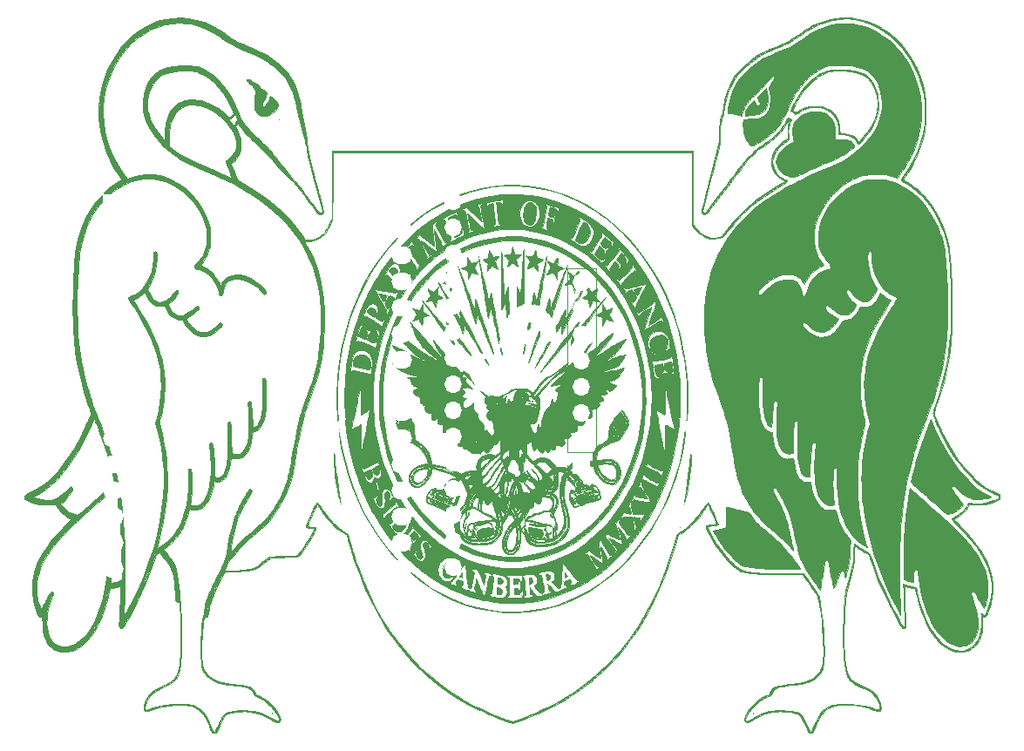
<source format=gbo>
G04 #@! TF.FileFunction,Legend,Bot*
%FSLAX46Y46*%
G04 Gerber Fmt 4.6, Leading zero omitted, Abs format (unit mm)*
G04 Created by KiCad (PCBNEW 4.0.4+e1-6308~48~ubuntu16.04.1-stable) date Tue Jan 10 15:15:48 2017*
%MOMM*%
%LPD*%
G01*
G04 APERTURE LIST*
%ADD10C,0.100000*%
%ADD11C,0.120000*%
%ADD12C,0.010000*%
%ADD13O,1.506220X3.014980*%
%ADD14O,2.032000X1.727200*%
%ADD15R,2.032000X1.727200*%
%ADD16R,1.700000X1.700000*%
%ADD17O,1.700000X1.700000*%
G04 APERTURE END LIST*
D10*
D11*
X158122000Y-107950000D02*
X158122000Y-90050000D01*
X158122000Y-90050000D02*
X160902000Y-90050000D01*
X160902000Y-90050000D02*
X160902000Y-107950000D01*
X160902000Y-107950000D02*
X158122000Y-107950000D01*
X158122000Y-109220000D02*
X158122000Y-110610000D01*
X158122000Y-110610000D02*
X159512000Y-110610000D01*
D12*
G36*
X121340634Y-65747925D02*
X122100576Y-65895920D01*
X122850290Y-66132899D01*
X123586168Y-66458281D01*
X124304602Y-66871490D01*
X124601085Y-67071660D01*
X125002158Y-67350839D01*
X125354130Y-67586191D01*
X125670798Y-67785467D01*
X125965959Y-67956416D01*
X126253409Y-68106789D01*
X126546946Y-68244337D01*
X126860366Y-68376809D01*
X127075460Y-68461619D01*
X127587866Y-68665539D01*
X128038865Y-68860277D01*
X128441573Y-69053677D01*
X128809107Y-69253581D01*
X129154581Y-69467835D01*
X129491111Y-69704281D01*
X129831813Y-69970763D01*
X130189803Y-70275126D01*
X130358055Y-70424758D01*
X130675946Y-70727511D01*
X130939273Y-71020403D01*
X131162291Y-71324609D01*
X131359255Y-71661303D01*
X131544421Y-72051659D01*
X131686052Y-72397311D01*
X131867235Y-72906623D01*
X132039618Y-73483910D01*
X132204015Y-74133017D01*
X132361241Y-74857787D01*
X132512110Y-75662066D01*
X132657437Y-76549698D01*
X132798036Y-77524528D01*
X132841571Y-77851000D01*
X132866577Y-78039516D01*
X132890478Y-78210562D01*
X132915204Y-78372633D01*
X132942681Y-78534223D01*
X132974837Y-78703827D01*
X133013599Y-78889937D01*
X133060895Y-79101050D01*
X133118653Y-79345659D01*
X133188798Y-79632258D01*
X133273260Y-79969342D01*
X133373966Y-80365404D01*
X133492843Y-80828941D01*
X133631818Y-81368444D01*
X133697429Y-81622775D01*
X133824815Y-82117920D01*
X133945201Y-82588695D01*
X134056675Y-83027438D01*
X134157324Y-83426484D01*
X134245235Y-83778170D01*
X134318496Y-84074833D01*
X134375194Y-84308809D01*
X134413417Y-84472434D01*
X134431253Y-84558045D01*
X134432343Y-84567545D01*
X134398674Y-84661618D01*
X134313117Y-84750922D01*
X134198849Y-84817667D01*
X134079046Y-84844065D01*
X134072194Y-84843978D01*
X134039715Y-84836687D01*
X133999407Y-84812639D01*
X133946485Y-84766009D01*
X133876166Y-84690971D01*
X133783668Y-84581700D01*
X133664206Y-84432370D01*
X133512997Y-84237157D01*
X133325258Y-83990233D01*
X133096205Y-83685774D01*
X132840104Y-83343460D01*
X132542789Y-82946980D01*
X132290330Y-82614028D01*
X132077788Y-82338478D01*
X131900226Y-82114203D01*
X131752706Y-81935076D01*
X131630289Y-81794973D01*
X131528037Y-81687765D01*
X131441013Y-81607328D01*
X131440093Y-81606545D01*
X131254750Y-81446090D01*
X131075696Y-81284535D01*
X130895934Y-81114568D01*
X130708470Y-80928880D01*
X130506308Y-80720161D01*
X130282453Y-80481099D01*
X130029909Y-80204384D01*
X129741681Y-79882706D01*
X129410774Y-79508755D01*
X129164023Y-79227965D01*
X128958240Y-79000799D01*
X128712161Y-78741001D01*
X128446883Y-78470138D01*
X128183507Y-78209775D01*
X127958156Y-77995396D01*
X127739248Y-77790061D01*
X127519734Y-77580343D01*
X127314254Y-77380505D01*
X127137449Y-77204811D01*
X127003959Y-77067526D01*
X126984944Y-77047223D01*
X126857304Y-76903440D01*
X126717816Y-76735979D01*
X126576949Y-76558708D01*
X126445169Y-76385491D01*
X126332944Y-76230195D01*
X126250742Y-76106687D01*
X126209031Y-76028833D01*
X126205932Y-76015273D01*
X126181662Y-75978832D01*
X126120407Y-75999953D01*
X126038579Y-76070620D01*
X125999856Y-76115891D01*
X125893482Y-76251146D01*
X125973022Y-76387221D01*
X126065998Y-76571976D01*
X126164135Y-76808362D01*
X126255015Y-77062265D01*
X126326221Y-77299571D01*
X126359958Y-77450271D01*
X126378696Y-77619647D01*
X126389366Y-77839958D01*
X126390220Y-78070096D01*
X126388656Y-78125435D01*
X126353758Y-78485289D01*
X126272327Y-78807848D01*
X126137827Y-79107066D01*
X125943720Y-79396899D01*
X125683470Y-79691302D01*
X125630065Y-79744900D01*
X125490324Y-79883000D01*
X125781706Y-80666365D01*
X125895295Y-80966101D01*
X125985325Y-81189695D01*
X126056244Y-81346834D01*
X126112505Y-81447207D01*
X126158557Y-81500500D01*
X126167865Y-81506932D01*
X126227446Y-81542537D01*
X126344683Y-81612298D01*
X126509049Y-81709961D01*
X126710019Y-81829275D01*
X126937068Y-81963989D01*
X127115626Y-82069881D01*
X128071309Y-82670090D01*
X128955777Y-83295694D01*
X129771156Y-83948672D01*
X130519575Y-84631004D01*
X131203163Y-85344669D01*
X131824046Y-86091645D01*
X132384353Y-86873912D01*
X132540847Y-87115606D01*
X132592246Y-87191685D01*
X132641787Y-87238925D01*
X132709280Y-87265442D01*
X132814534Y-87279351D01*
X132961627Y-87287980D01*
X133350840Y-87269284D01*
X133709767Y-87170376D01*
X134044870Y-86988042D01*
X134362615Y-86719065D01*
X134569561Y-86488104D01*
X134730515Y-86281401D01*
X134852354Y-86097774D01*
X134955394Y-85902944D01*
X135059955Y-85662636D01*
X135062397Y-85656649D01*
X135247417Y-85202667D01*
X135257638Y-81930925D01*
X135267858Y-78659182D01*
X170333537Y-78659182D01*
X170333537Y-82208024D01*
X170333579Y-82864404D01*
X170333792Y-83434646D01*
X170334303Y-83924974D01*
X170335241Y-84341615D01*
X170336734Y-84690793D01*
X170338912Y-84978733D01*
X170341902Y-85211662D01*
X170345832Y-85395803D01*
X170350832Y-85537382D01*
X170357030Y-85642625D01*
X170364554Y-85717757D01*
X170373532Y-85769003D01*
X170384094Y-85802588D01*
X170396367Y-85824737D01*
X170408464Y-85839469D01*
X170458389Y-85911005D01*
X170466973Y-85954431D01*
X170483608Y-86002145D01*
X170546835Y-86092067D01*
X170643852Y-86208995D01*
X170761856Y-86337726D01*
X170888044Y-86463060D01*
X170921149Y-86493701D01*
X171287130Y-86776602D01*
X171663075Y-86967982D01*
X172050015Y-87068038D01*
X172448984Y-87076970D01*
X172861016Y-86994977D01*
X173092245Y-86911747D01*
X173192208Y-86838933D01*
X173322493Y-86694203D01*
X173457546Y-86512040D01*
X173570748Y-86356311D01*
X173722819Y-86157885D01*
X173897484Y-85937458D01*
X174078468Y-85715722D01*
X174167644Y-85609173D01*
X174717429Y-84994287D01*
X175301965Y-84411266D01*
X175929079Y-83853621D01*
X176606597Y-83314866D01*
X177342344Y-82788511D01*
X178144148Y-82268070D01*
X178351597Y-82140699D01*
X178587740Y-81996141D01*
X178800388Y-81863911D01*
X178980412Y-81749853D01*
X179118680Y-81659812D01*
X179206063Y-81599633D01*
X179233606Y-81576058D01*
X179207147Y-81542301D01*
X179128422Y-81493584D01*
X179060947Y-81461174D01*
X178861434Y-81351022D01*
X178650945Y-81197350D01*
X178455571Y-81021790D01*
X178301407Y-80845971D01*
X178276728Y-80811068D01*
X178135336Y-80573081D01*
X178043228Y-80341154D01*
X177992153Y-80085574D01*
X177973858Y-79776625D01*
X177973418Y-79718969D01*
X177974883Y-79506158D01*
X177984307Y-79352509D01*
X178007633Y-79224850D01*
X178050808Y-79090010D01*
X178115787Y-78924649D01*
X178298772Y-78562482D01*
X178545217Y-78224869D01*
X178858788Y-77907664D01*
X179243152Y-77606717D01*
X179337268Y-77542484D01*
X179526820Y-77416096D01*
X179527769Y-76825366D01*
X179530342Y-76558433D01*
X179538654Y-76359660D01*
X179555077Y-76204937D01*
X179581987Y-76070150D01*
X179613067Y-75959146D01*
X179668933Y-75764706D01*
X179693194Y-75646631D01*
X179684374Y-75605390D01*
X179640999Y-75641453D01*
X179561594Y-75755288D01*
X179444683Y-75947366D01*
X179397843Y-76027618D01*
X179112885Y-76466282D01*
X178779798Y-76878567D01*
X178392416Y-77270425D01*
X177944572Y-77647810D01*
X177430101Y-78016674D01*
X177151282Y-78196446D01*
X176890483Y-78362418D01*
X176692542Y-78495984D01*
X176550941Y-78602009D01*
X176459164Y-78685356D01*
X176412029Y-78748272D01*
X176312375Y-78894379D01*
X176171131Y-79047367D01*
X176016773Y-79178824D01*
X175916534Y-79242629D01*
X175864542Y-79291065D01*
X175762746Y-79407976D01*
X175611641Y-79592728D01*
X175411724Y-79844684D01*
X175163491Y-80163208D01*
X174867436Y-80547664D01*
X174524055Y-80997417D01*
X174133846Y-81511830D01*
X173707362Y-82076908D01*
X173324614Y-82585281D01*
X172989775Y-83029840D01*
X172699257Y-83414562D01*
X172449472Y-83743426D01*
X172236832Y-84020409D01*
X172057748Y-84249487D01*
X171908633Y-84434639D01*
X171785898Y-84579842D01*
X171685956Y-84689072D01*
X171605218Y-84766309D01*
X171540096Y-84815528D01*
X171487002Y-84840708D01*
X171442348Y-84845826D01*
X171402545Y-84834859D01*
X171364007Y-84811784D01*
X171323144Y-84780580D01*
X171290776Y-84755688D01*
X171193623Y-84651977D01*
X171167562Y-84559588D01*
X171178692Y-84499689D01*
X171210914Y-84358738D01*
X171262475Y-84143756D01*
X171331621Y-83861760D01*
X171416597Y-83519772D01*
X171515650Y-83124809D01*
X171627025Y-82683893D01*
X171748970Y-82204041D01*
X171879729Y-81692273D01*
X172017550Y-81155609D01*
X172036062Y-81083727D01*
X172904568Y-77712455D01*
X172867168Y-77389182D01*
X172850001Y-77096855D01*
X172856171Y-76751270D01*
X172882849Y-76377285D01*
X172927201Y-75999757D01*
X172986399Y-75643545D01*
X173057609Y-75333506D01*
X173124903Y-75126273D01*
X173171732Y-74979811D01*
X173222988Y-74774848D01*
X173270937Y-74544052D01*
X173294311Y-74410455D01*
X173423612Y-73749659D01*
X173592970Y-73111361D01*
X173796197Y-72514941D01*
X174027104Y-71979781D01*
X174140494Y-71760278D01*
X174314512Y-71464495D01*
X174497769Y-71200808D01*
X174705846Y-70950087D01*
X174954330Y-70693207D01*
X175187829Y-70474804D01*
X175571769Y-70136056D01*
X175928734Y-69842114D01*
X176272268Y-69584798D01*
X176615917Y-69355931D01*
X176973225Y-69147336D01*
X177357736Y-68950834D01*
X177782994Y-68758248D01*
X178262543Y-68561400D01*
X178526496Y-68458980D01*
X178924971Y-68298215D01*
X179295006Y-68129315D01*
X179654143Y-67942560D01*
X180019924Y-67728231D01*
X180409891Y-67476609D01*
X180841586Y-67177975D01*
X180852448Y-67170261D01*
X181248088Y-66898987D01*
X181609995Y-66673861D01*
X181962349Y-66481415D01*
X182329330Y-66308181D01*
X182616522Y-66187652D01*
X183366675Y-65933484D01*
X184125316Y-65769148D01*
X184887669Y-65694244D01*
X185648956Y-65708374D01*
X186404402Y-65811138D01*
X187149229Y-66002136D01*
X187878661Y-66280971D01*
X188587921Y-66647241D01*
X188665017Y-66693162D01*
X189192041Y-67035128D01*
X189665161Y-67395825D01*
X190106293Y-67794102D01*
X190537352Y-68248809D01*
X190720718Y-68461210D01*
X191233131Y-69130435D01*
X191684772Y-69847696D01*
X192073198Y-70607109D01*
X192395965Y-71402793D01*
X192650627Y-72228866D01*
X192834740Y-73079447D01*
X192929858Y-73776227D01*
X192954246Y-74125476D01*
X192965012Y-74535865D01*
X192962956Y-74982294D01*
X192948880Y-75439666D01*
X192923587Y-75882883D01*
X192887878Y-76286847D01*
X192842554Y-76626461D01*
X192837948Y-76653482D01*
X192665756Y-77444081D01*
X192426561Y-78239443D01*
X192127206Y-79023388D01*
X191774536Y-79779738D01*
X191375392Y-80492311D01*
X190940433Y-81139766D01*
X190853238Y-81264106D01*
X190791031Y-81364637D01*
X190767268Y-81419617D01*
X190767268Y-81419644D01*
X190799328Y-81460818D01*
X190882189Y-81520208D01*
X190966298Y-81568076D01*
X191339749Y-81788086D01*
X191737701Y-82069995D01*
X192142293Y-82399101D01*
X192535660Y-82760702D01*
X192899941Y-83140096D01*
X192963128Y-83211530D01*
X193445346Y-83822359D01*
X193885816Y-84497342D01*
X194278494Y-85223425D01*
X194617339Y-85987557D01*
X194896308Y-86776687D01*
X195109361Y-87577762D01*
X195200759Y-88045154D01*
X195231174Y-88259370D01*
X195264186Y-88552519D01*
X195298741Y-88911275D01*
X195333788Y-89322315D01*
X195368273Y-89772313D01*
X195401145Y-90247946D01*
X195431350Y-90735889D01*
X195457836Y-91222818D01*
X195467514Y-91422032D01*
X195480785Y-91775689D01*
X195491138Y-92194973D01*
X195498576Y-92662665D01*
X195503101Y-93161548D01*
X195504718Y-93674403D01*
X195503429Y-94184012D01*
X195499237Y-94673157D01*
X195492144Y-95124620D01*
X195482153Y-95521182D01*
X195469268Y-95845625D01*
X195466762Y-95892872D01*
X195359072Y-97286044D01*
X195192796Y-98626737D01*
X194966186Y-99923601D01*
X194677495Y-101185286D01*
X194324974Y-102420444D01*
X193906876Y-103637725D01*
X193896370Y-103665860D01*
X193834749Y-103839156D01*
X193788045Y-103986826D01*
X193763905Y-104084084D01*
X193762194Y-104100803D01*
X193779865Y-104179603D01*
X193829138Y-104325429D01*
X193904406Y-104524831D01*
X194000059Y-104764358D01*
X194110487Y-105030563D01*
X194230082Y-105309994D01*
X194353235Y-105589204D01*
X194474336Y-105854741D01*
X194587778Y-106093157D01*
X194621884Y-106162205D01*
X195113476Y-107087080D01*
X195630192Y-107939839D01*
X196184120Y-108739357D01*
X196678673Y-109373451D01*
X197220271Y-109996737D01*
X197753354Y-110534625D01*
X198284291Y-110992282D01*
X198819447Y-111374878D01*
X199365190Y-111687581D01*
X199745222Y-111862779D01*
X200150104Y-112032057D01*
X200150104Y-112532965D01*
X199733089Y-112686441D01*
X199376109Y-112811953D01*
X199069587Y-112905158D01*
X198794294Y-112970133D01*
X198530997Y-113010960D01*
X198260467Y-113031716D01*
X198083985Y-113036262D01*
X197874001Y-113035546D01*
X197672339Y-113029759D01*
X197500891Y-113019848D01*
X197381547Y-113006760D01*
X197374707Y-113005568D01*
X197258405Y-112987576D01*
X197192471Y-112994227D01*
X197152523Y-113034693D01*
X197121510Y-113100825D01*
X196998463Y-113324068D01*
X196819500Y-113560391D01*
X196600684Y-113793852D01*
X196358079Y-114008506D01*
X196107749Y-114188410D01*
X195920427Y-114292942D01*
X195794258Y-114356704D01*
X195701562Y-114410151D01*
X195659721Y-114443124D01*
X195658907Y-114445842D01*
X195687466Y-114488479D01*
X195755420Y-114555634D01*
X195763161Y-114562411D01*
X196032600Y-114809176D01*
X196331254Y-115106060D01*
X196648265Y-115440422D01*
X196972774Y-115799621D01*
X197293923Y-116171016D01*
X197600853Y-116541965D01*
X197882705Y-116899828D01*
X198128620Y-117231964D01*
X198327741Y-117525731D01*
X198377740Y-117606158D01*
X198690341Y-118154861D01*
X198941716Y-118672234D01*
X199136452Y-119172808D01*
X199279138Y-119671114D01*
X199374362Y-120181682D01*
X199426710Y-120719045D01*
X199437173Y-120961727D01*
X199435013Y-121508674D01*
X199392347Y-122007093D01*
X199304772Y-122489675D01*
X199167889Y-122989111D01*
X199161574Y-123009119D01*
X199055712Y-123329536D01*
X198964428Y-123570163D01*
X198881609Y-123740071D01*
X198801142Y-123848326D01*
X198716917Y-123903999D01*
X198622820Y-123916158D01*
X198557165Y-123905898D01*
X198463089Y-123883990D01*
X198462431Y-124466404D01*
X198451709Y-124898225D01*
X198418108Y-125264134D01*
X198357879Y-125587596D01*
X198267267Y-125892075D01*
X198210527Y-126041727D01*
X198013105Y-126429745D01*
X197761129Y-126755787D01*
X197459511Y-127015183D01*
X197113161Y-127203261D01*
X196918239Y-127270975D01*
X196688421Y-127313740D01*
X196412887Y-127329311D01*
X196118022Y-127319062D01*
X195830213Y-127284366D01*
X195575847Y-127226598D01*
X195487119Y-127196474D01*
X195043716Y-126988091D01*
X194628205Y-126711686D01*
X194228735Y-126358438D01*
X193936349Y-126042217D01*
X193526892Y-125505680D01*
X193152194Y-124892005D01*
X192815168Y-124207877D01*
X192518730Y-123459981D01*
X192265793Y-122655001D01*
X192059272Y-121799623D01*
X192035394Y-121682095D01*
X191993779Y-121485082D01*
X191954603Y-121321282D01*
X191923210Y-121211960D01*
X191909120Y-121179692D01*
X191857006Y-121154780D01*
X191750246Y-121126956D01*
X191609721Y-121101426D01*
X191575566Y-121096527D01*
X191401203Y-121066952D01*
X191227886Y-121028072D01*
X191092325Y-120988153D01*
X191089207Y-120987019D01*
X190978285Y-120953920D01*
X190898707Y-120944119D01*
X190876086Y-120951519D01*
X190869006Y-121008908D01*
X190867171Y-121149422D01*
X190870258Y-121364073D01*
X190877943Y-121643873D01*
X190889901Y-121979834D01*
X190905809Y-122362966D01*
X190925343Y-122784282D01*
X190948179Y-123234792D01*
X190973993Y-123705509D01*
X190977630Y-123769106D01*
X190993854Y-124072354D01*
X191006330Y-124348154D01*
X191014584Y-124581953D01*
X191018142Y-124759198D01*
X191016527Y-124865336D01*
X191014045Y-124885806D01*
X190958612Y-124961743D01*
X190855865Y-125007191D01*
X190732303Y-125012755D01*
X190685198Y-125002395D01*
X190638263Y-124967178D01*
X190569963Y-124880274D01*
X190476265Y-124735312D01*
X190353137Y-124525924D01*
X190196546Y-124245740D01*
X190135456Y-124134118D01*
X189461313Y-122847821D01*
X188856528Y-121589450D01*
X188319322Y-120354971D01*
X187847916Y-119140350D01*
X187538184Y-118245211D01*
X187412194Y-117860876D01*
X187054437Y-117681351D01*
X186853517Y-117571888D01*
X186633955Y-117438733D01*
X186434747Y-117305865D01*
X186383981Y-117269050D01*
X186248679Y-117169444D01*
X186139438Y-117091122D01*
X186071056Y-117044579D01*
X186055807Y-117036273D01*
X186049020Y-117079805D01*
X186040425Y-117199918D01*
X186030898Y-117380886D01*
X186021311Y-117606986D01*
X186016195Y-117748881D01*
X186004596Y-118028984D01*
X185989381Y-118307061D01*
X185972281Y-118555928D01*
X185955024Y-118748404D01*
X185949720Y-118793893D01*
X185925889Y-118926047D01*
X185880187Y-119129929D01*
X185816438Y-119390369D01*
X185738467Y-119692199D01*
X185650098Y-120020249D01*
X185555157Y-120359350D01*
X185554021Y-120363327D01*
X185200658Y-121600358D01*
X185141222Y-122424042D01*
X185080159Y-123376428D01*
X185037203Y-124285500D01*
X185012258Y-125145587D01*
X185005225Y-125951020D01*
X185016007Y-126696126D01*
X185044505Y-127375235D01*
X185090622Y-127982676D01*
X185154260Y-128512780D01*
X185235321Y-128959874D01*
X185255460Y-129046437D01*
X185342150Y-129345743D01*
X185450264Y-129603074D01*
X185587899Y-129826651D01*
X185763152Y-130024696D01*
X185984122Y-130205430D01*
X186258905Y-130377077D01*
X186595601Y-130547857D01*
X186843537Y-130658870D01*
X187254023Y-130851259D01*
X187595448Y-131046606D01*
X187874537Y-131250521D01*
X188098020Y-131468615D01*
X188272623Y-131706500D01*
X188399737Y-131956862D01*
X188498709Y-132229222D01*
X188565714Y-132487976D01*
X188598615Y-132717467D01*
X188595276Y-132902035D01*
X188553561Y-133026023D01*
X188546799Y-133034974D01*
X188497167Y-133079315D01*
X188431819Y-133099848D01*
X188338850Y-133095013D01*
X188206354Y-133063249D01*
X188022423Y-133002994D01*
X187862866Y-132945309D01*
X187236090Y-132747367D01*
X186572077Y-132599026D01*
X185896780Y-132504421D01*
X185236153Y-132467682D01*
X184897869Y-132473216D01*
X184466071Y-132507489D01*
X184096004Y-132572259D01*
X183776603Y-132672183D01*
X183496808Y-132811917D01*
X183245554Y-132996116D01*
X183011780Y-133229437D01*
X182961168Y-133288333D01*
X182834570Y-133445685D01*
X182723651Y-133600516D01*
X182619429Y-133768829D01*
X182512922Y-133966630D01*
X182395149Y-134209922D01*
X182257130Y-134514711D01*
X182199160Y-134646210D01*
X181952396Y-135208818D01*
X181573985Y-135208818D01*
X181429734Y-134862455D01*
X181256192Y-134459937D01*
X181101559Y-134134622D01*
X180959556Y-133876595D01*
X180823902Y-133675941D01*
X180688318Y-133522745D01*
X180546524Y-133407093D01*
X180482263Y-133366543D01*
X180305956Y-133289919D01*
X180068714Y-133225430D01*
X179784878Y-133174175D01*
X179468792Y-133137254D01*
X179134796Y-133115766D01*
X178797235Y-133110812D01*
X178470450Y-133123491D01*
X178168783Y-133154903D01*
X178029358Y-133178464D01*
X177399243Y-133346365D01*
X176758628Y-133605118D01*
X176108570Y-133954291D01*
X176057711Y-133985186D01*
X175842413Y-134098435D01*
X175653350Y-134161342D01*
X175501084Y-134171886D01*
X175396176Y-134128045D01*
X175383208Y-134114309D01*
X175342620Y-134003271D01*
X175348778Y-133839774D01*
X175399906Y-133642332D01*
X175437735Y-133545905D01*
X175667940Y-133107842D01*
X175962415Y-132697843D01*
X176311101Y-132325736D01*
X176703941Y-132001347D01*
X177130877Y-131734502D01*
X177441127Y-131588642D01*
X177604361Y-131518903D01*
X177709555Y-131463698D01*
X177771612Y-131412362D01*
X177805437Y-131354229D01*
X177816159Y-131320262D01*
X177871951Y-131157414D01*
X177949950Y-131018822D01*
X178056823Y-130901485D01*
X178199237Y-130802401D01*
X178383858Y-130718570D01*
X178617352Y-130646992D01*
X178906385Y-130584666D01*
X179257625Y-130528590D01*
X179677736Y-130475764D01*
X179697150Y-130473553D01*
X180082734Y-130427864D01*
X180404639Y-130384803D01*
X180674892Y-130341920D01*
X180905520Y-130296766D01*
X181108551Y-130246890D01*
X181296010Y-130189843D01*
X181479925Y-130123175D01*
X181546203Y-130096906D01*
X181940232Y-129899259D01*
X182276614Y-129646691D01*
X182526286Y-129379690D01*
X182665276Y-129181042D01*
X182776629Y-128962720D01*
X182862748Y-128713151D01*
X182926030Y-128420767D01*
X182968875Y-128073995D01*
X182993684Y-127661266D01*
X183002855Y-127171008D01*
X183003032Y-127080818D01*
X182991272Y-126470608D01*
X182957337Y-125794351D01*
X182903171Y-125073568D01*
X182830718Y-124329778D01*
X182741922Y-123584502D01*
X182638727Y-122859259D01*
X182599568Y-122614150D01*
X182563017Y-122404957D01*
X182524772Y-122229560D01*
X182477946Y-122073939D01*
X182415647Y-121924074D01*
X182330988Y-121765946D01*
X182217078Y-121585536D01*
X182067029Y-121368823D01*
X181873950Y-121101789D01*
X181820437Y-121028647D01*
X181660010Y-120807343D01*
X181495817Y-120576898D01*
X181344469Y-120360872D01*
X181222578Y-120182830D01*
X181194915Y-120141370D01*
X180967417Y-119797460D01*
X178844432Y-119786978D01*
X178349490Y-119784097D01*
X177921629Y-119780372D01*
X177552110Y-119775308D01*
X177232193Y-119768411D01*
X176953139Y-119759184D01*
X176706209Y-119747133D01*
X176482663Y-119731764D01*
X176273763Y-119712582D01*
X176070769Y-119689091D01*
X175864941Y-119660797D01*
X175647540Y-119627205D01*
X175451447Y-119594845D01*
X175211516Y-119547993D01*
X175021952Y-119493985D01*
X174857308Y-119424527D01*
X174750104Y-119366293D01*
X174463850Y-119169037D01*
X174151259Y-118900603D01*
X173820826Y-118571851D01*
X173481048Y-118193640D01*
X173140424Y-117776829D01*
X172807449Y-117332279D01*
X172490621Y-116870850D01*
X172198437Y-116403401D01*
X171939393Y-115940792D01*
X171724328Y-115499138D01*
X171639617Y-115305033D01*
X171593762Y-115171042D01*
X171593666Y-115084677D01*
X171646235Y-115033452D01*
X171758373Y-115004880D01*
X171936984Y-114986475D01*
X172011074Y-114980553D01*
X172238955Y-114963303D01*
X172401989Y-114944908D01*
X172505154Y-114913088D01*
X172553429Y-114855566D01*
X172551792Y-114760065D01*
X172505221Y-114614305D01*
X172418694Y-114406009D01*
X172328741Y-114197078D01*
X172219912Y-113946323D01*
X172110867Y-113701805D01*
X172011579Y-113485441D01*
X171932027Y-113319150D01*
X171904253Y-113264450D01*
X171765337Y-112999909D01*
X171692743Y-113121308D01*
X171642361Y-113199131D01*
X171553212Y-113330541D01*
X171436341Y-113499491D01*
X171302793Y-113689934D01*
X171249274Y-113765581D01*
X170889018Y-114243100D01*
X170514832Y-114682259D01*
X170136491Y-115073424D01*
X169763771Y-115406967D01*
X169406445Y-115673256D01*
X169168528Y-115815643D01*
X168879121Y-115968902D01*
X168627886Y-116860497D01*
X168161636Y-118390705D01*
X167644301Y-119852857D01*
X167075512Y-121247554D01*
X166454900Y-122575399D01*
X165782097Y-123836995D01*
X165056734Y-125032943D01*
X164278441Y-126163847D01*
X163446850Y-127230309D01*
X162561593Y-128232931D01*
X161622299Y-129172315D01*
X160628602Y-130049064D01*
X160476820Y-130173595D01*
X159794107Y-130708244D01*
X159106255Y-131204994D01*
X158403943Y-131669037D01*
X157677845Y-132105565D01*
X156918639Y-132519771D01*
X156117000Y-132916845D01*
X155263603Y-133301981D01*
X154349126Y-133680371D01*
X153787177Y-133898750D01*
X152803055Y-134273035D01*
X152213893Y-134052680D01*
X151909038Y-133936680D01*
X151571613Y-133804879D01*
X151215891Y-133663132D01*
X150856144Y-133517289D01*
X150506645Y-133373202D01*
X150181666Y-133236724D01*
X149895481Y-133113706D01*
X149662360Y-133010001D01*
X149594572Y-132978707D01*
X148380535Y-132365134D01*
X147219003Y-131684943D01*
X146110141Y-130938339D01*
X145054109Y-130125525D01*
X144051072Y-129246708D01*
X143101191Y-128302090D01*
X142204630Y-127291877D01*
X141361551Y-126216273D01*
X140572117Y-125075483D01*
X139836490Y-123869712D01*
X139154834Y-122599163D01*
X138527311Y-121264041D01*
X137954084Y-119864552D01*
X137435315Y-118400898D01*
X137077094Y-117244091D01*
X136992654Y-116952733D01*
X136915105Y-116682338D01*
X136848693Y-116447936D01*
X136797665Y-116264560D01*
X136766268Y-116147242D01*
X136760250Y-116122593D01*
X136734819Y-116042343D01*
X136690248Y-115978637D01*
X136610658Y-115916582D01*
X136480166Y-115841285D01*
X136434092Y-115816723D01*
X136055612Y-115580072D01*
X135660600Y-115263943D01*
X135256805Y-114876358D01*
X134851975Y-114425340D01*
X134453857Y-113918912D01*
X134077820Y-113376802D01*
X133844731Y-113019330D01*
X133775587Y-113120585D01*
X133717750Y-113219477D01*
X133638364Y-113375037D01*
X133543225Y-113573862D01*
X133438129Y-113802544D01*
X133328872Y-114047681D01*
X133221251Y-114295865D01*
X133121062Y-114533693D01*
X133034101Y-114747758D01*
X132966164Y-114924656D01*
X132923047Y-115050982D01*
X132910548Y-115113330D01*
X132912346Y-115117033D01*
X132962143Y-115131569D01*
X133065433Y-115149084D01*
X133200091Y-115165840D01*
X133203344Y-115166183D01*
X133410253Y-115189521D01*
X133552937Y-115210856D01*
X133642857Y-115233635D01*
X133691477Y-115261311D01*
X133710260Y-115297332D01*
X133712044Y-115319287D01*
X133689064Y-115410364D01*
X133624551Y-115561409D01*
X133525150Y-115761068D01*
X133397504Y-115997985D01*
X133248257Y-116260807D01*
X133084052Y-116538178D01*
X132911532Y-116818745D01*
X132737343Y-117091153D01*
X132568126Y-117344046D01*
X132410527Y-117566071D01*
X132351365Y-117644820D01*
X132221911Y-117809356D01*
X132124594Y-117918399D01*
X132042388Y-117986777D01*
X131958268Y-118029314D01*
X131881851Y-118053684D01*
X131786807Y-118069850D01*
X131625185Y-118085564D01*
X131406230Y-118100292D01*
X131139185Y-118113497D01*
X130833294Y-118124644D01*
X130515621Y-118132830D01*
X129347407Y-118157260D01*
X129018158Y-118411732D01*
X128711432Y-118647959D01*
X128459148Y-118839262D01*
X128252134Y-118990974D01*
X128081218Y-119108429D01*
X127937227Y-119196960D01*
X127810991Y-119261900D01*
X127693337Y-119308582D01*
X127575092Y-119342341D01*
X127447086Y-119368508D01*
X127343089Y-119385743D01*
X127134925Y-119413739D01*
X126869356Y-119442260D01*
X126564780Y-119469879D01*
X126239595Y-119495165D01*
X125912200Y-119516691D01*
X125600994Y-119533029D01*
X125324375Y-119542748D01*
X125319547Y-119542860D01*
X124869289Y-119553182D01*
X124399780Y-120453727D01*
X124138238Y-120964595D01*
X123919243Y-121414375D01*
X123738449Y-121814556D01*
X123591506Y-122176626D01*
X123474065Y-122512074D01*
X123381777Y-122832388D01*
X123310295Y-123149057D01*
X123255268Y-123473569D01*
X123254410Y-123479496D01*
X123187841Y-123940455D01*
X123000316Y-123963546D01*
X122812791Y-123986636D01*
X122768660Y-124309909D01*
X122713956Y-124775879D01*
X122667150Y-125303603D01*
X122630151Y-125862763D01*
X122604868Y-126423039D01*
X122593213Y-126954109D01*
X122592660Y-127103909D01*
X122598450Y-127588155D01*
X122616402Y-127993163D01*
X122649226Y-128331339D01*
X122699632Y-128615086D01*
X122770331Y-128856810D01*
X122864032Y-129068917D01*
X122983447Y-129263811D01*
X123097171Y-129413064D01*
X123318608Y-129649749D01*
X123567668Y-129849682D01*
X123852577Y-130016462D01*
X124181555Y-130153693D01*
X124562827Y-130264975D01*
X125004615Y-130353910D01*
X125364332Y-130406070D01*
X125759118Y-130456176D01*
X126086294Y-130498541D01*
X126353705Y-130534461D01*
X126569198Y-130565230D01*
X126740618Y-130592146D01*
X126875812Y-130616504D01*
X126982627Y-130639599D01*
X127068907Y-130662728D01*
X127142500Y-130687186D01*
X127198467Y-130708972D01*
X127404701Y-130807514D01*
X127552391Y-130916165D01*
X127658631Y-131051411D01*
X127740515Y-131229740D01*
X127741660Y-131232868D01*
X127791963Y-131360810D01*
X127841253Y-131439475D01*
X127912316Y-131491129D01*
X128027941Y-131538039D01*
X128068665Y-131552399D01*
X128459815Y-131728089D01*
X128854093Y-131977646D01*
X129232251Y-132286686D01*
X129575036Y-132640827D01*
X129655626Y-132738061D01*
X129869498Y-133026610D01*
X130040231Y-133301830D01*
X130163644Y-133554577D01*
X130235555Y-133775703D01*
X130251782Y-133956064D01*
X130240839Y-134017977D01*
X130207833Y-134098876D01*
X130153250Y-134140154D01*
X130052198Y-134158456D01*
X130027577Y-134160561D01*
X129921132Y-134159169D01*
X129814442Y-134131525D01*
X129684335Y-134069450D01*
X129554415Y-133993529D01*
X128930323Y-133650164D01*
X128322906Y-133392462D01*
X127725321Y-133218276D01*
X127130729Y-133125462D01*
X126730522Y-133107731D01*
X126463807Y-133114853D01*
X126184240Y-133134913D01*
X125907344Y-133165655D01*
X125648641Y-133204826D01*
X125423655Y-133250170D01*
X125247910Y-133299432D01*
X125161312Y-133335669D01*
X124986947Y-133452726D01*
X124822600Y-133616785D01*
X124661784Y-133837330D01*
X124498010Y-134123844D01*
X124324792Y-134485814D01*
X124237855Y-134685684D01*
X124015947Y-135208818D01*
X123847019Y-135222588D01*
X123718434Y-135217978D01*
X123644271Y-135182050D01*
X123640174Y-135176406D01*
X123609230Y-135115443D01*
X123550436Y-134989446D01*
X123471384Y-134815032D01*
X123379664Y-134608817D01*
X123349035Y-134539182D01*
X123136692Y-134083470D01*
X122932025Y-133707048D01*
X122726871Y-133398880D01*
X122513064Y-133147932D01*
X122282439Y-132943168D01*
X122054582Y-132789741D01*
X121845014Y-132681633D01*
X121619406Y-132599317D01*
X121363631Y-132539644D01*
X121063557Y-132499463D01*
X120705058Y-132475626D01*
X120632940Y-132472817D01*
X120043413Y-132479124D01*
X119428233Y-132535693D01*
X118811347Y-132638523D01*
X118216702Y-132783609D01*
X117668246Y-132966949D01*
X117661898Y-132969422D01*
X117429264Y-133052702D01*
X117256246Y-133096281D01*
X117134444Y-133101273D01*
X117055457Y-133068796D01*
X117039029Y-133052127D01*
X117000262Y-132946206D01*
X116994213Y-132778431D01*
X117017444Y-132568131D01*
X117066517Y-132334639D01*
X117137996Y-132097285D01*
X117228441Y-131875400D01*
X117259243Y-131813822D01*
X117392525Y-131596901D01*
X117556619Y-131400026D01*
X117759931Y-131216750D01*
X118010867Y-131040626D01*
X118317834Y-130865207D01*
X118689238Y-130684046D01*
X118794283Y-130636595D01*
X119100654Y-130495439D01*
X119345960Y-130370822D01*
X119542323Y-130255141D01*
X119701862Y-130140795D01*
X119836699Y-130020183D01*
X119921220Y-129929846D01*
X120060449Y-129744589D01*
X120179057Y-129525381D01*
X120279066Y-129263580D01*
X120362499Y-128950544D01*
X120431378Y-128577630D01*
X120487726Y-128136195D01*
X120533566Y-127617596D01*
X120560930Y-127196273D01*
X120574853Y-126855650D01*
X120582679Y-126440722D01*
X120584653Y-125969221D01*
X120581019Y-125458882D01*
X120572023Y-124927438D01*
X120557909Y-124392623D01*
X120538924Y-123872171D01*
X120515311Y-123383816D01*
X120506053Y-123224636D01*
X120462343Y-122508818D01*
X120304176Y-122494793D01*
X120196309Y-122473564D01*
X120120723Y-122437765D01*
X120109017Y-122425520D01*
X120093806Y-122362463D01*
X120075834Y-122224227D01*
X120056832Y-122027836D01*
X120038529Y-121790313D01*
X120028519Y-121633710D01*
X119984153Y-121062535D01*
X119921784Y-120531112D01*
X119843378Y-120049754D01*
X119750905Y-119628775D01*
X119646331Y-119278488D01*
X119531625Y-119009207D01*
X119525616Y-118997976D01*
X119455263Y-118884003D01*
X119344031Y-118722538D01*
X119204707Y-118531341D01*
X119050075Y-118328171D01*
X118971157Y-118227825D01*
X118541182Y-117687559D01*
X118364562Y-117772073D01*
X118187943Y-117856586D01*
X117994465Y-118427793D01*
X117598014Y-119531816D01*
X117157165Y-120631234D01*
X116664243Y-121744450D01*
X116247360Y-122616553D01*
X116074204Y-122963334D01*
X115896288Y-123310924D01*
X115718860Y-123649812D01*
X115547164Y-123970485D01*
X115386447Y-124263434D01*
X115241953Y-124519145D01*
X115118930Y-124728107D01*
X115022622Y-124880809D01*
X114958275Y-124967739D01*
X114942906Y-124981805D01*
X114846915Y-125010722D01*
X114734179Y-125004841D01*
X114668705Y-124982763D01*
X114621698Y-124942637D01*
X114591375Y-124872000D01*
X114575953Y-124758387D01*
X114573652Y-124589333D01*
X114582689Y-124352376D01*
X114599529Y-124062994D01*
X114621230Y-123698558D01*
X114642005Y-123316998D01*
X114661440Y-122929247D01*
X114679119Y-122546234D01*
X114694628Y-122178890D01*
X114707552Y-121838143D01*
X114717478Y-121534925D01*
X114723989Y-121280166D01*
X114726671Y-121084796D01*
X114725111Y-120959744D01*
X114718910Y-120915941D01*
X114674795Y-120928617D01*
X114582450Y-120960420D01*
X114511500Y-120986181D01*
X114377192Y-121026437D01*
X114204119Y-121065781D01*
X114029088Y-121095875D01*
X114024343Y-121096527D01*
X113878937Y-121120966D01*
X113762446Y-121149089D01*
X113695833Y-121175615D01*
X113689881Y-121180799D01*
X113667456Y-121239700D01*
X113631344Y-121370138D01*
X113586169Y-121554018D01*
X113536557Y-121773249D01*
X113526367Y-121820408D01*
X113413594Y-122316540D01*
X113298484Y-122754631D01*
X113170919Y-123168514D01*
X113020782Y-123592024D01*
X112913147Y-123871182D01*
X112629380Y-124527083D01*
X112326368Y-125104043D01*
X111997458Y-125614205D01*
X111849168Y-125812530D01*
X111425994Y-126297842D01*
X110983925Y-126694798D01*
X110523721Y-127002793D01*
X110112791Y-127196529D01*
X109879847Y-127263347D01*
X109602629Y-127307672D01*
X109307513Y-127328133D01*
X109020879Y-127323356D01*
X108769105Y-127291970D01*
X108681671Y-127270975D01*
X108309036Y-127123347D01*
X107986838Y-126907717D01*
X107713417Y-126622262D01*
X107487114Y-126265158D01*
X107306271Y-125834583D01*
X107268944Y-125718455D01*
X107227631Y-125574493D01*
X107197843Y-125442983D01*
X107177127Y-125302578D01*
X107163030Y-125131929D01*
X107153103Y-124909686D01*
X107145627Y-124644727D01*
X107127762Y-123917364D01*
X107002705Y-123917364D01*
X106895788Y-123908799D01*
X106815741Y-123888424D01*
X106755671Y-123822305D01*
X106681409Y-123682011D01*
X106598002Y-123482711D01*
X106510498Y-123239570D01*
X106423944Y-122967757D01*
X106343386Y-122682437D01*
X106273873Y-122398778D01*
X106220450Y-122131946D01*
X106209934Y-122067933D01*
X106175189Y-121753641D01*
X106156538Y-121382956D01*
X106153977Y-120989744D01*
X106167501Y-120607869D01*
X106197105Y-120271197D01*
X106210191Y-120177139D01*
X106332832Y-119594572D01*
X106520533Y-119008037D01*
X106774486Y-118415625D01*
X107095883Y-117815429D01*
X107485916Y-117205542D01*
X107945777Y-116584056D01*
X108476657Y-115949063D01*
X109079748Y-115298657D01*
X109554903Y-114824069D01*
X109690939Y-114687831D01*
X109800496Y-114569937D01*
X109872326Y-114483075D01*
X109895230Y-114440098D01*
X109856865Y-114402347D01*
X109766875Y-114343041D01*
X109644157Y-114274545D01*
X109634812Y-114269716D01*
X109466214Y-114173049D01*
X109287952Y-114055528D01*
X109173645Y-113970126D01*
X109038199Y-113846509D01*
X108892503Y-113690657D01*
X108750235Y-113520004D01*
X108625073Y-113351984D01*
X108530692Y-113204028D01*
X108480771Y-113093572D01*
X108478504Y-113084088D01*
X108460759Y-113018644D01*
X108429102Y-112988006D01*
X108363290Y-112985372D01*
X108243081Y-113003939D01*
X108241052Y-113004294D01*
X108120373Y-113018212D01*
X107946528Y-113029053D01*
X107742152Y-113035787D01*
X107529881Y-113037385D01*
X107515925Y-113037283D01*
X107174477Y-113022443D01*
X106849890Y-112980765D01*
X106520180Y-112907582D01*
X106163363Y-112798230D01*
X105848354Y-112683392D01*
X105669980Y-112612496D01*
X105550959Y-112557358D01*
X105477555Y-112509166D01*
X105436034Y-112459106D01*
X105414543Y-112405078D01*
X105402500Y-112258951D01*
X105513882Y-112258951D01*
X105517491Y-112307612D01*
X105564590Y-112369090D01*
X105639777Y-112425452D01*
X105775714Y-112494784D01*
X105958772Y-112572140D01*
X106175319Y-112652572D01*
X106411727Y-112731134D01*
X106654364Y-112802878D01*
X106889601Y-112862856D01*
X106979468Y-112882633D01*
X107275855Y-112936920D01*
X107520615Y-112963254D01*
X107734163Y-112962478D01*
X107936913Y-112935433D01*
X107989805Y-112924331D01*
X108196653Y-112878794D01*
X108342207Y-112851500D01*
X108439739Y-112843951D01*
X108502519Y-112857645D01*
X108543819Y-112894083D01*
X108576910Y-112954763D01*
X108593612Y-112992569D01*
X108674406Y-113134425D01*
X108802272Y-113309500D01*
X108961190Y-113499794D01*
X109135137Y-113687306D01*
X109308092Y-113854035D01*
X109464033Y-113981981D01*
X109491060Y-114000855D01*
X109647831Y-114099041D01*
X109812930Y-114190991D01*
X109932716Y-114248737D01*
X110065055Y-114320474D01*
X110125627Y-114398015D01*
X110114789Y-114489233D01*
X110032898Y-114602005D01*
X109952320Y-114681000D01*
X109654082Y-114964379D01*
X109332467Y-115289665D01*
X108999017Y-115643720D01*
X108665277Y-116013405D01*
X108342792Y-116385578D01*
X108043104Y-116747102D01*
X107777758Y-117084836D01*
X107558298Y-117385640D01*
X107497623Y-117475000D01*
X107101900Y-118120083D01*
X106780475Y-118751663D01*
X106532873Y-119371522D01*
X106358614Y-119981445D01*
X106257224Y-120583213D01*
X106228225Y-121178610D01*
X106271139Y-121769419D01*
X106299437Y-121954636D01*
X106359056Y-122252051D01*
X106435665Y-122560104D01*
X106523913Y-122863316D01*
X106618448Y-123146204D01*
X106713919Y-123393287D01*
X106804976Y-123589085D01*
X106886265Y-123718116D01*
X106920779Y-123752181D01*
X106973642Y-123771694D01*
X107027838Y-123735836D01*
X107091376Y-123651402D01*
X107183471Y-123533164D01*
X107243681Y-123498087D01*
X107273245Y-123547000D01*
X107273401Y-123680734D01*
X107264398Y-123767273D01*
X107251644Y-123920989D01*
X107241881Y-124137038D01*
X107236145Y-124385421D01*
X107235270Y-124610091D01*
X107238748Y-124867065D01*
X107247500Y-125058601D01*
X107264709Y-125211589D01*
X107293558Y-125352918D01*
X107337229Y-125509478D01*
X107344580Y-125533727D01*
X107520765Y-125992450D01*
X107748230Y-126385403D01*
X108024211Y-126709532D01*
X108345944Y-126961780D01*
X108710662Y-127139094D01*
X108833312Y-127178740D01*
X109170697Y-127231134D01*
X109535614Y-127206595D01*
X109918281Y-127108595D01*
X110308915Y-126940605D01*
X110697733Y-126706095D01*
X111074953Y-126408536D01*
X111120670Y-126367202D01*
X111338226Y-126146760D01*
X111577365Y-125869410D01*
X111820937Y-125557644D01*
X112051793Y-125233956D01*
X112252781Y-124920837D01*
X112342427Y-124764856D01*
X112607007Y-124231984D01*
X112858090Y-123632816D01*
X113086579Y-122993266D01*
X113283378Y-122339246D01*
X113439388Y-121696669D01*
X113466807Y-121562091D01*
X113508974Y-121368209D01*
X113551724Y-121206685D01*
X113588705Y-121100047D01*
X113604862Y-121072366D01*
X113667314Y-121042866D01*
X113780740Y-121014849D01*
X113918148Y-120994677D01*
X114092490Y-120964065D01*
X114291891Y-120910238D01*
X114461531Y-120849402D01*
X114600846Y-120793115D01*
X114714737Y-120751291D01*
X114782382Y-120731477D01*
X114788704Y-120730818D01*
X114807596Y-120756176D01*
X114818087Y-120839094D01*
X114820580Y-120989835D01*
X114815482Y-121218666D01*
X114811960Y-121319636D01*
X114798911Y-121655958D01*
X114783778Y-122021394D01*
X114767177Y-122403160D01*
X114749728Y-122788476D01*
X114732048Y-123164556D01*
X114714755Y-123518620D01*
X114698468Y-123837884D01*
X114683804Y-124109565D01*
X114671382Y-124320881D01*
X114661821Y-124459049D01*
X114658341Y-124496401D01*
X114654261Y-124647399D01*
X114690082Y-124759694D01*
X114712193Y-124796182D01*
X114787498Y-124909470D01*
X114872006Y-124817508D01*
X114928985Y-124738424D01*
X115019630Y-124591516D01*
X115137990Y-124387711D01*
X115278112Y-124137936D01*
X115434045Y-123853119D01*
X115599838Y-123544187D01*
X115769540Y-123222068D01*
X115937198Y-122897690D01*
X116096862Y-122581981D01*
X116171327Y-122431826D01*
X116574577Y-121586692D01*
X116953817Y-120740195D01*
X117302277Y-119908601D01*
X117613185Y-119108175D01*
X117879773Y-118355181D01*
X117924812Y-118218953D01*
X117991926Y-118016238D01*
X118042626Y-117880535D01*
X118088525Y-117793035D01*
X118141236Y-117734928D01*
X118212372Y-117687406D01*
X118274095Y-117653225D01*
X118399435Y-117592725D01*
X118508782Y-117553106D01*
X118558424Y-117544140D01*
X118615552Y-117576856D01*
X118711943Y-117666659D01*
X118837171Y-117800870D01*
X118980809Y-117966812D01*
X119132431Y-118151806D01*
X119281612Y-118343173D01*
X119417925Y-118528236D01*
X119530945Y-118694315D01*
X119602077Y-118813249D01*
X119712639Y-119068410D01*
X119815141Y-119403158D01*
X119907130Y-119804969D01*
X119986153Y-120261318D01*
X120049757Y-120759682D01*
X120095489Y-121287536D01*
X120099784Y-121354273D01*
X120114400Y-121597486D01*
X120126646Y-121814662D01*
X120135444Y-121985638D01*
X120139713Y-122090251D01*
X120139950Y-122104727D01*
X120166119Y-122214613D01*
X120216123Y-122301241D01*
X120282853Y-122362560D01*
X120342320Y-122354220D01*
X120362743Y-122340134D01*
X120421247Y-122302788D01*
X120466435Y-122297721D01*
X120500990Y-122334629D01*
X120527597Y-122423209D01*
X120548939Y-122573156D01*
X120567700Y-122794168D01*
X120586564Y-123095939D01*
X120590335Y-123162394D01*
X120623958Y-123858897D01*
X120647295Y-124559703D01*
X120660468Y-125252753D01*
X120663603Y-125925990D01*
X120656823Y-126567357D01*
X120640250Y-127164796D01*
X120614009Y-127706250D01*
X120578223Y-128179660D01*
X120535044Y-128558636D01*
X120470177Y-128973587D01*
X120397345Y-129318656D01*
X120308379Y-129605000D01*
X120195113Y-129843771D01*
X120049380Y-130046123D01*
X119863013Y-130223210D01*
X119627845Y-130386187D01*
X119335709Y-130546207D01*
X118978439Y-130714423D01*
X118945925Y-130728958D01*
X118513982Y-130936827D01*
X118151456Y-131146754D01*
X117852021Y-131365001D01*
X117609350Y-131597826D01*
X117417117Y-131851491D01*
X117268998Y-132132254D01*
X117158665Y-132446377D01*
X117139983Y-132516071D01*
X117101663Y-132671029D01*
X117086239Y-132764343D01*
X117093860Y-132822477D01*
X117124675Y-132871896D01*
X117142107Y-132893419D01*
X117179518Y-132935189D01*
X117217807Y-132955891D01*
X117273688Y-132954104D01*
X117363879Y-132928406D01*
X117505097Y-132877375D01*
X117556580Y-132858158D01*
X118286747Y-132629707D01*
X119058725Y-132473497D01*
X119866062Y-132390531D01*
X120632940Y-132379712D01*
X120994662Y-132393795D01*
X121293455Y-132416551D01*
X121542042Y-132450539D01*
X121753149Y-132498319D01*
X121939501Y-132562450D01*
X122113822Y-132645492D01*
X122200747Y-132695084D01*
X122425218Y-132845440D01*
X122623681Y-133016756D01*
X122804921Y-133221087D01*
X122977722Y-133470487D01*
X123150869Y-133777010D01*
X123333147Y-134152709D01*
X123443717Y-134400636D01*
X123542238Y-134622049D01*
X123632747Y-134816671D01*
X123707561Y-134968623D01*
X123758997Y-135062028D01*
X123773169Y-135081447D01*
X123815302Y-135108487D01*
X123858804Y-135097498D01*
X123909654Y-135039406D01*
X123973835Y-134925136D01*
X124057328Y-134745615D01*
X124166115Y-134491768D01*
X124173544Y-134474053D01*
X124339016Y-134098585D01*
X124492553Y-133800842D01*
X124645034Y-133570465D01*
X124807340Y-133397095D01*
X124990352Y-133270376D01*
X125204950Y-133179948D01*
X125462013Y-133115454D01*
X125631119Y-133086415D01*
X125920319Y-133051995D01*
X126245941Y-133029304D01*
X126588680Y-133018369D01*
X126929233Y-133019214D01*
X127248296Y-133031865D01*
X127526564Y-133056345D01*
X127703238Y-133083741D01*
X128303543Y-133243533D01*
X128918569Y-133484126D01*
X129535474Y-133800275D01*
X129708339Y-133902563D01*
X129851733Y-133988847D01*
X129943866Y-134037650D01*
X130001191Y-134053048D01*
X130040161Y-134039116D01*
X130077228Y-133999929D01*
X130081322Y-133994951D01*
X130125387Y-133934987D01*
X130135205Y-133881290D01*
X130110556Y-133799801D01*
X130079563Y-133724438D01*
X129885025Y-133343987D01*
X129627521Y-132969349D01*
X129319721Y-132612805D01*
X128974295Y-132286632D01*
X128603911Y-132003110D01*
X128221239Y-131774518D01*
X127936657Y-131647587D01*
X127808865Y-131593469D01*
X127732397Y-131538638D01*
X127684617Y-131462053D01*
X127657344Y-131387978D01*
X127551585Y-131182126D01*
X127382919Y-131000019D01*
X127163636Y-130853561D01*
X127053707Y-130803249D01*
X126981329Y-130776042D01*
X126903564Y-130751395D01*
X126812469Y-130727992D01*
X126700099Y-130704519D01*
X126558511Y-130679660D01*
X126379760Y-130652100D01*
X126155902Y-130620524D01*
X125878994Y-130583616D01*
X125541092Y-130540061D01*
X125212690Y-130498434D01*
X124709847Y-130420537D01*
X124274396Y-130320879D01*
X123899504Y-130196552D01*
X123578335Y-130044645D01*
X123304058Y-129862248D01*
X123069839Y-129646452D01*
X122985965Y-129550287D01*
X122861842Y-129383484D01*
X122760693Y-129207786D01*
X122680375Y-129012050D01*
X122618743Y-128785132D01*
X122573653Y-128515889D01*
X122542959Y-128193177D01*
X122524517Y-127805852D01*
X122516184Y-127342773D01*
X122515157Y-127103909D01*
X122516647Y-126671830D01*
X122523015Y-126289820D01*
X122535593Y-125933733D01*
X122555710Y-125579425D01*
X122584697Y-125202753D01*
X122623886Y-124779570D01*
X122665961Y-124367636D01*
X122692217Y-124125690D01*
X122713385Y-123960834D01*
X122733057Y-123858399D01*
X122754823Y-123803719D01*
X122782276Y-123782126D01*
X122810128Y-123778818D01*
X122897374Y-123802483D01*
X122936999Y-123833145D01*
X122998444Y-123863406D01*
X123056995Y-123807231D01*
X123109793Y-123670551D01*
X123153982Y-123459293D01*
X123169043Y-123351722D01*
X123220366Y-123021080D01*
X123294600Y-122687432D01*
X123395596Y-122340437D01*
X123527206Y-121969755D01*
X123693282Y-121565046D01*
X123897675Y-121115968D01*
X124144237Y-120612183D01*
X124312204Y-120282865D01*
X124746223Y-119442366D01*
X125258014Y-119439641D01*
X125632874Y-119430755D01*
X126043284Y-119409234D01*
X126460737Y-119377230D01*
X126856727Y-119336896D01*
X127172492Y-119295057D01*
X127317176Y-119271313D01*
X127444299Y-119244134D01*
X127563092Y-119208201D01*
X127682788Y-119158197D01*
X127812623Y-119088803D01*
X127961827Y-118994702D01*
X128139635Y-118870576D01*
X128355279Y-118711106D01*
X128617993Y-118510976D01*
X128866517Y-118319368D01*
X129195765Y-118064896D01*
X130363979Y-118040467D01*
X130696933Y-118031799D01*
X131000334Y-118020570D01*
X131264858Y-118007318D01*
X131481180Y-117992584D01*
X131639977Y-117976906D01*
X131729776Y-117961433D01*
X131821683Y-117930723D01*
X131900702Y-117886703D01*
X131982118Y-117815777D01*
X132081219Y-117704349D01*
X132213289Y-117538823D01*
X132232138Y-117514603D01*
X132386369Y-117304953D01*
X132568966Y-117039030D01*
X132766659Y-116737751D01*
X132966179Y-116422036D01*
X133154256Y-116112802D01*
X133317621Y-115830968D01*
X133421102Y-115640255D01*
X133492386Y-115499300D01*
X133526185Y-115415229D01*
X133526721Y-115367791D01*
X133498217Y-115336733D01*
X133486087Y-115328527D01*
X133400924Y-115297362D01*
X133285141Y-115281774D01*
X133264902Y-115281364D01*
X133129083Y-115274554D01*
X132976722Y-115257635D01*
X132940171Y-115251996D01*
X132831677Y-115227592D01*
X132779585Y-115192139D01*
X132764548Y-115130570D01*
X132764283Y-115115026D01*
X132781609Y-115043947D01*
X132829613Y-114906184D01*
X132902330Y-114715915D01*
X132993798Y-114487317D01*
X133098052Y-114234569D01*
X133209130Y-113971850D01*
X133321068Y-113713336D01*
X133427902Y-113473208D01*
X133523670Y-113265641D01*
X133602408Y-113104816D01*
X133636916Y-113040320D01*
X133719525Y-112910886D01*
X133793133Y-112845638D01*
X133868319Y-112847720D01*
X133955664Y-112920275D01*
X134065747Y-113066448D01*
X134148005Y-113192198D01*
X134298112Y-113412935D01*
X134489008Y-113670729D01*
X134708166Y-113950635D01*
X134943056Y-114237705D01*
X135181150Y-114516994D01*
X135409918Y-114773555D01*
X135616832Y-114992442D01*
X135789362Y-115158708D01*
X135816074Y-115182130D01*
X136001637Y-115331878D01*
X136210864Y-115485583D01*
X136409801Y-115618797D01*
X136489507Y-115667039D01*
X136644335Y-115758557D01*
X136744490Y-115827168D01*
X136804567Y-115887527D01*
X136839162Y-115954289D01*
X136862819Y-116041878D01*
X136905781Y-116213652D01*
X136972403Y-116455074D01*
X137057808Y-116750218D01*
X137157120Y-117083159D01*
X137265462Y-117437971D01*
X137377959Y-117798729D01*
X137489733Y-118149508D01*
X137595909Y-118474383D01*
X137691610Y-118757428D01*
X137714066Y-118821892D01*
X138248171Y-120240245D01*
X138831143Y-121589564D01*
X139464891Y-122873332D01*
X140151323Y-124095033D01*
X140892348Y-125258149D01*
X141689875Y-126366165D01*
X142202595Y-127013644D01*
X143042646Y-127983570D01*
X143913517Y-128881327D01*
X144823113Y-129713813D01*
X145779341Y-130487923D01*
X146790107Y-131210554D01*
X147630208Y-131748249D01*
X148097539Y-132026423D01*
X148558161Y-132285807D01*
X149023259Y-132531707D01*
X149504016Y-132769433D01*
X150011616Y-133004290D01*
X150557244Y-133241589D01*
X151152084Y-133486635D01*
X151807319Y-133744738D01*
X151964523Y-133805272D01*
X152797152Y-134124685D01*
X153670494Y-133793866D01*
X154411982Y-133505200D01*
X155092339Y-133223261D01*
X155725466Y-132941516D01*
X156325268Y-132653434D01*
X156905647Y-132352482D01*
X157480507Y-132032127D01*
X157729066Y-131887017D01*
X158803427Y-131210833D01*
X159816682Y-130487949D01*
X160775768Y-129712412D01*
X161687621Y-128878273D01*
X162559179Y-127979580D01*
X163358524Y-127057727D01*
X164199122Y-125973874D01*
X164982714Y-124834478D01*
X165710268Y-123637597D01*
X166382755Y-122381290D01*
X167001143Y-121063614D01*
X167566402Y-119682628D01*
X168079502Y-118236390D01*
X168541411Y-116722958D01*
X168571406Y-116616055D01*
X168782747Y-115858636D01*
X169150604Y-115639455D01*
X169349027Y-115510048D01*
X169570004Y-115348456D01*
X169777723Y-115181446D01*
X169859656Y-115109538D01*
X170047199Y-114925629D01*
X170268784Y-114687259D01*
X170510351Y-114411363D01*
X170757843Y-114114879D01*
X170997200Y-113814743D01*
X171214364Y-113527890D01*
X171395277Y-113271259D01*
X171432940Y-113214199D01*
X171567392Y-113015477D01*
X171670596Y-112891293D01*
X171753385Y-112839352D01*
X171826591Y-112857359D01*
X171901048Y-112943018D01*
X171987588Y-113094035D01*
X171988845Y-113096426D01*
X172058129Y-113236360D01*
X172145800Y-113425360D01*
X172245607Y-113648618D01*
X172351298Y-113891324D01*
X172456621Y-114138670D01*
X172555324Y-114375846D01*
X172641157Y-114588042D01*
X172707866Y-114760449D01*
X172749201Y-114878258D01*
X172759805Y-114922716D01*
X172748458Y-114962337D01*
X172707899Y-114993590D01*
X172628354Y-115018852D01*
X172500049Y-115040501D01*
X172313209Y-115060914D01*
X172124805Y-115077165D01*
X171963633Y-115091869D01*
X171835097Y-115106816D01*
X171755009Y-115119970D01*
X171736223Y-115127212D01*
X171755086Y-115192850D01*
X171805594Y-115316619D01*
X171878630Y-115478771D01*
X171965075Y-115659560D01*
X172055810Y-115839238D01*
X172122534Y-115963814D01*
X172356519Y-116359889D01*
X172632142Y-116782224D01*
X172936762Y-117214281D01*
X173257737Y-117639520D01*
X173582423Y-118041401D01*
X173898179Y-118403386D01*
X174192361Y-118708935D01*
X174295179Y-118806177D01*
X174564491Y-119039532D01*
X174804475Y-119214082D01*
X175035566Y-119340707D01*
X175278201Y-119430286D01*
X175552814Y-119493699D01*
X175603089Y-119502481D01*
X175838665Y-119541276D01*
X176053552Y-119574239D01*
X176256545Y-119601860D01*
X176456434Y-119624629D01*
X176662013Y-119643035D01*
X176882073Y-119657567D01*
X177125408Y-119668714D01*
X177400809Y-119676966D01*
X177717068Y-119682813D01*
X178082979Y-119686742D01*
X178507333Y-119689245D01*
X178986439Y-119690780D01*
X181099789Y-119695878D01*
X181295987Y-119993984D01*
X181393322Y-120137706D01*
X181526333Y-120328352D01*
X181679801Y-120544383D01*
X181838506Y-120764260D01*
X181892441Y-120838096D01*
X182097604Y-121120113D01*
X182258027Y-121348454D01*
X182380589Y-121537099D01*
X182472166Y-121700026D01*
X182539637Y-121851216D01*
X182589880Y-122004647D01*
X182629772Y-122174298D01*
X182666193Y-122374150D01*
X182675389Y-122429422D01*
X182820109Y-123408460D01*
X182935086Y-124399806D01*
X183018230Y-125379475D01*
X183067447Y-126323477D01*
X183081045Y-127080818D01*
X183078060Y-127540910D01*
X183067989Y-127922391D01*
X183049414Y-128238756D01*
X183020919Y-128503498D01*
X182981088Y-128730111D01*
X182928503Y-128932090D01*
X182868462Y-129105627D01*
X182710290Y-129410785D01*
X182484421Y-129685115D01*
X182195868Y-129923977D01*
X181849643Y-130122730D01*
X181697845Y-130189269D01*
X181512310Y-130259916D01*
X181327474Y-130320077D01*
X181131309Y-130372202D01*
X180911788Y-130418742D01*
X180656885Y-130462146D01*
X180354572Y-130504865D01*
X179992823Y-130549347D01*
X179848791Y-130565917D01*
X179432467Y-130618057D01*
X179085637Y-130672671D01*
X178801976Y-130731313D01*
X178575161Y-130795537D01*
X178398868Y-130866898D01*
X178266774Y-130946951D01*
X178252031Y-130958470D01*
X178117033Y-131093391D01*
X177997819Y-131258315D01*
X177916133Y-131421527D01*
X177900864Y-131470628D01*
X177861157Y-131535564D01*
X177768550Y-131599396D01*
X177612189Y-131669535D01*
X177606086Y-131671937D01*
X177186745Y-131876678D01*
X176778799Y-132152375D01*
X176395159Y-132486452D01*
X176048739Y-132866332D01*
X175752452Y-133279439D01*
X175526310Y-133697490D01*
X175436447Y-133894888D01*
X175514443Y-133989902D01*
X175592440Y-134084917D01*
X175899903Y-133896599D01*
X176548246Y-133540894D01*
X177184699Y-133275475D01*
X177810779Y-133099719D01*
X177877716Y-133086100D01*
X178127102Y-133049372D01*
X178417247Y-133026659D01*
X178734886Y-133017195D01*
X179066750Y-133020215D01*
X179399575Y-133034952D01*
X179720092Y-133060639D01*
X180015036Y-133096511D01*
X180271139Y-133141801D01*
X180475136Y-133195742D01*
X180588313Y-133242667D01*
X180741675Y-133342779D01*
X180881721Y-133476579D01*
X181015833Y-133655208D01*
X181151390Y-133889806D01*
X181295774Y-134191515D01*
X181436867Y-134523517D01*
X181519749Y-134717644D01*
X181598538Y-134886697D01*
X181662970Y-135009474D01*
X181695903Y-135058658D01*
X181751537Y-135109993D01*
X181793802Y-135099612D01*
X181845889Y-135035567D01*
X181893133Y-134954616D01*
X181964752Y-134811627D01*
X182050913Y-134626995D01*
X182139273Y-134426964D01*
X182337061Y-133989169D01*
X182522716Y-133629452D01*
X182704047Y-133336781D01*
X182888862Y-133100122D01*
X183084972Y-132908442D01*
X183300185Y-132750708D01*
X183345536Y-132722668D01*
X183526337Y-132622569D01*
X183705364Y-132544537D01*
X183896590Y-132485478D01*
X184113992Y-132442299D01*
X184371543Y-132411909D01*
X184683219Y-132391213D01*
X184880804Y-132382914D01*
X185618471Y-132382917D01*
X186314253Y-132439753D01*
X186987756Y-132556215D01*
X187658588Y-132735101D01*
X187896304Y-132812952D01*
X188099062Y-132880637D01*
X188241942Y-132923025D01*
X188337399Y-132942520D01*
X188397885Y-132941523D01*
X188435855Y-132922438D01*
X188440584Y-132917957D01*
X188484483Y-132816926D01*
X188482969Y-132661806D01*
X188441166Y-132467365D01*
X188364195Y-132248374D01*
X188257178Y-132019599D01*
X188125238Y-131795811D01*
X187985648Y-131606303D01*
X187800793Y-131409800D01*
X187582032Y-131229887D01*
X187318503Y-131059387D01*
X186999348Y-130891122D01*
X186691895Y-130751234D01*
X186325720Y-130583611D01*
X186026795Y-130423608D01*
X185787378Y-130265217D01*
X185599730Y-130102424D01*
X185456108Y-129929221D01*
X185348773Y-129739597D01*
X185328095Y-129692283D01*
X185221551Y-129372549D01*
X185130970Y-128967357D01*
X185056524Y-128481587D01*
X184998386Y-127920119D01*
X184956726Y-127287834D01*
X184931717Y-126589612D01*
X184923531Y-125830334D01*
X184932341Y-125014879D01*
X184958318Y-124148127D01*
X185001633Y-123234960D01*
X185062460Y-122280257D01*
X185065401Y-122239315D01*
X185124838Y-121415630D01*
X185478200Y-120178600D01*
X185573245Y-119839207D01*
X185661788Y-119510448D01*
X185739996Y-119207548D01*
X185804035Y-118945728D01*
X185850072Y-118740209D01*
X185874274Y-118606215D01*
X185874389Y-118605320D01*
X185891226Y-118437027D01*
X185908391Y-118203030D01*
X185924228Y-117929957D01*
X185937080Y-117644435D01*
X185940868Y-117537217D01*
X185951800Y-117246500D01*
X185963606Y-117038051D01*
X185977295Y-116901776D01*
X185993878Y-116827579D01*
X186014142Y-116805364D01*
X186065319Y-116829367D01*
X186163339Y-116894037D01*
X186292201Y-116988370D01*
X186385148Y-117060559D01*
X186567030Y-117199648D01*
X186745685Y-117323272D01*
X186941554Y-117444310D01*
X187175075Y-117575640D01*
X187355328Y-117671885D01*
X187450108Y-117728681D01*
X187513207Y-117793977D01*
X187562631Y-117894315D01*
X187616388Y-118056237D01*
X187616645Y-118057074D01*
X187749781Y-118464450D01*
X187916607Y-118932732D01*
X188110275Y-119444776D01*
X188323934Y-119983435D01*
X188550735Y-120531564D01*
X188783830Y-121072015D01*
X189016369Y-121587645D01*
X189090587Y-121746818D01*
X189272486Y-122127768D01*
X189461912Y-122514117D01*
X189654436Y-122897670D01*
X189845630Y-123270229D01*
X190031066Y-123623595D01*
X190206313Y-123949572D01*
X190366945Y-124239963D01*
X190508531Y-124486569D01*
X190626645Y-124681193D01*
X190716856Y-124815639D01*
X190774736Y-124881707D01*
X190787155Y-124887182D01*
X190846022Y-124851294D01*
X190893426Y-124783273D01*
X190912053Y-124731384D01*
X190923250Y-124655637D01*
X190927084Y-124542056D01*
X190923622Y-124376666D01*
X190912930Y-124145492D01*
X190897740Y-123879003D01*
X190879579Y-123557554D01*
X190861629Y-123208268D01*
X190844322Y-122842878D01*
X190828089Y-122473112D01*
X190813364Y-122110704D01*
X190800577Y-121767383D01*
X190790160Y-121454880D01*
X190782547Y-121184926D01*
X190778168Y-120969253D01*
X190777457Y-120819590D01*
X190780844Y-120747670D01*
X190782260Y-120743344D01*
X190825250Y-120745352D01*
X190922067Y-120772604D01*
X191054987Y-120819779D01*
X191114657Y-120843181D01*
X191299435Y-120907659D01*
X191497285Y-120961173D01*
X191668563Y-120993162D01*
X191684597Y-120994967D01*
X191822961Y-121015508D01*
X191934325Y-121043658D01*
X191993152Y-121072366D01*
X192024492Y-121139237D01*
X192063186Y-121271419D01*
X192102095Y-121443563D01*
X192111566Y-121492818D01*
X192277197Y-122235904D01*
X192496720Y-122981086D01*
X192761983Y-123706406D01*
X193064834Y-124389906D01*
X193397118Y-125009630D01*
X193449795Y-125097035D01*
X193596946Y-125318567D01*
X193780435Y-125566497D01*
X193984979Y-125822604D01*
X194195299Y-126068663D01*
X194396113Y-126286451D01*
X194572140Y-126457745D01*
X194637559Y-126513495D01*
X195069150Y-126819939D01*
X195491782Y-127041552D01*
X195902543Y-127178337D01*
X196298517Y-127230300D01*
X196676792Y-127197445D01*
X197034454Y-127079775D01*
X197368589Y-126877296D01*
X197676283Y-126590012D01*
X197745517Y-126508878D01*
X198002608Y-126133620D01*
X198192545Y-125717484D01*
X198315746Y-125259019D01*
X198372627Y-124756774D01*
X198371189Y-124333000D01*
X198358990Y-124113223D01*
X198345335Y-123912550D01*
X198332235Y-123758733D01*
X198325118Y-123698000D01*
X198317123Y-123593434D01*
X198340534Y-123552249D01*
X198368032Y-123547909D01*
X198436012Y-123581858D01*
X198507773Y-123663364D01*
X198576219Y-123744594D01*
X198636824Y-123778814D01*
X198637273Y-123778818D01*
X198699366Y-123736366D01*
X198776035Y-123617831D01*
X198862545Y-123436448D01*
X198954159Y-123205452D01*
X199046139Y-122938077D01*
X199133748Y-122647558D01*
X199212251Y-122347129D01*
X199276909Y-122050025D01*
X199298437Y-121931546D01*
X199361549Y-121354294D01*
X199355191Y-120771736D01*
X199278853Y-120182810D01*
X199132025Y-119586453D01*
X198914198Y-118981602D01*
X198624859Y-118367196D01*
X198263500Y-117742172D01*
X197829611Y-117105468D01*
X197322681Y-116456022D01*
X196742200Y-115792771D01*
X196087658Y-115114654D01*
X195968148Y-114997002D01*
X195776320Y-114804121D01*
X195626724Y-114642472D01*
X195525425Y-114519040D01*
X195478492Y-114440805D01*
X195476106Y-114430722D01*
X195481398Y-114374455D01*
X195521298Y-114326186D01*
X195609752Y-114274000D01*
X195717209Y-114224748D01*
X195874680Y-114142872D01*
X196056510Y-114028692D01*
X196226352Y-113905242D01*
X196244732Y-113890466D01*
X196397388Y-113752710D01*
X196561122Y-113582968D01*
X196721292Y-113398858D01*
X196863259Y-113217999D01*
X196972382Y-113058008D01*
X197031394Y-112943824D01*
X197053847Y-112889275D01*
X197081625Y-112855477D01*
X197128587Y-112841427D01*
X197208589Y-112846121D01*
X197335488Y-112868554D01*
X197523142Y-112907722D01*
X197524789Y-112908071D01*
X197795148Y-112949425D01*
X198072883Y-112957569D01*
X198369985Y-112930758D01*
X198698446Y-112867252D01*
X199070257Y-112765307D01*
X199497409Y-112623181D01*
X199505626Y-112620262D01*
X199687354Y-112550736D01*
X199847541Y-112480385D01*
X199969047Y-112417339D01*
X200034734Y-112369727D01*
X200035320Y-112369037D01*
X200086031Y-112300590D01*
X200082409Y-112251896D01*
X200035320Y-112191145D01*
X199967820Y-112138860D01*
X199847703Y-112070798D01*
X199694982Y-111997702D01*
X199600403Y-111957657D01*
X199023977Y-111680678D01*
X198446753Y-111315589D01*
X197872418Y-110866484D01*
X197304659Y-110337455D01*
X196747164Y-109732594D01*
X196203618Y-109055995D01*
X195677709Y-108311749D01*
X195173125Y-107503950D01*
X194693551Y-106636689D01*
X194545800Y-106346932D01*
X194406790Y-106059927D01*
X194265621Y-105752456D01*
X194127441Y-105437335D01*
X193997400Y-105127384D01*
X193880646Y-104835420D01*
X193782329Y-104574261D01*
X193707597Y-104356724D01*
X193661600Y-104195628D01*
X193648935Y-104114301D01*
X193663754Y-104013777D01*
X193704494Y-103851612D01*
X193764999Y-103649855D01*
X193839113Y-103430557D01*
X193842330Y-103421574D01*
X194196013Y-102382646D01*
X194500228Y-101369163D01*
X194757183Y-100367634D01*
X194969084Y-99364564D01*
X195138141Y-98346462D01*
X195266559Y-97299833D01*
X195356547Y-96211185D01*
X195410312Y-95067026D01*
X195430063Y-93853862D01*
X195430253Y-93715904D01*
X195426358Y-93147775D01*
X195415138Y-92553448D01*
X195397291Y-91945466D01*
X195373515Y-91336375D01*
X195344509Y-90738719D01*
X195310971Y-90165044D01*
X195273598Y-89627896D01*
X195233090Y-89139818D01*
X195190144Y-88713356D01*
X195145458Y-88361055D01*
X195124938Y-88229881D01*
X194946865Y-87399025D01*
X194698839Y-86585960D01*
X194385948Y-85798461D01*
X194013280Y-85044303D01*
X193585922Y-84331261D01*
X193108962Y-83667108D01*
X192587487Y-83059619D01*
X192026586Y-82516569D01*
X191431345Y-82045732D01*
X190830917Y-81668103D01*
X190681614Y-81576138D01*
X190599528Y-81500904D01*
X190577847Y-81444533D01*
X190601701Y-81374289D01*
X190665476Y-81256425D01*
X190757677Y-81111198D01*
X190808779Y-81037546D01*
X191322115Y-80258122D01*
X191765952Y-79456032D01*
X192138974Y-78634350D01*
X192439867Y-77796157D01*
X192667316Y-76944528D01*
X192761108Y-76468755D01*
X192818313Y-76054380D01*
X192859108Y-75586359D01*
X192882323Y-75096030D01*
X192886790Y-74614731D01*
X192871340Y-74173801D01*
X192854464Y-73965090D01*
X192730110Y-73109896D01*
X192534798Y-72275731D01*
X192272300Y-71467987D01*
X191946385Y-70692058D01*
X191560824Y-69953340D01*
X191119386Y-69257225D01*
X190625841Y-68609110D01*
X190083960Y-68014386D01*
X189497513Y-67478450D01*
X188870270Y-67006694D01*
X188206000Y-66604514D01*
X187508474Y-66277303D01*
X187470837Y-66262231D01*
X186740493Y-66015520D01*
X186018202Y-65859622D01*
X185300048Y-65794553D01*
X184582110Y-65820326D01*
X183860472Y-65936957D01*
X183131212Y-66144461D01*
X182768164Y-66280016D01*
X182375644Y-66447755D01*
X182015180Y-66624998D01*
X181662591Y-66825213D01*
X181293699Y-67061868D01*
X181004090Y-67262624D01*
X180571195Y-67562489D01*
X180180443Y-67815111D01*
X179814292Y-68030210D01*
X179455201Y-68217505D01*
X179085626Y-68386715D01*
X178688027Y-68547560D01*
X178678138Y-68551344D01*
X178167853Y-68752760D01*
X177718549Y-68945722D01*
X177316633Y-69138437D01*
X176948509Y-69339113D01*
X176600583Y-69555956D01*
X176259258Y-69797173D01*
X175910939Y-70070970D01*
X175542033Y-70385555D01*
X175337716Y-70567835D01*
X174981750Y-70910080D01*
X174684641Y-71243666D01*
X174432439Y-71585717D01*
X174215754Y-71945006D01*
X173973393Y-72448587D01*
X173756175Y-73022120D01*
X173570320Y-73646114D01*
X173422046Y-74301081D01*
X173370132Y-74595182D01*
X173327656Y-74825964D01*
X173277319Y-75049971D01*
X173226864Y-75234536D01*
X173200455Y-75311000D01*
X173118954Y-75568822D01*
X173047429Y-75899233D01*
X172989512Y-76282782D01*
X172954211Y-76629625D01*
X172936939Y-76904194D01*
X172936692Y-77123417D01*
X172954940Y-77322348D01*
X172991987Y-77530458D01*
X172998206Y-77569101D01*
X173000463Y-77614838D01*
X172997329Y-77673775D01*
X172987376Y-77752018D01*
X172969173Y-77855675D01*
X172941294Y-77990852D01*
X172902308Y-78163655D01*
X172850787Y-78380191D01*
X172785302Y-78646566D01*
X172704424Y-78968888D01*
X172606725Y-79353262D01*
X172490775Y-79805796D01*
X172355146Y-80332596D01*
X172198409Y-80939768D01*
X172154541Y-81109549D01*
X171278101Y-84501182D01*
X171378298Y-84606881D01*
X171453145Y-84673848D01*
X171504802Y-84678813D01*
X171537903Y-84653063D01*
X171572359Y-84610343D01*
X171654008Y-84504788D01*
X171778843Y-84341687D01*
X171942853Y-84126328D01*
X172142030Y-83863997D01*
X172372365Y-83559983D01*
X172629849Y-83219572D01*
X172910473Y-82848054D01*
X173210229Y-82450714D01*
X173525107Y-82032842D01*
X173619649Y-81907283D01*
X174015994Y-81381561D01*
X174364459Y-80921019D01*
X174667825Y-80522115D01*
X174928871Y-80181307D01*
X175150377Y-79895055D01*
X175335123Y-79659815D01*
X175485889Y-79472047D01*
X175605455Y-79328208D01*
X175696601Y-79224758D01*
X175762106Y-79158154D01*
X175802613Y-79126079D01*
X175918207Y-79041297D01*
X176052431Y-78918998D01*
X176183712Y-78781546D01*
X176290479Y-78651305D01*
X176345920Y-78562812D01*
X176389261Y-78519536D01*
X176489313Y-78442977D01*
X176634891Y-78340966D01*
X176814810Y-78221333D01*
X177017885Y-78091908D01*
X177024731Y-78087635D01*
X177466035Y-77798514D01*
X177849409Y-77515402D01*
X178191031Y-77224804D01*
X178507082Y-76913224D01*
X178731885Y-76663681D01*
X178864518Y-76500163D01*
X179009741Y-76305504D01*
X179156884Y-76095826D01*
X179295272Y-75887251D01*
X179414234Y-75695902D01*
X179503097Y-75537902D01*
X179551188Y-75429372D01*
X179552949Y-75423331D01*
X179589575Y-75416925D01*
X179669038Y-75440510D01*
X179766426Y-75482609D01*
X179856826Y-75531746D01*
X179915325Y-75576444D01*
X179924880Y-75594668D01*
X179905082Y-75646083D01*
X179857062Y-75736278D01*
X179853396Y-75742598D01*
X179731916Y-76015907D01*
X179640765Y-76363419D01*
X179620101Y-76479171D01*
X179602005Y-76613710D01*
X179596129Y-76739452D01*
X179604072Y-76879325D01*
X179627433Y-77056253D01*
X179667813Y-77293161D01*
X179682554Y-77374279D01*
X179688446Y-77454088D01*
X179659919Y-77512608D01*
X179581794Y-77573946D01*
X179540191Y-77600376D01*
X179194748Y-77843373D01*
X178883052Y-78119015D01*
X178611525Y-78418167D01*
X178386588Y-78731696D01*
X178214666Y-79050465D01*
X178102179Y-79365340D01*
X178055551Y-79667186D01*
X178054631Y-79713310D01*
X178091154Y-80025554D01*
X178195714Y-80335089D01*
X178360801Y-80631383D01*
X178578905Y-80903901D01*
X178842515Y-81142109D01*
X179144120Y-81335474D01*
X179247373Y-81386133D01*
X179387189Y-81460877D01*
X179458015Y-81527756D01*
X179469955Y-81568036D01*
X179449425Y-81606514D01*
X179384613Y-81666194D01*
X179270680Y-81750429D01*
X179102791Y-81862572D01*
X178876109Y-82005975D01*
X178585798Y-82183991D01*
X178550626Y-82205312D01*
X177835274Y-82653989D01*
X177181917Y-83097291D01*
X176577748Y-83544928D01*
X176009959Y-84006607D01*
X175465742Y-84492037D01*
X175200792Y-84744434D01*
X175017552Y-84930250D01*
X174804466Y-85158719D01*
X174573677Y-85415662D01*
X174337328Y-85686898D01*
X174107561Y-85958249D01*
X173896520Y-86215535D01*
X173716345Y-86444575D01*
X173579182Y-86631191D01*
X173555925Y-86665232D01*
X173384173Y-86881258D01*
X173217619Y-87008044D01*
X173103328Y-87044953D01*
X173037484Y-87059926D01*
X172923731Y-87090728D01*
X172797716Y-87127424D01*
X172400170Y-87202232D01*
X172008542Y-87185776D01*
X171622314Y-87077852D01*
X171240968Y-86878256D01*
X170863986Y-86586784D01*
X170511404Y-86226863D01*
X170254056Y-85932818D01*
X170246408Y-82353727D01*
X170238761Y-78774636D01*
X135361149Y-78774636D01*
X135342194Y-82053546D01*
X135323238Y-85332455D01*
X135114731Y-85794273D01*
X134866519Y-86262492D01*
X134580477Y-86654455D01*
X134259693Y-86967866D01*
X133907254Y-87200430D01*
X133526251Y-87349852D01*
X133119771Y-87413836D01*
X132934880Y-87414383D01*
X132737963Y-87405357D01*
X132604583Y-87396477D01*
X132522481Y-87385533D01*
X132479397Y-87370316D01*
X132463072Y-87348618D01*
X132461000Y-87328997D01*
X132435827Y-87265790D01*
X132365610Y-87147506D01*
X132258299Y-86985122D01*
X132121845Y-86789617D01*
X131964197Y-86571969D01*
X131793305Y-86343157D01*
X131617121Y-86114158D01*
X131443595Y-85895952D01*
X131282505Y-85701663D01*
X130644305Y-85001057D01*
X129946099Y-84328903D01*
X129182959Y-83680747D01*
X128349957Y-83052138D01*
X128347716Y-83050539D01*
X128075487Y-82861979D01*
X127759759Y-82652458D01*
X127419693Y-82433989D01*
X127074451Y-82218584D01*
X126743192Y-82018256D01*
X126445079Y-81845017D01*
X126272928Y-81749815D01*
X125979930Y-81592299D01*
X125675518Y-80760740D01*
X125581423Y-80498911D01*
X125499177Y-80260897D01*
X125433586Y-80061358D01*
X125389453Y-79914959D01*
X125371583Y-79836359D01*
X125371426Y-79832683D01*
X125405301Y-79741586D01*
X125503815Y-79616561D01*
X125592140Y-79527691D01*
X125872225Y-79217222D01*
X126085101Y-78881779D01*
X126228882Y-78526837D01*
X126301687Y-78157871D01*
X126301630Y-77780355D01*
X126268206Y-77563127D01*
X126185519Y-77261092D01*
X126064452Y-76934532D01*
X125921046Y-76623239D01*
X125809628Y-76425553D01*
X125673059Y-76207602D01*
X125787776Y-76090014D01*
X125861011Y-76004740D01*
X125900349Y-75939062D01*
X125902492Y-75928400D01*
X125926409Y-75859511D01*
X125983643Y-75764054D01*
X126052420Y-75672881D01*
X126110965Y-75616848D01*
X126126361Y-75611182D01*
X126161103Y-75646369D01*
X126223498Y-75738283D01*
X126294350Y-75857193D01*
X126495109Y-76172215D01*
X126758285Y-76516815D01*
X127085477Y-76892800D01*
X127478287Y-77301975D01*
X127938312Y-77746148D01*
X128101298Y-77897182D01*
X128333563Y-78112198D01*
X128535731Y-78304126D01*
X128720308Y-78486073D01*
X128899799Y-78671144D01*
X129086710Y-78872445D01*
X129293546Y-79103080D01*
X129532814Y-79376156D01*
X129731447Y-79605549D01*
X130180973Y-80115503D01*
X130594389Y-80561194D01*
X130981037Y-80952284D01*
X131350259Y-81298439D01*
X131472783Y-81407000D01*
X131572683Y-81497277D01*
X131672468Y-81594975D01*
X131778281Y-81707562D01*
X131896267Y-81842503D01*
X132032566Y-82007265D01*
X132193324Y-82209314D01*
X132384683Y-82456115D01*
X132612787Y-82755136D01*
X132883777Y-83113842D01*
X132954712Y-83208091D01*
X133188787Y-83518768D01*
X133407334Y-83807871D01*
X133604992Y-84068377D01*
X133776399Y-84293266D01*
X133916195Y-84475515D01*
X134019019Y-84608105D01*
X134079511Y-84684014D01*
X134093538Y-84699610D01*
X134137258Y-84681366D01*
X134208635Y-84618680D01*
X134219522Y-84607246D01*
X134318325Y-84501182D01*
X133616545Y-81799546D01*
X132914766Y-79097909D01*
X132742448Y-77851016D01*
X132617082Y-76978269D01*
X132493538Y-76190288D01*
X132370204Y-75479572D01*
X132245469Y-74838618D01*
X132117720Y-74259926D01*
X131985345Y-73735993D01*
X131846733Y-73259316D01*
X131700270Y-72822395D01*
X131610231Y-72582038D01*
X131411579Y-72111388D01*
X131204816Y-71707873D01*
X130975710Y-71350564D01*
X130710024Y-71018528D01*
X130393525Y-70690836D01*
X130205328Y-70516274D01*
X129835693Y-70192696D01*
X129489005Y-69910411D01*
X129152161Y-69661584D01*
X128812054Y-69438378D01*
X128455582Y-69232958D01*
X128069640Y-69037486D01*
X127641122Y-68844127D01*
X127156926Y-68645044D01*
X126923819Y-68553983D01*
X126590665Y-68420716D01*
X126286134Y-68287283D01*
X125996430Y-68145935D01*
X125707755Y-67988919D01*
X125406313Y-67808487D01*
X125078306Y-67596888D01*
X124709938Y-67346372D01*
X124449443Y-67164024D01*
X123748207Y-66717742D01*
X123033635Y-66358355D01*
X122309114Y-66086640D01*
X121578032Y-65903378D01*
X120843778Y-65809347D01*
X120109739Y-65805327D01*
X119379304Y-65892098D01*
X119135477Y-65941722D01*
X118400845Y-66153202D01*
X117688075Y-66449571D01*
X117002228Y-66826123D01*
X116348368Y-67278153D01*
X115731559Y-67800956D01*
X115156862Y-68389829D01*
X114629342Y-69040065D01*
X114154060Y-69746960D01*
X113736080Y-70505810D01*
X113394218Y-71276814D01*
X113110528Y-72097552D01*
X112901612Y-72927457D01*
X112767065Y-73763677D01*
X112706486Y-74603362D01*
X112719471Y-75443663D01*
X112805617Y-76281730D01*
X112964520Y-77114712D01*
X113195778Y-77939760D01*
X113498987Y-78754023D01*
X113873745Y-79554652D01*
X114319648Y-80338796D01*
X114771658Y-81014455D01*
X114877730Y-81169519D01*
X114961469Y-81305979D01*
X115011779Y-81404965D01*
X115021316Y-81439075D01*
X114991831Y-81495710D01*
X114899913Y-81575458D01*
X114741917Y-81681211D01*
X114633611Y-81746745D01*
X114007162Y-82166329D01*
X113407804Y-82666777D01*
X112843102Y-83239707D01*
X112320617Y-83876735D01*
X111847913Y-84569480D01*
X111449526Y-85276098D01*
X111163412Y-85892888D01*
X110909723Y-86550986D01*
X110697231Y-87224029D01*
X110534705Y-87885656D01*
X110474398Y-88207089D01*
X110422138Y-88573492D01*
X110372949Y-89020011D01*
X110327502Y-89534447D01*
X110286471Y-90104597D01*
X110250530Y-90718261D01*
X110220351Y-91363239D01*
X110196607Y-92027330D01*
X110179972Y-92698332D01*
X110171119Y-93364046D01*
X110169810Y-93727553D01*
X110183343Y-94886049D01*
X110225138Y-95971431D01*
X110297381Y-96997310D01*
X110402252Y-97977300D01*
X110541936Y-98925015D01*
X110718616Y-99854066D01*
X110934474Y-100778066D01*
X111191694Y-101710629D01*
X111492458Y-102665367D01*
X111699994Y-103269424D01*
X111784300Y-103514874D01*
X111856560Y-103738646D01*
X111911632Y-103923730D01*
X111944376Y-104053120D01*
X111951264Y-104100697D01*
X111931492Y-104225751D01*
X111875565Y-104417581D01*
X111788163Y-104665138D01*
X111673965Y-104957373D01*
X111537649Y-105283237D01*
X111383896Y-105631683D01*
X111217384Y-105991661D01*
X111042793Y-106352123D01*
X110864802Y-106702019D01*
X110788368Y-106846508D01*
X110288228Y-107724611D01*
X109765677Y-108535579D01*
X109223838Y-109276079D01*
X108665835Y-109942780D01*
X108094792Y-110532347D01*
X107513831Y-111041447D01*
X106926077Y-111466748D01*
X106334653Y-111804917D01*
X105999507Y-111956424D01*
X105837220Y-112028325D01*
X105696016Y-112101115D01*
X105595864Y-112163998D01*
X105564590Y-112191520D01*
X105513882Y-112258951D01*
X105402500Y-112258951D01*
X105399989Y-112228489D01*
X105414054Y-112155872D01*
X105439099Y-112097623D01*
X105485548Y-112046407D01*
X105566440Y-111993573D01*
X105694813Y-111930471D01*
X105866402Y-111855768D01*
X106447353Y-111571065D01*
X107013152Y-111214040D01*
X107569287Y-110780255D01*
X108121249Y-110265273D01*
X108674525Y-109664655D01*
X108882744Y-109417314D01*
X109571778Y-108515287D01*
X110210001Y-107546203D01*
X110794777Y-106514325D01*
X111249293Y-105587881D01*
X111346098Y-105370931D01*
X111448474Y-105132072D01*
X111550287Y-104886733D01*
X111645401Y-104650342D01*
X111727681Y-104438329D01*
X111790991Y-104266120D01*
X111829195Y-104149147D01*
X111837716Y-104108188D01*
X111823408Y-104051171D01*
X111783944Y-103925294D01*
X111724516Y-103746338D01*
X111650315Y-103530087D01*
X111605353Y-103401722D01*
X111246627Y-102325454D01*
X110943575Y-101282614D01*
X110692263Y-100253405D01*
X110488754Y-99218028D01*
X110329112Y-98156684D01*
X110209402Y-97049576D01*
X110132176Y-95991244D01*
X110118690Y-95692359D01*
X110107969Y-95317537D01*
X110100016Y-94883142D01*
X110094832Y-94405539D01*
X110092418Y-93901094D01*
X110092776Y-93386171D01*
X110095908Y-92877134D01*
X110101814Y-92390350D01*
X110110497Y-91942182D01*
X110121957Y-91548995D01*
X110131742Y-91313000D01*
X110159532Y-90786791D01*
X110191379Y-90265304D01*
X110226222Y-89761599D01*
X110263004Y-89288739D01*
X110300664Y-88859787D01*
X110338143Y-88487805D01*
X110374382Y-88185855D01*
X110398577Y-88022362D01*
X110557980Y-87267749D01*
X110784272Y-86505295D01*
X111071189Y-85751442D01*
X111412466Y-85022632D01*
X111801839Y-84335308D01*
X111805537Y-84329371D01*
X112183119Y-83777049D01*
X112610035Y-83247042D01*
X113072819Y-82752642D01*
X113558008Y-82307146D01*
X114052138Y-81923849D01*
X114541744Y-81616044D01*
X114567776Y-81601838D01*
X114693803Y-81529430D01*
X114787304Y-81467717D01*
X114831283Y-81428119D01*
X114832641Y-81423881D01*
X114809298Y-81375000D01*
X114747490Y-81276903D01*
X114659555Y-81148943D01*
X114639616Y-81121051D01*
X114143546Y-80367657D01*
X113715265Y-79582173D01*
X113355723Y-78768616D01*
X113065873Y-77931003D01*
X112846667Y-77073353D01*
X112699056Y-76199683D01*
X112623994Y-75314010D01*
X112622431Y-74420351D01*
X112695320Y-73522725D01*
X112748941Y-73141861D01*
X112919014Y-72309904D01*
X113158984Y-71502812D01*
X113464627Y-70726006D01*
X113831719Y-69984905D01*
X114256036Y-69284928D01*
X114733354Y-68631495D01*
X115259448Y-68030026D01*
X115830094Y-67485940D01*
X116441069Y-67004658D01*
X117088148Y-66591598D01*
X117767107Y-66252180D01*
X118270725Y-66057328D01*
X119035509Y-65843613D01*
X119804493Y-65721193D01*
X120574070Y-65689490D01*
X121340634Y-65747925D01*
X121340634Y-65747925D01*
G37*
X121340634Y-65747925D02*
X122100576Y-65895920D01*
X122850290Y-66132899D01*
X123586168Y-66458281D01*
X124304602Y-66871490D01*
X124601085Y-67071660D01*
X125002158Y-67350839D01*
X125354130Y-67586191D01*
X125670798Y-67785467D01*
X125965959Y-67956416D01*
X126253409Y-68106789D01*
X126546946Y-68244337D01*
X126860366Y-68376809D01*
X127075460Y-68461619D01*
X127587866Y-68665539D01*
X128038865Y-68860277D01*
X128441573Y-69053677D01*
X128809107Y-69253581D01*
X129154581Y-69467835D01*
X129491111Y-69704281D01*
X129831813Y-69970763D01*
X130189803Y-70275126D01*
X130358055Y-70424758D01*
X130675946Y-70727511D01*
X130939273Y-71020403D01*
X131162291Y-71324609D01*
X131359255Y-71661303D01*
X131544421Y-72051659D01*
X131686052Y-72397311D01*
X131867235Y-72906623D01*
X132039618Y-73483910D01*
X132204015Y-74133017D01*
X132361241Y-74857787D01*
X132512110Y-75662066D01*
X132657437Y-76549698D01*
X132798036Y-77524528D01*
X132841571Y-77851000D01*
X132866577Y-78039516D01*
X132890478Y-78210562D01*
X132915204Y-78372633D01*
X132942681Y-78534223D01*
X132974837Y-78703827D01*
X133013599Y-78889937D01*
X133060895Y-79101050D01*
X133118653Y-79345659D01*
X133188798Y-79632258D01*
X133273260Y-79969342D01*
X133373966Y-80365404D01*
X133492843Y-80828941D01*
X133631818Y-81368444D01*
X133697429Y-81622775D01*
X133824815Y-82117920D01*
X133945201Y-82588695D01*
X134056675Y-83027438D01*
X134157324Y-83426484D01*
X134245235Y-83778170D01*
X134318496Y-84074833D01*
X134375194Y-84308809D01*
X134413417Y-84472434D01*
X134431253Y-84558045D01*
X134432343Y-84567545D01*
X134398674Y-84661618D01*
X134313117Y-84750922D01*
X134198849Y-84817667D01*
X134079046Y-84844065D01*
X134072194Y-84843978D01*
X134039715Y-84836687D01*
X133999407Y-84812639D01*
X133946485Y-84766009D01*
X133876166Y-84690971D01*
X133783668Y-84581700D01*
X133664206Y-84432370D01*
X133512997Y-84237157D01*
X133325258Y-83990233D01*
X133096205Y-83685774D01*
X132840104Y-83343460D01*
X132542789Y-82946980D01*
X132290330Y-82614028D01*
X132077788Y-82338478D01*
X131900226Y-82114203D01*
X131752706Y-81935076D01*
X131630289Y-81794973D01*
X131528037Y-81687765D01*
X131441013Y-81607328D01*
X131440093Y-81606545D01*
X131254750Y-81446090D01*
X131075696Y-81284535D01*
X130895934Y-81114568D01*
X130708470Y-80928880D01*
X130506308Y-80720161D01*
X130282453Y-80481099D01*
X130029909Y-80204384D01*
X129741681Y-79882706D01*
X129410774Y-79508755D01*
X129164023Y-79227965D01*
X128958240Y-79000799D01*
X128712161Y-78741001D01*
X128446883Y-78470138D01*
X128183507Y-78209775D01*
X127958156Y-77995396D01*
X127739248Y-77790061D01*
X127519734Y-77580343D01*
X127314254Y-77380505D01*
X127137449Y-77204811D01*
X127003959Y-77067526D01*
X126984944Y-77047223D01*
X126857304Y-76903440D01*
X126717816Y-76735979D01*
X126576949Y-76558708D01*
X126445169Y-76385491D01*
X126332944Y-76230195D01*
X126250742Y-76106687D01*
X126209031Y-76028833D01*
X126205932Y-76015273D01*
X126181662Y-75978832D01*
X126120407Y-75999953D01*
X126038579Y-76070620D01*
X125999856Y-76115891D01*
X125893482Y-76251146D01*
X125973022Y-76387221D01*
X126065998Y-76571976D01*
X126164135Y-76808362D01*
X126255015Y-77062265D01*
X126326221Y-77299571D01*
X126359958Y-77450271D01*
X126378696Y-77619647D01*
X126389366Y-77839958D01*
X126390220Y-78070096D01*
X126388656Y-78125435D01*
X126353758Y-78485289D01*
X126272327Y-78807848D01*
X126137827Y-79107066D01*
X125943720Y-79396899D01*
X125683470Y-79691302D01*
X125630065Y-79744900D01*
X125490324Y-79883000D01*
X125781706Y-80666365D01*
X125895295Y-80966101D01*
X125985325Y-81189695D01*
X126056244Y-81346834D01*
X126112505Y-81447207D01*
X126158557Y-81500500D01*
X126167865Y-81506932D01*
X126227446Y-81542537D01*
X126344683Y-81612298D01*
X126509049Y-81709961D01*
X126710019Y-81829275D01*
X126937068Y-81963989D01*
X127115626Y-82069881D01*
X128071309Y-82670090D01*
X128955777Y-83295694D01*
X129771156Y-83948672D01*
X130519575Y-84631004D01*
X131203163Y-85344669D01*
X131824046Y-86091645D01*
X132384353Y-86873912D01*
X132540847Y-87115606D01*
X132592246Y-87191685D01*
X132641787Y-87238925D01*
X132709280Y-87265442D01*
X132814534Y-87279351D01*
X132961627Y-87287980D01*
X133350840Y-87269284D01*
X133709767Y-87170376D01*
X134044870Y-86988042D01*
X134362615Y-86719065D01*
X134569561Y-86488104D01*
X134730515Y-86281401D01*
X134852354Y-86097774D01*
X134955394Y-85902944D01*
X135059955Y-85662636D01*
X135062397Y-85656649D01*
X135247417Y-85202667D01*
X135257638Y-81930925D01*
X135267858Y-78659182D01*
X170333537Y-78659182D01*
X170333537Y-82208024D01*
X170333579Y-82864404D01*
X170333792Y-83434646D01*
X170334303Y-83924974D01*
X170335241Y-84341615D01*
X170336734Y-84690793D01*
X170338912Y-84978733D01*
X170341902Y-85211662D01*
X170345832Y-85395803D01*
X170350832Y-85537382D01*
X170357030Y-85642625D01*
X170364554Y-85717757D01*
X170373532Y-85769003D01*
X170384094Y-85802588D01*
X170396367Y-85824737D01*
X170408464Y-85839469D01*
X170458389Y-85911005D01*
X170466973Y-85954431D01*
X170483608Y-86002145D01*
X170546835Y-86092067D01*
X170643852Y-86208995D01*
X170761856Y-86337726D01*
X170888044Y-86463060D01*
X170921149Y-86493701D01*
X171287130Y-86776602D01*
X171663075Y-86967982D01*
X172050015Y-87068038D01*
X172448984Y-87076970D01*
X172861016Y-86994977D01*
X173092245Y-86911747D01*
X173192208Y-86838933D01*
X173322493Y-86694203D01*
X173457546Y-86512040D01*
X173570748Y-86356311D01*
X173722819Y-86157885D01*
X173897484Y-85937458D01*
X174078468Y-85715722D01*
X174167644Y-85609173D01*
X174717429Y-84994287D01*
X175301965Y-84411266D01*
X175929079Y-83853621D01*
X176606597Y-83314866D01*
X177342344Y-82788511D01*
X178144148Y-82268070D01*
X178351597Y-82140699D01*
X178587740Y-81996141D01*
X178800388Y-81863911D01*
X178980412Y-81749853D01*
X179118680Y-81659812D01*
X179206063Y-81599633D01*
X179233606Y-81576058D01*
X179207147Y-81542301D01*
X179128422Y-81493584D01*
X179060947Y-81461174D01*
X178861434Y-81351022D01*
X178650945Y-81197350D01*
X178455571Y-81021790D01*
X178301407Y-80845971D01*
X178276728Y-80811068D01*
X178135336Y-80573081D01*
X178043228Y-80341154D01*
X177992153Y-80085574D01*
X177973858Y-79776625D01*
X177973418Y-79718969D01*
X177974883Y-79506158D01*
X177984307Y-79352509D01*
X178007633Y-79224850D01*
X178050808Y-79090010D01*
X178115787Y-78924649D01*
X178298772Y-78562482D01*
X178545217Y-78224869D01*
X178858788Y-77907664D01*
X179243152Y-77606717D01*
X179337268Y-77542484D01*
X179526820Y-77416096D01*
X179527769Y-76825366D01*
X179530342Y-76558433D01*
X179538654Y-76359660D01*
X179555077Y-76204937D01*
X179581987Y-76070150D01*
X179613067Y-75959146D01*
X179668933Y-75764706D01*
X179693194Y-75646631D01*
X179684374Y-75605390D01*
X179640999Y-75641453D01*
X179561594Y-75755288D01*
X179444683Y-75947366D01*
X179397843Y-76027618D01*
X179112885Y-76466282D01*
X178779798Y-76878567D01*
X178392416Y-77270425D01*
X177944572Y-77647810D01*
X177430101Y-78016674D01*
X177151282Y-78196446D01*
X176890483Y-78362418D01*
X176692542Y-78495984D01*
X176550941Y-78602009D01*
X176459164Y-78685356D01*
X176412029Y-78748272D01*
X176312375Y-78894379D01*
X176171131Y-79047367D01*
X176016773Y-79178824D01*
X175916534Y-79242629D01*
X175864542Y-79291065D01*
X175762746Y-79407976D01*
X175611641Y-79592728D01*
X175411724Y-79844684D01*
X175163491Y-80163208D01*
X174867436Y-80547664D01*
X174524055Y-80997417D01*
X174133846Y-81511830D01*
X173707362Y-82076908D01*
X173324614Y-82585281D01*
X172989775Y-83029840D01*
X172699257Y-83414562D01*
X172449472Y-83743426D01*
X172236832Y-84020409D01*
X172057748Y-84249487D01*
X171908633Y-84434639D01*
X171785898Y-84579842D01*
X171685956Y-84689072D01*
X171605218Y-84766309D01*
X171540096Y-84815528D01*
X171487002Y-84840708D01*
X171442348Y-84845826D01*
X171402545Y-84834859D01*
X171364007Y-84811784D01*
X171323144Y-84780580D01*
X171290776Y-84755688D01*
X171193623Y-84651977D01*
X171167562Y-84559588D01*
X171178692Y-84499689D01*
X171210914Y-84358738D01*
X171262475Y-84143756D01*
X171331621Y-83861760D01*
X171416597Y-83519772D01*
X171515650Y-83124809D01*
X171627025Y-82683893D01*
X171748970Y-82204041D01*
X171879729Y-81692273D01*
X172017550Y-81155609D01*
X172036062Y-81083727D01*
X172904568Y-77712455D01*
X172867168Y-77389182D01*
X172850001Y-77096855D01*
X172856171Y-76751270D01*
X172882849Y-76377285D01*
X172927201Y-75999757D01*
X172986399Y-75643545D01*
X173057609Y-75333506D01*
X173124903Y-75126273D01*
X173171732Y-74979811D01*
X173222988Y-74774848D01*
X173270937Y-74544052D01*
X173294311Y-74410455D01*
X173423612Y-73749659D01*
X173592970Y-73111361D01*
X173796197Y-72514941D01*
X174027104Y-71979781D01*
X174140494Y-71760278D01*
X174314512Y-71464495D01*
X174497769Y-71200808D01*
X174705846Y-70950087D01*
X174954330Y-70693207D01*
X175187829Y-70474804D01*
X175571769Y-70136056D01*
X175928734Y-69842114D01*
X176272268Y-69584798D01*
X176615917Y-69355931D01*
X176973225Y-69147336D01*
X177357736Y-68950834D01*
X177782994Y-68758248D01*
X178262543Y-68561400D01*
X178526496Y-68458980D01*
X178924971Y-68298215D01*
X179295006Y-68129315D01*
X179654143Y-67942560D01*
X180019924Y-67728231D01*
X180409891Y-67476609D01*
X180841586Y-67177975D01*
X180852448Y-67170261D01*
X181248088Y-66898987D01*
X181609995Y-66673861D01*
X181962349Y-66481415D01*
X182329330Y-66308181D01*
X182616522Y-66187652D01*
X183366675Y-65933484D01*
X184125316Y-65769148D01*
X184887669Y-65694244D01*
X185648956Y-65708374D01*
X186404402Y-65811138D01*
X187149229Y-66002136D01*
X187878661Y-66280971D01*
X188587921Y-66647241D01*
X188665017Y-66693162D01*
X189192041Y-67035128D01*
X189665161Y-67395825D01*
X190106293Y-67794102D01*
X190537352Y-68248809D01*
X190720718Y-68461210D01*
X191233131Y-69130435D01*
X191684772Y-69847696D01*
X192073198Y-70607109D01*
X192395965Y-71402793D01*
X192650627Y-72228866D01*
X192834740Y-73079447D01*
X192929858Y-73776227D01*
X192954246Y-74125476D01*
X192965012Y-74535865D01*
X192962956Y-74982294D01*
X192948880Y-75439666D01*
X192923587Y-75882883D01*
X192887878Y-76286847D01*
X192842554Y-76626461D01*
X192837948Y-76653482D01*
X192665756Y-77444081D01*
X192426561Y-78239443D01*
X192127206Y-79023388D01*
X191774536Y-79779738D01*
X191375392Y-80492311D01*
X190940433Y-81139766D01*
X190853238Y-81264106D01*
X190791031Y-81364637D01*
X190767268Y-81419617D01*
X190767268Y-81419644D01*
X190799328Y-81460818D01*
X190882189Y-81520208D01*
X190966298Y-81568076D01*
X191339749Y-81788086D01*
X191737701Y-82069995D01*
X192142293Y-82399101D01*
X192535660Y-82760702D01*
X192899941Y-83140096D01*
X192963128Y-83211530D01*
X193445346Y-83822359D01*
X193885816Y-84497342D01*
X194278494Y-85223425D01*
X194617339Y-85987557D01*
X194896308Y-86776687D01*
X195109361Y-87577762D01*
X195200759Y-88045154D01*
X195231174Y-88259370D01*
X195264186Y-88552519D01*
X195298741Y-88911275D01*
X195333788Y-89322315D01*
X195368273Y-89772313D01*
X195401145Y-90247946D01*
X195431350Y-90735889D01*
X195457836Y-91222818D01*
X195467514Y-91422032D01*
X195480785Y-91775689D01*
X195491138Y-92194973D01*
X195498576Y-92662665D01*
X195503101Y-93161548D01*
X195504718Y-93674403D01*
X195503429Y-94184012D01*
X195499237Y-94673157D01*
X195492144Y-95124620D01*
X195482153Y-95521182D01*
X195469268Y-95845625D01*
X195466762Y-95892872D01*
X195359072Y-97286044D01*
X195192796Y-98626737D01*
X194966186Y-99923601D01*
X194677495Y-101185286D01*
X194324974Y-102420444D01*
X193906876Y-103637725D01*
X193896370Y-103665860D01*
X193834749Y-103839156D01*
X193788045Y-103986826D01*
X193763905Y-104084084D01*
X193762194Y-104100803D01*
X193779865Y-104179603D01*
X193829138Y-104325429D01*
X193904406Y-104524831D01*
X194000059Y-104764358D01*
X194110487Y-105030563D01*
X194230082Y-105309994D01*
X194353235Y-105589204D01*
X194474336Y-105854741D01*
X194587778Y-106093157D01*
X194621884Y-106162205D01*
X195113476Y-107087080D01*
X195630192Y-107939839D01*
X196184120Y-108739357D01*
X196678673Y-109373451D01*
X197220271Y-109996737D01*
X197753354Y-110534625D01*
X198284291Y-110992282D01*
X198819447Y-111374878D01*
X199365190Y-111687581D01*
X199745222Y-111862779D01*
X200150104Y-112032057D01*
X200150104Y-112532965D01*
X199733089Y-112686441D01*
X199376109Y-112811953D01*
X199069587Y-112905158D01*
X198794294Y-112970133D01*
X198530997Y-113010960D01*
X198260467Y-113031716D01*
X198083985Y-113036262D01*
X197874001Y-113035546D01*
X197672339Y-113029759D01*
X197500891Y-113019848D01*
X197381547Y-113006760D01*
X197374707Y-113005568D01*
X197258405Y-112987576D01*
X197192471Y-112994227D01*
X197152523Y-113034693D01*
X197121510Y-113100825D01*
X196998463Y-113324068D01*
X196819500Y-113560391D01*
X196600684Y-113793852D01*
X196358079Y-114008506D01*
X196107749Y-114188410D01*
X195920427Y-114292942D01*
X195794258Y-114356704D01*
X195701562Y-114410151D01*
X195659721Y-114443124D01*
X195658907Y-114445842D01*
X195687466Y-114488479D01*
X195755420Y-114555634D01*
X195763161Y-114562411D01*
X196032600Y-114809176D01*
X196331254Y-115106060D01*
X196648265Y-115440422D01*
X196972774Y-115799621D01*
X197293923Y-116171016D01*
X197600853Y-116541965D01*
X197882705Y-116899828D01*
X198128620Y-117231964D01*
X198327741Y-117525731D01*
X198377740Y-117606158D01*
X198690341Y-118154861D01*
X198941716Y-118672234D01*
X199136452Y-119172808D01*
X199279138Y-119671114D01*
X199374362Y-120181682D01*
X199426710Y-120719045D01*
X199437173Y-120961727D01*
X199435013Y-121508674D01*
X199392347Y-122007093D01*
X199304772Y-122489675D01*
X199167889Y-122989111D01*
X199161574Y-123009119D01*
X199055712Y-123329536D01*
X198964428Y-123570163D01*
X198881609Y-123740071D01*
X198801142Y-123848326D01*
X198716917Y-123903999D01*
X198622820Y-123916158D01*
X198557165Y-123905898D01*
X198463089Y-123883990D01*
X198462431Y-124466404D01*
X198451709Y-124898225D01*
X198418108Y-125264134D01*
X198357879Y-125587596D01*
X198267267Y-125892075D01*
X198210527Y-126041727D01*
X198013105Y-126429745D01*
X197761129Y-126755787D01*
X197459511Y-127015183D01*
X197113161Y-127203261D01*
X196918239Y-127270975D01*
X196688421Y-127313740D01*
X196412887Y-127329311D01*
X196118022Y-127319062D01*
X195830213Y-127284366D01*
X195575847Y-127226598D01*
X195487119Y-127196474D01*
X195043716Y-126988091D01*
X194628205Y-126711686D01*
X194228735Y-126358438D01*
X193936349Y-126042217D01*
X193526892Y-125505680D01*
X193152194Y-124892005D01*
X192815168Y-124207877D01*
X192518730Y-123459981D01*
X192265793Y-122655001D01*
X192059272Y-121799623D01*
X192035394Y-121682095D01*
X191993779Y-121485082D01*
X191954603Y-121321282D01*
X191923210Y-121211960D01*
X191909120Y-121179692D01*
X191857006Y-121154780D01*
X191750246Y-121126956D01*
X191609721Y-121101426D01*
X191575566Y-121096527D01*
X191401203Y-121066952D01*
X191227886Y-121028072D01*
X191092325Y-120988153D01*
X191089207Y-120987019D01*
X190978285Y-120953920D01*
X190898707Y-120944119D01*
X190876086Y-120951519D01*
X190869006Y-121008908D01*
X190867171Y-121149422D01*
X190870258Y-121364073D01*
X190877943Y-121643873D01*
X190889901Y-121979834D01*
X190905809Y-122362966D01*
X190925343Y-122784282D01*
X190948179Y-123234792D01*
X190973993Y-123705509D01*
X190977630Y-123769106D01*
X190993854Y-124072354D01*
X191006330Y-124348154D01*
X191014584Y-124581953D01*
X191018142Y-124759198D01*
X191016527Y-124865336D01*
X191014045Y-124885806D01*
X190958612Y-124961743D01*
X190855865Y-125007191D01*
X190732303Y-125012755D01*
X190685198Y-125002395D01*
X190638263Y-124967178D01*
X190569963Y-124880274D01*
X190476265Y-124735312D01*
X190353137Y-124525924D01*
X190196546Y-124245740D01*
X190135456Y-124134118D01*
X189461313Y-122847821D01*
X188856528Y-121589450D01*
X188319322Y-120354971D01*
X187847916Y-119140350D01*
X187538184Y-118245211D01*
X187412194Y-117860876D01*
X187054437Y-117681351D01*
X186853517Y-117571888D01*
X186633955Y-117438733D01*
X186434747Y-117305865D01*
X186383981Y-117269050D01*
X186248679Y-117169444D01*
X186139438Y-117091122D01*
X186071056Y-117044579D01*
X186055807Y-117036273D01*
X186049020Y-117079805D01*
X186040425Y-117199918D01*
X186030898Y-117380886D01*
X186021311Y-117606986D01*
X186016195Y-117748881D01*
X186004596Y-118028984D01*
X185989381Y-118307061D01*
X185972281Y-118555928D01*
X185955024Y-118748404D01*
X185949720Y-118793893D01*
X185925889Y-118926047D01*
X185880187Y-119129929D01*
X185816438Y-119390369D01*
X185738467Y-119692199D01*
X185650098Y-120020249D01*
X185555157Y-120359350D01*
X185554021Y-120363327D01*
X185200658Y-121600358D01*
X185141222Y-122424042D01*
X185080159Y-123376428D01*
X185037203Y-124285500D01*
X185012258Y-125145587D01*
X185005225Y-125951020D01*
X185016007Y-126696126D01*
X185044505Y-127375235D01*
X185090622Y-127982676D01*
X185154260Y-128512780D01*
X185235321Y-128959874D01*
X185255460Y-129046437D01*
X185342150Y-129345743D01*
X185450264Y-129603074D01*
X185587899Y-129826651D01*
X185763152Y-130024696D01*
X185984122Y-130205430D01*
X186258905Y-130377077D01*
X186595601Y-130547857D01*
X186843537Y-130658870D01*
X187254023Y-130851259D01*
X187595448Y-131046606D01*
X187874537Y-131250521D01*
X188098020Y-131468615D01*
X188272623Y-131706500D01*
X188399737Y-131956862D01*
X188498709Y-132229222D01*
X188565714Y-132487976D01*
X188598615Y-132717467D01*
X188595276Y-132902035D01*
X188553561Y-133026023D01*
X188546799Y-133034974D01*
X188497167Y-133079315D01*
X188431819Y-133099848D01*
X188338850Y-133095013D01*
X188206354Y-133063249D01*
X188022423Y-133002994D01*
X187862866Y-132945309D01*
X187236090Y-132747367D01*
X186572077Y-132599026D01*
X185896780Y-132504421D01*
X185236153Y-132467682D01*
X184897869Y-132473216D01*
X184466071Y-132507489D01*
X184096004Y-132572259D01*
X183776603Y-132672183D01*
X183496808Y-132811917D01*
X183245554Y-132996116D01*
X183011780Y-133229437D01*
X182961168Y-133288333D01*
X182834570Y-133445685D01*
X182723651Y-133600516D01*
X182619429Y-133768829D01*
X182512922Y-133966630D01*
X182395149Y-134209922D01*
X182257130Y-134514711D01*
X182199160Y-134646210D01*
X181952396Y-135208818D01*
X181573985Y-135208818D01*
X181429734Y-134862455D01*
X181256192Y-134459937D01*
X181101559Y-134134622D01*
X180959556Y-133876595D01*
X180823902Y-133675941D01*
X180688318Y-133522745D01*
X180546524Y-133407093D01*
X180482263Y-133366543D01*
X180305956Y-133289919D01*
X180068714Y-133225430D01*
X179784878Y-133174175D01*
X179468792Y-133137254D01*
X179134796Y-133115766D01*
X178797235Y-133110812D01*
X178470450Y-133123491D01*
X178168783Y-133154903D01*
X178029358Y-133178464D01*
X177399243Y-133346365D01*
X176758628Y-133605118D01*
X176108570Y-133954291D01*
X176057711Y-133985186D01*
X175842413Y-134098435D01*
X175653350Y-134161342D01*
X175501084Y-134171886D01*
X175396176Y-134128045D01*
X175383208Y-134114309D01*
X175342620Y-134003271D01*
X175348778Y-133839774D01*
X175399906Y-133642332D01*
X175437735Y-133545905D01*
X175667940Y-133107842D01*
X175962415Y-132697843D01*
X176311101Y-132325736D01*
X176703941Y-132001347D01*
X177130877Y-131734502D01*
X177441127Y-131588642D01*
X177604361Y-131518903D01*
X177709555Y-131463698D01*
X177771612Y-131412362D01*
X177805437Y-131354229D01*
X177816159Y-131320262D01*
X177871951Y-131157414D01*
X177949950Y-131018822D01*
X178056823Y-130901485D01*
X178199237Y-130802401D01*
X178383858Y-130718570D01*
X178617352Y-130646992D01*
X178906385Y-130584666D01*
X179257625Y-130528590D01*
X179677736Y-130475764D01*
X179697150Y-130473553D01*
X180082734Y-130427864D01*
X180404639Y-130384803D01*
X180674892Y-130341920D01*
X180905520Y-130296766D01*
X181108551Y-130246890D01*
X181296010Y-130189843D01*
X181479925Y-130123175D01*
X181546203Y-130096906D01*
X181940232Y-129899259D01*
X182276614Y-129646691D01*
X182526286Y-129379690D01*
X182665276Y-129181042D01*
X182776629Y-128962720D01*
X182862748Y-128713151D01*
X182926030Y-128420767D01*
X182968875Y-128073995D01*
X182993684Y-127661266D01*
X183002855Y-127171008D01*
X183003032Y-127080818D01*
X182991272Y-126470608D01*
X182957337Y-125794351D01*
X182903171Y-125073568D01*
X182830718Y-124329778D01*
X182741922Y-123584502D01*
X182638727Y-122859259D01*
X182599568Y-122614150D01*
X182563017Y-122404957D01*
X182524772Y-122229560D01*
X182477946Y-122073939D01*
X182415647Y-121924074D01*
X182330988Y-121765946D01*
X182217078Y-121585536D01*
X182067029Y-121368823D01*
X181873950Y-121101789D01*
X181820437Y-121028647D01*
X181660010Y-120807343D01*
X181495817Y-120576898D01*
X181344469Y-120360872D01*
X181222578Y-120182830D01*
X181194915Y-120141370D01*
X180967417Y-119797460D01*
X178844432Y-119786978D01*
X178349490Y-119784097D01*
X177921629Y-119780372D01*
X177552110Y-119775308D01*
X177232193Y-119768411D01*
X176953139Y-119759184D01*
X176706209Y-119747133D01*
X176482663Y-119731764D01*
X176273763Y-119712582D01*
X176070769Y-119689091D01*
X175864941Y-119660797D01*
X175647540Y-119627205D01*
X175451447Y-119594845D01*
X175211516Y-119547993D01*
X175021952Y-119493985D01*
X174857308Y-119424527D01*
X174750104Y-119366293D01*
X174463850Y-119169037D01*
X174151259Y-118900603D01*
X173820826Y-118571851D01*
X173481048Y-118193640D01*
X173140424Y-117776829D01*
X172807449Y-117332279D01*
X172490621Y-116870850D01*
X172198437Y-116403401D01*
X171939393Y-115940792D01*
X171724328Y-115499138D01*
X171639617Y-115305033D01*
X171593762Y-115171042D01*
X171593666Y-115084677D01*
X171646235Y-115033452D01*
X171758373Y-115004880D01*
X171936984Y-114986475D01*
X172011074Y-114980553D01*
X172238955Y-114963303D01*
X172401989Y-114944908D01*
X172505154Y-114913088D01*
X172553429Y-114855566D01*
X172551792Y-114760065D01*
X172505221Y-114614305D01*
X172418694Y-114406009D01*
X172328741Y-114197078D01*
X172219912Y-113946323D01*
X172110867Y-113701805D01*
X172011579Y-113485441D01*
X171932027Y-113319150D01*
X171904253Y-113264450D01*
X171765337Y-112999909D01*
X171692743Y-113121308D01*
X171642361Y-113199131D01*
X171553212Y-113330541D01*
X171436341Y-113499491D01*
X171302793Y-113689934D01*
X171249274Y-113765581D01*
X170889018Y-114243100D01*
X170514832Y-114682259D01*
X170136491Y-115073424D01*
X169763771Y-115406967D01*
X169406445Y-115673256D01*
X169168528Y-115815643D01*
X168879121Y-115968902D01*
X168627886Y-116860497D01*
X168161636Y-118390705D01*
X167644301Y-119852857D01*
X167075512Y-121247554D01*
X166454900Y-122575399D01*
X165782097Y-123836995D01*
X165056734Y-125032943D01*
X164278441Y-126163847D01*
X163446850Y-127230309D01*
X162561593Y-128232931D01*
X161622299Y-129172315D01*
X160628602Y-130049064D01*
X160476820Y-130173595D01*
X159794107Y-130708244D01*
X159106255Y-131204994D01*
X158403943Y-131669037D01*
X157677845Y-132105565D01*
X156918639Y-132519771D01*
X156117000Y-132916845D01*
X155263603Y-133301981D01*
X154349126Y-133680371D01*
X153787177Y-133898750D01*
X152803055Y-134273035D01*
X152213893Y-134052680D01*
X151909038Y-133936680D01*
X151571613Y-133804879D01*
X151215891Y-133663132D01*
X150856144Y-133517289D01*
X150506645Y-133373202D01*
X150181666Y-133236724D01*
X149895481Y-133113706D01*
X149662360Y-133010001D01*
X149594572Y-132978707D01*
X148380535Y-132365134D01*
X147219003Y-131684943D01*
X146110141Y-130938339D01*
X145054109Y-130125525D01*
X144051072Y-129246708D01*
X143101191Y-128302090D01*
X142204630Y-127291877D01*
X141361551Y-126216273D01*
X140572117Y-125075483D01*
X139836490Y-123869712D01*
X139154834Y-122599163D01*
X138527311Y-121264041D01*
X137954084Y-119864552D01*
X137435315Y-118400898D01*
X137077094Y-117244091D01*
X136992654Y-116952733D01*
X136915105Y-116682338D01*
X136848693Y-116447936D01*
X136797665Y-116264560D01*
X136766268Y-116147242D01*
X136760250Y-116122593D01*
X136734819Y-116042343D01*
X136690248Y-115978637D01*
X136610658Y-115916582D01*
X136480166Y-115841285D01*
X136434092Y-115816723D01*
X136055612Y-115580072D01*
X135660600Y-115263943D01*
X135256805Y-114876358D01*
X134851975Y-114425340D01*
X134453857Y-113918912D01*
X134077820Y-113376802D01*
X133844731Y-113019330D01*
X133775587Y-113120585D01*
X133717750Y-113219477D01*
X133638364Y-113375037D01*
X133543225Y-113573862D01*
X133438129Y-113802544D01*
X133328872Y-114047681D01*
X133221251Y-114295865D01*
X133121062Y-114533693D01*
X133034101Y-114747758D01*
X132966164Y-114924656D01*
X132923047Y-115050982D01*
X132910548Y-115113330D01*
X132912346Y-115117033D01*
X132962143Y-115131569D01*
X133065433Y-115149084D01*
X133200091Y-115165840D01*
X133203344Y-115166183D01*
X133410253Y-115189521D01*
X133552937Y-115210856D01*
X133642857Y-115233635D01*
X133691477Y-115261311D01*
X133710260Y-115297332D01*
X133712044Y-115319287D01*
X133689064Y-115410364D01*
X133624551Y-115561409D01*
X133525150Y-115761068D01*
X133397504Y-115997985D01*
X133248257Y-116260807D01*
X133084052Y-116538178D01*
X132911532Y-116818745D01*
X132737343Y-117091153D01*
X132568126Y-117344046D01*
X132410527Y-117566071D01*
X132351365Y-117644820D01*
X132221911Y-117809356D01*
X132124594Y-117918399D01*
X132042388Y-117986777D01*
X131958268Y-118029314D01*
X131881851Y-118053684D01*
X131786807Y-118069850D01*
X131625185Y-118085564D01*
X131406230Y-118100292D01*
X131139185Y-118113497D01*
X130833294Y-118124644D01*
X130515621Y-118132830D01*
X129347407Y-118157260D01*
X129018158Y-118411732D01*
X128711432Y-118647959D01*
X128459148Y-118839262D01*
X128252134Y-118990974D01*
X128081218Y-119108429D01*
X127937227Y-119196960D01*
X127810991Y-119261900D01*
X127693337Y-119308582D01*
X127575092Y-119342341D01*
X127447086Y-119368508D01*
X127343089Y-119385743D01*
X127134925Y-119413739D01*
X126869356Y-119442260D01*
X126564780Y-119469879D01*
X126239595Y-119495165D01*
X125912200Y-119516691D01*
X125600994Y-119533029D01*
X125324375Y-119542748D01*
X125319547Y-119542860D01*
X124869289Y-119553182D01*
X124399780Y-120453727D01*
X124138238Y-120964595D01*
X123919243Y-121414375D01*
X123738449Y-121814556D01*
X123591506Y-122176626D01*
X123474065Y-122512074D01*
X123381777Y-122832388D01*
X123310295Y-123149057D01*
X123255268Y-123473569D01*
X123254410Y-123479496D01*
X123187841Y-123940455D01*
X123000316Y-123963546D01*
X122812791Y-123986636D01*
X122768660Y-124309909D01*
X122713956Y-124775879D01*
X122667150Y-125303603D01*
X122630151Y-125862763D01*
X122604868Y-126423039D01*
X122593213Y-126954109D01*
X122592660Y-127103909D01*
X122598450Y-127588155D01*
X122616402Y-127993163D01*
X122649226Y-128331339D01*
X122699632Y-128615086D01*
X122770331Y-128856810D01*
X122864032Y-129068917D01*
X122983447Y-129263811D01*
X123097171Y-129413064D01*
X123318608Y-129649749D01*
X123567668Y-129849682D01*
X123852577Y-130016462D01*
X124181555Y-130153693D01*
X124562827Y-130264975D01*
X125004615Y-130353910D01*
X125364332Y-130406070D01*
X125759118Y-130456176D01*
X126086294Y-130498541D01*
X126353705Y-130534461D01*
X126569198Y-130565230D01*
X126740618Y-130592146D01*
X126875812Y-130616504D01*
X126982627Y-130639599D01*
X127068907Y-130662728D01*
X127142500Y-130687186D01*
X127198467Y-130708972D01*
X127404701Y-130807514D01*
X127552391Y-130916165D01*
X127658631Y-131051411D01*
X127740515Y-131229740D01*
X127741660Y-131232868D01*
X127791963Y-131360810D01*
X127841253Y-131439475D01*
X127912316Y-131491129D01*
X128027941Y-131538039D01*
X128068665Y-131552399D01*
X128459815Y-131728089D01*
X128854093Y-131977646D01*
X129232251Y-132286686D01*
X129575036Y-132640827D01*
X129655626Y-132738061D01*
X129869498Y-133026610D01*
X130040231Y-133301830D01*
X130163644Y-133554577D01*
X130235555Y-133775703D01*
X130251782Y-133956064D01*
X130240839Y-134017977D01*
X130207833Y-134098876D01*
X130153250Y-134140154D01*
X130052198Y-134158456D01*
X130027577Y-134160561D01*
X129921132Y-134159169D01*
X129814442Y-134131525D01*
X129684335Y-134069450D01*
X129554415Y-133993529D01*
X128930323Y-133650164D01*
X128322906Y-133392462D01*
X127725321Y-133218276D01*
X127130729Y-133125462D01*
X126730522Y-133107731D01*
X126463807Y-133114853D01*
X126184240Y-133134913D01*
X125907344Y-133165655D01*
X125648641Y-133204826D01*
X125423655Y-133250170D01*
X125247910Y-133299432D01*
X125161312Y-133335669D01*
X124986947Y-133452726D01*
X124822600Y-133616785D01*
X124661784Y-133837330D01*
X124498010Y-134123844D01*
X124324792Y-134485814D01*
X124237855Y-134685684D01*
X124015947Y-135208818D01*
X123847019Y-135222588D01*
X123718434Y-135217978D01*
X123644271Y-135182050D01*
X123640174Y-135176406D01*
X123609230Y-135115443D01*
X123550436Y-134989446D01*
X123471384Y-134815032D01*
X123379664Y-134608817D01*
X123349035Y-134539182D01*
X123136692Y-134083470D01*
X122932025Y-133707048D01*
X122726871Y-133398880D01*
X122513064Y-133147932D01*
X122282439Y-132943168D01*
X122054582Y-132789741D01*
X121845014Y-132681633D01*
X121619406Y-132599317D01*
X121363631Y-132539644D01*
X121063557Y-132499463D01*
X120705058Y-132475626D01*
X120632940Y-132472817D01*
X120043413Y-132479124D01*
X119428233Y-132535693D01*
X118811347Y-132638523D01*
X118216702Y-132783609D01*
X117668246Y-132966949D01*
X117661898Y-132969422D01*
X117429264Y-133052702D01*
X117256246Y-133096281D01*
X117134444Y-133101273D01*
X117055457Y-133068796D01*
X117039029Y-133052127D01*
X117000262Y-132946206D01*
X116994213Y-132778431D01*
X117017444Y-132568131D01*
X117066517Y-132334639D01*
X117137996Y-132097285D01*
X117228441Y-131875400D01*
X117259243Y-131813822D01*
X117392525Y-131596901D01*
X117556619Y-131400026D01*
X117759931Y-131216750D01*
X118010867Y-131040626D01*
X118317834Y-130865207D01*
X118689238Y-130684046D01*
X118794283Y-130636595D01*
X119100654Y-130495439D01*
X119345960Y-130370822D01*
X119542323Y-130255141D01*
X119701862Y-130140795D01*
X119836699Y-130020183D01*
X119921220Y-129929846D01*
X120060449Y-129744589D01*
X120179057Y-129525381D01*
X120279066Y-129263580D01*
X120362499Y-128950544D01*
X120431378Y-128577630D01*
X120487726Y-128136195D01*
X120533566Y-127617596D01*
X120560930Y-127196273D01*
X120574853Y-126855650D01*
X120582679Y-126440722D01*
X120584653Y-125969221D01*
X120581019Y-125458882D01*
X120572023Y-124927438D01*
X120557909Y-124392623D01*
X120538924Y-123872171D01*
X120515311Y-123383816D01*
X120506053Y-123224636D01*
X120462343Y-122508818D01*
X120304176Y-122494793D01*
X120196309Y-122473564D01*
X120120723Y-122437765D01*
X120109017Y-122425520D01*
X120093806Y-122362463D01*
X120075834Y-122224227D01*
X120056832Y-122027836D01*
X120038529Y-121790313D01*
X120028519Y-121633710D01*
X119984153Y-121062535D01*
X119921784Y-120531112D01*
X119843378Y-120049754D01*
X119750905Y-119628775D01*
X119646331Y-119278488D01*
X119531625Y-119009207D01*
X119525616Y-118997976D01*
X119455263Y-118884003D01*
X119344031Y-118722538D01*
X119204707Y-118531341D01*
X119050075Y-118328171D01*
X118971157Y-118227825D01*
X118541182Y-117687559D01*
X118364562Y-117772073D01*
X118187943Y-117856586D01*
X117994465Y-118427793D01*
X117598014Y-119531816D01*
X117157165Y-120631234D01*
X116664243Y-121744450D01*
X116247360Y-122616553D01*
X116074204Y-122963334D01*
X115896288Y-123310924D01*
X115718860Y-123649812D01*
X115547164Y-123970485D01*
X115386447Y-124263434D01*
X115241953Y-124519145D01*
X115118930Y-124728107D01*
X115022622Y-124880809D01*
X114958275Y-124967739D01*
X114942906Y-124981805D01*
X114846915Y-125010722D01*
X114734179Y-125004841D01*
X114668705Y-124982763D01*
X114621698Y-124942637D01*
X114591375Y-124872000D01*
X114575953Y-124758387D01*
X114573652Y-124589333D01*
X114582689Y-124352376D01*
X114599529Y-124062994D01*
X114621230Y-123698558D01*
X114642005Y-123316998D01*
X114661440Y-122929247D01*
X114679119Y-122546234D01*
X114694628Y-122178890D01*
X114707552Y-121838143D01*
X114717478Y-121534925D01*
X114723989Y-121280166D01*
X114726671Y-121084796D01*
X114725111Y-120959744D01*
X114718910Y-120915941D01*
X114674795Y-120928617D01*
X114582450Y-120960420D01*
X114511500Y-120986181D01*
X114377192Y-121026437D01*
X114204119Y-121065781D01*
X114029088Y-121095875D01*
X114024343Y-121096527D01*
X113878937Y-121120966D01*
X113762446Y-121149089D01*
X113695833Y-121175615D01*
X113689881Y-121180799D01*
X113667456Y-121239700D01*
X113631344Y-121370138D01*
X113586169Y-121554018D01*
X113536557Y-121773249D01*
X113526367Y-121820408D01*
X113413594Y-122316540D01*
X113298484Y-122754631D01*
X113170919Y-123168514D01*
X113020782Y-123592024D01*
X112913147Y-123871182D01*
X112629380Y-124527083D01*
X112326368Y-125104043D01*
X111997458Y-125614205D01*
X111849168Y-125812530D01*
X111425994Y-126297842D01*
X110983925Y-126694798D01*
X110523721Y-127002793D01*
X110112791Y-127196529D01*
X109879847Y-127263347D01*
X109602629Y-127307672D01*
X109307513Y-127328133D01*
X109020879Y-127323356D01*
X108769105Y-127291970D01*
X108681671Y-127270975D01*
X108309036Y-127123347D01*
X107986838Y-126907717D01*
X107713417Y-126622262D01*
X107487114Y-126265158D01*
X107306271Y-125834583D01*
X107268944Y-125718455D01*
X107227631Y-125574493D01*
X107197843Y-125442983D01*
X107177127Y-125302578D01*
X107163030Y-125131929D01*
X107153103Y-124909686D01*
X107145627Y-124644727D01*
X107127762Y-123917364D01*
X107002705Y-123917364D01*
X106895788Y-123908799D01*
X106815741Y-123888424D01*
X106755671Y-123822305D01*
X106681409Y-123682011D01*
X106598002Y-123482711D01*
X106510498Y-123239570D01*
X106423944Y-122967757D01*
X106343386Y-122682437D01*
X106273873Y-122398778D01*
X106220450Y-122131946D01*
X106209934Y-122067933D01*
X106175189Y-121753641D01*
X106156538Y-121382956D01*
X106153977Y-120989744D01*
X106167501Y-120607869D01*
X106197105Y-120271197D01*
X106210191Y-120177139D01*
X106332832Y-119594572D01*
X106520533Y-119008037D01*
X106774486Y-118415625D01*
X107095883Y-117815429D01*
X107485916Y-117205542D01*
X107945777Y-116584056D01*
X108476657Y-115949063D01*
X109079748Y-115298657D01*
X109554903Y-114824069D01*
X109690939Y-114687831D01*
X109800496Y-114569937D01*
X109872326Y-114483075D01*
X109895230Y-114440098D01*
X109856865Y-114402347D01*
X109766875Y-114343041D01*
X109644157Y-114274545D01*
X109634812Y-114269716D01*
X109466214Y-114173049D01*
X109287952Y-114055528D01*
X109173645Y-113970126D01*
X109038199Y-113846509D01*
X108892503Y-113690657D01*
X108750235Y-113520004D01*
X108625073Y-113351984D01*
X108530692Y-113204028D01*
X108480771Y-113093572D01*
X108478504Y-113084088D01*
X108460759Y-113018644D01*
X108429102Y-112988006D01*
X108363290Y-112985372D01*
X108243081Y-113003939D01*
X108241052Y-113004294D01*
X108120373Y-113018212D01*
X107946528Y-113029053D01*
X107742152Y-113035787D01*
X107529881Y-113037385D01*
X107515925Y-113037283D01*
X107174477Y-113022443D01*
X106849890Y-112980765D01*
X106520180Y-112907582D01*
X106163363Y-112798230D01*
X105848354Y-112683392D01*
X105669980Y-112612496D01*
X105550959Y-112557358D01*
X105477555Y-112509166D01*
X105436034Y-112459106D01*
X105414543Y-112405078D01*
X105402500Y-112258951D01*
X105513882Y-112258951D01*
X105517491Y-112307612D01*
X105564590Y-112369090D01*
X105639777Y-112425452D01*
X105775714Y-112494784D01*
X105958772Y-112572140D01*
X106175319Y-112652572D01*
X106411727Y-112731134D01*
X106654364Y-112802878D01*
X106889601Y-112862856D01*
X106979468Y-112882633D01*
X107275855Y-112936920D01*
X107520615Y-112963254D01*
X107734163Y-112962478D01*
X107936913Y-112935433D01*
X107989805Y-112924331D01*
X108196653Y-112878794D01*
X108342207Y-112851500D01*
X108439739Y-112843951D01*
X108502519Y-112857645D01*
X108543819Y-112894083D01*
X108576910Y-112954763D01*
X108593612Y-112992569D01*
X108674406Y-113134425D01*
X108802272Y-113309500D01*
X108961190Y-113499794D01*
X109135137Y-113687306D01*
X109308092Y-113854035D01*
X109464033Y-113981981D01*
X109491060Y-114000855D01*
X109647831Y-114099041D01*
X109812930Y-114190991D01*
X109932716Y-114248737D01*
X110065055Y-114320474D01*
X110125627Y-114398015D01*
X110114789Y-114489233D01*
X110032898Y-114602005D01*
X109952320Y-114681000D01*
X109654082Y-114964379D01*
X109332467Y-115289665D01*
X108999017Y-115643720D01*
X108665277Y-116013405D01*
X108342792Y-116385578D01*
X108043104Y-116747102D01*
X107777758Y-117084836D01*
X107558298Y-117385640D01*
X107497623Y-117475000D01*
X107101900Y-118120083D01*
X106780475Y-118751663D01*
X106532873Y-119371522D01*
X106358614Y-119981445D01*
X106257224Y-120583213D01*
X106228225Y-121178610D01*
X106271139Y-121769419D01*
X106299437Y-121954636D01*
X106359056Y-122252051D01*
X106435665Y-122560104D01*
X106523913Y-122863316D01*
X106618448Y-123146204D01*
X106713919Y-123393287D01*
X106804976Y-123589085D01*
X106886265Y-123718116D01*
X106920779Y-123752181D01*
X106973642Y-123771694D01*
X107027838Y-123735836D01*
X107091376Y-123651402D01*
X107183471Y-123533164D01*
X107243681Y-123498087D01*
X107273245Y-123547000D01*
X107273401Y-123680734D01*
X107264398Y-123767273D01*
X107251644Y-123920989D01*
X107241881Y-124137038D01*
X107236145Y-124385421D01*
X107235270Y-124610091D01*
X107238748Y-124867065D01*
X107247500Y-125058601D01*
X107264709Y-125211589D01*
X107293558Y-125352918D01*
X107337229Y-125509478D01*
X107344580Y-125533727D01*
X107520765Y-125992450D01*
X107748230Y-126385403D01*
X108024211Y-126709532D01*
X108345944Y-126961780D01*
X108710662Y-127139094D01*
X108833312Y-127178740D01*
X109170697Y-127231134D01*
X109535614Y-127206595D01*
X109918281Y-127108595D01*
X110308915Y-126940605D01*
X110697733Y-126706095D01*
X111074953Y-126408536D01*
X111120670Y-126367202D01*
X111338226Y-126146760D01*
X111577365Y-125869410D01*
X111820937Y-125557644D01*
X112051793Y-125233956D01*
X112252781Y-124920837D01*
X112342427Y-124764856D01*
X112607007Y-124231984D01*
X112858090Y-123632816D01*
X113086579Y-122993266D01*
X113283378Y-122339246D01*
X113439388Y-121696669D01*
X113466807Y-121562091D01*
X113508974Y-121368209D01*
X113551724Y-121206685D01*
X113588705Y-121100047D01*
X113604862Y-121072366D01*
X113667314Y-121042866D01*
X113780740Y-121014849D01*
X113918148Y-120994677D01*
X114092490Y-120964065D01*
X114291891Y-120910238D01*
X114461531Y-120849402D01*
X114600846Y-120793115D01*
X114714737Y-120751291D01*
X114782382Y-120731477D01*
X114788704Y-120730818D01*
X114807596Y-120756176D01*
X114818087Y-120839094D01*
X114820580Y-120989835D01*
X114815482Y-121218666D01*
X114811960Y-121319636D01*
X114798911Y-121655958D01*
X114783778Y-122021394D01*
X114767177Y-122403160D01*
X114749728Y-122788476D01*
X114732048Y-123164556D01*
X114714755Y-123518620D01*
X114698468Y-123837884D01*
X114683804Y-124109565D01*
X114671382Y-124320881D01*
X114661821Y-124459049D01*
X114658341Y-124496401D01*
X114654261Y-124647399D01*
X114690082Y-124759694D01*
X114712193Y-124796182D01*
X114787498Y-124909470D01*
X114872006Y-124817508D01*
X114928985Y-124738424D01*
X115019630Y-124591516D01*
X115137990Y-124387711D01*
X115278112Y-124137936D01*
X115434045Y-123853119D01*
X115599838Y-123544187D01*
X115769540Y-123222068D01*
X115937198Y-122897690D01*
X116096862Y-122581981D01*
X116171327Y-122431826D01*
X116574577Y-121586692D01*
X116953817Y-120740195D01*
X117302277Y-119908601D01*
X117613185Y-119108175D01*
X117879773Y-118355181D01*
X117924812Y-118218953D01*
X117991926Y-118016238D01*
X118042626Y-117880535D01*
X118088525Y-117793035D01*
X118141236Y-117734928D01*
X118212372Y-117687406D01*
X118274095Y-117653225D01*
X118399435Y-117592725D01*
X118508782Y-117553106D01*
X118558424Y-117544140D01*
X118615552Y-117576856D01*
X118711943Y-117666659D01*
X118837171Y-117800870D01*
X118980809Y-117966812D01*
X119132431Y-118151806D01*
X119281612Y-118343173D01*
X119417925Y-118528236D01*
X119530945Y-118694315D01*
X119602077Y-118813249D01*
X119712639Y-119068410D01*
X119815141Y-119403158D01*
X119907130Y-119804969D01*
X119986153Y-120261318D01*
X120049757Y-120759682D01*
X120095489Y-121287536D01*
X120099784Y-121354273D01*
X120114400Y-121597486D01*
X120126646Y-121814662D01*
X120135444Y-121985638D01*
X120139713Y-122090251D01*
X120139950Y-122104727D01*
X120166119Y-122214613D01*
X120216123Y-122301241D01*
X120282853Y-122362560D01*
X120342320Y-122354220D01*
X120362743Y-122340134D01*
X120421247Y-122302788D01*
X120466435Y-122297721D01*
X120500990Y-122334629D01*
X120527597Y-122423209D01*
X120548939Y-122573156D01*
X120567700Y-122794168D01*
X120586564Y-123095939D01*
X120590335Y-123162394D01*
X120623958Y-123858897D01*
X120647295Y-124559703D01*
X120660468Y-125252753D01*
X120663603Y-125925990D01*
X120656823Y-126567357D01*
X120640250Y-127164796D01*
X120614009Y-127706250D01*
X120578223Y-128179660D01*
X120535044Y-128558636D01*
X120470177Y-128973587D01*
X120397345Y-129318656D01*
X120308379Y-129605000D01*
X120195113Y-129843771D01*
X120049380Y-130046123D01*
X119863013Y-130223210D01*
X119627845Y-130386187D01*
X119335709Y-130546207D01*
X118978439Y-130714423D01*
X118945925Y-130728958D01*
X118513982Y-130936827D01*
X118151456Y-131146754D01*
X117852021Y-131365001D01*
X117609350Y-131597826D01*
X117417117Y-131851491D01*
X117268998Y-132132254D01*
X117158665Y-132446377D01*
X117139983Y-132516071D01*
X117101663Y-132671029D01*
X117086239Y-132764343D01*
X117093860Y-132822477D01*
X117124675Y-132871896D01*
X117142107Y-132893419D01*
X117179518Y-132935189D01*
X117217807Y-132955891D01*
X117273688Y-132954104D01*
X117363879Y-132928406D01*
X117505097Y-132877375D01*
X117556580Y-132858158D01*
X118286747Y-132629707D01*
X119058725Y-132473497D01*
X119866062Y-132390531D01*
X120632940Y-132379712D01*
X120994662Y-132393795D01*
X121293455Y-132416551D01*
X121542042Y-132450539D01*
X121753149Y-132498319D01*
X121939501Y-132562450D01*
X122113822Y-132645492D01*
X122200747Y-132695084D01*
X122425218Y-132845440D01*
X122623681Y-133016756D01*
X122804921Y-133221087D01*
X122977722Y-133470487D01*
X123150869Y-133777010D01*
X123333147Y-134152709D01*
X123443717Y-134400636D01*
X123542238Y-134622049D01*
X123632747Y-134816671D01*
X123707561Y-134968623D01*
X123758997Y-135062028D01*
X123773169Y-135081447D01*
X123815302Y-135108487D01*
X123858804Y-135097498D01*
X123909654Y-135039406D01*
X123973835Y-134925136D01*
X124057328Y-134745615D01*
X124166115Y-134491768D01*
X124173544Y-134474053D01*
X124339016Y-134098585D01*
X124492553Y-133800842D01*
X124645034Y-133570465D01*
X124807340Y-133397095D01*
X124990352Y-133270376D01*
X125204950Y-133179948D01*
X125462013Y-133115454D01*
X125631119Y-133086415D01*
X125920319Y-133051995D01*
X126245941Y-133029304D01*
X126588680Y-133018369D01*
X126929233Y-133019214D01*
X127248296Y-133031865D01*
X127526564Y-133056345D01*
X127703238Y-133083741D01*
X128303543Y-133243533D01*
X128918569Y-133484126D01*
X129535474Y-133800275D01*
X129708339Y-133902563D01*
X129851733Y-133988847D01*
X129943866Y-134037650D01*
X130001191Y-134053048D01*
X130040161Y-134039116D01*
X130077228Y-133999929D01*
X130081322Y-133994951D01*
X130125387Y-133934987D01*
X130135205Y-133881290D01*
X130110556Y-133799801D01*
X130079563Y-133724438D01*
X129885025Y-133343987D01*
X129627521Y-132969349D01*
X129319721Y-132612805D01*
X128974295Y-132286632D01*
X128603911Y-132003110D01*
X128221239Y-131774518D01*
X127936657Y-131647587D01*
X127808865Y-131593469D01*
X127732397Y-131538638D01*
X127684617Y-131462053D01*
X127657344Y-131387978D01*
X127551585Y-131182126D01*
X127382919Y-131000019D01*
X127163636Y-130853561D01*
X127053707Y-130803249D01*
X126981329Y-130776042D01*
X126903564Y-130751395D01*
X126812469Y-130727992D01*
X126700099Y-130704519D01*
X126558511Y-130679660D01*
X126379760Y-130652100D01*
X126155902Y-130620524D01*
X125878994Y-130583616D01*
X125541092Y-130540061D01*
X125212690Y-130498434D01*
X124709847Y-130420537D01*
X124274396Y-130320879D01*
X123899504Y-130196552D01*
X123578335Y-130044645D01*
X123304058Y-129862248D01*
X123069839Y-129646452D01*
X122985965Y-129550287D01*
X122861842Y-129383484D01*
X122760693Y-129207786D01*
X122680375Y-129012050D01*
X122618743Y-128785132D01*
X122573653Y-128515889D01*
X122542959Y-128193177D01*
X122524517Y-127805852D01*
X122516184Y-127342773D01*
X122515157Y-127103909D01*
X122516647Y-126671830D01*
X122523015Y-126289820D01*
X122535593Y-125933733D01*
X122555710Y-125579425D01*
X122584697Y-125202753D01*
X122623886Y-124779570D01*
X122665961Y-124367636D01*
X122692217Y-124125690D01*
X122713385Y-123960834D01*
X122733057Y-123858399D01*
X122754823Y-123803719D01*
X122782276Y-123782126D01*
X122810128Y-123778818D01*
X122897374Y-123802483D01*
X122936999Y-123833145D01*
X122998444Y-123863406D01*
X123056995Y-123807231D01*
X123109793Y-123670551D01*
X123153982Y-123459293D01*
X123169043Y-123351722D01*
X123220366Y-123021080D01*
X123294600Y-122687432D01*
X123395596Y-122340437D01*
X123527206Y-121969755D01*
X123693282Y-121565046D01*
X123897675Y-121115968D01*
X124144237Y-120612183D01*
X124312204Y-120282865D01*
X124746223Y-119442366D01*
X125258014Y-119439641D01*
X125632874Y-119430755D01*
X126043284Y-119409234D01*
X126460737Y-119377230D01*
X126856727Y-119336896D01*
X127172492Y-119295057D01*
X127317176Y-119271313D01*
X127444299Y-119244134D01*
X127563092Y-119208201D01*
X127682788Y-119158197D01*
X127812623Y-119088803D01*
X127961827Y-118994702D01*
X128139635Y-118870576D01*
X128355279Y-118711106D01*
X128617993Y-118510976D01*
X128866517Y-118319368D01*
X129195765Y-118064896D01*
X130363979Y-118040467D01*
X130696933Y-118031799D01*
X131000334Y-118020570D01*
X131264858Y-118007318D01*
X131481180Y-117992584D01*
X131639977Y-117976906D01*
X131729776Y-117961433D01*
X131821683Y-117930723D01*
X131900702Y-117886703D01*
X131982118Y-117815777D01*
X132081219Y-117704349D01*
X132213289Y-117538823D01*
X132232138Y-117514603D01*
X132386369Y-117304953D01*
X132568966Y-117039030D01*
X132766659Y-116737751D01*
X132966179Y-116422036D01*
X133154256Y-116112802D01*
X133317621Y-115830968D01*
X133421102Y-115640255D01*
X133492386Y-115499300D01*
X133526185Y-115415229D01*
X133526721Y-115367791D01*
X133498217Y-115336733D01*
X133486087Y-115328527D01*
X133400924Y-115297362D01*
X133285141Y-115281774D01*
X133264902Y-115281364D01*
X133129083Y-115274554D01*
X132976722Y-115257635D01*
X132940171Y-115251996D01*
X132831677Y-115227592D01*
X132779585Y-115192139D01*
X132764548Y-115130570D01*
X132764283Y-115115026D01*
X132781609Y-115043947D01*
X132829613Y-114906184D01*
X132902330Y-114715915D01*
X132993798Y-114487317D01*
X133098052Y-114234569D01*
X133209130Y-113971850D01*
X133321068Y-113713336D01*
X133427902Y-113473208D01*
X133523670Y-113265641D01*
X133602408Y-113104816D01*
X133636916Y-113040320D01*
X133719525Y-112910886D01*
X133793133Y-112845638D01*
X133868319Y-112847720D01*
X133955664Y-112920275D01*
X134065747Y-113066448D01*
X134148005Y-113192198D01*
X134298112Y-113412935D01*
X134489008Y-113670729D01*
X134708166Y-113950635D01*
X134943056Y-114237705D01*
X135181150Y-114516994D01*
X135409918Y-114773555D01*
X135616832Y-114992442D01*
X135789362Y-115158708D01*
X135816074Y-115182130D01*
X136001637Y-115331878D01*
X136210864Y-115485583D01*
X136409801Y-115618797D01*
X136489507Y-115667039D01*
X136644335Y-115758557D01*
X136744490Y-115827168D01*
X136804567Y-115887527D01*
X136839162Y-115954289D01*
X136862819Y-116041878D01*
X136905781Y-116213652D01*
X136972403Y-116455074D01*
X137057808Y-116750218D01*
X137157120Y-117083159D01*
X137265462Y-117437971D01*
X137377959Y-117798729D01*
X137489733Y-118149508D01*
X137595909Y-118474383D01*
X137691610Y-118757428D01*
X137714066Y-118821892D01*
X138248171Y-120240245D01*
X138831143Y-121589564D01*
X139464891Y-122873332D01*
X140151323Y-124095033D01*
X140892348Y-125258149D01*
X141689875Y-126366165D01*
X142202595Y-127013644D01*
X143042646Y-127983570D01*
X143913517Y-128881327D01*
X144823113Y-129713813D01*
X145779341Y-130487923D01*
X146790107Y-131210554D01*
X147630208Y-131748249D01*
X148097539Y-132026423D01*
X148558161Y-132285807D01*
X149023259Y-132531707D01*
X149504016Y-132769433D01*
X150011616Y-133004290D01*
X150557244Y-133241589D01*
X151152084Y-133486635D01*
X151807319Y-133744738D01*
X151964523Y-133805272D01*
X152797152Y-134124685D01*
X153670494Y-133793866D01*
X154411982Y-133505200D01*
X155092339Y-133223261D01*
X155725466Y-132941516D01*
X156325268Y-132653434D01*
X156905647Y-132352482D01*
X157480507Y-132032127D01*
X157729066Y-131887017D01*
X158803427Y-131210833D01*
X159816682Y-130487949D01*
X160775768Y-129712412D01*
X161687621Y-128878273D01*
X162559179Y-127979580D01*
X163358524Y-127057727D01*
X164199122Y-125973874D01*
X164982714Y-124834478D01*
X165710268Y-123637597D01*
X166382755Y-122381290D01*
X167001143Y-121063614D01*
X167566402Y-119682628D01*
X168079502Y-118236390D01*
X168541411Y-116722958D01*
X168571406Y-116616055D01*
X168782747Y-115858636D01*
X169150604Y-115639455D01*
X169349027Y-115510048D01*
X169570004Y-115348456D01*
X169777723Y-115181446D01*
X169859656Y-115109538D01*
X170047199Y-114925629D01*
X170268784Y-114687259D01*
X170510351Y-114411363D01*
X170757843Y-114114879D01*
X170997200Y-113814743D01*
X171214364Y-113527890D01*
X171395277Y-113271259D01*
X171432940Y-113214199D01*
X171567392Y-113015477D01*
X171670596Y-112891293D01*
X171753385Y-112839352D01*
X171826591Y-112857359D01*
X171901048Y-112943018D01*
X171987588Y-113094035D01*
X171988845Y-113096426D01*
X172058129Y-113236360D01*
X172145800Y-113425360D01*
X172245607Y-113648618D01*
X172351298Y-113891324D01*
X172456621Y-114138670D01*
X172555324Y-114375846D01*
X172641157Y-114588042D01*
X172707866Y-114760449D01*
X172749201Y-114878258D01*
X172759805Y-114922716D01*
X172748458Y-114962337D01*
X172707899Y-114993590D01*
X172628354Y-115018852D01*
X172500049Y-115040501D01*
X172313209Y-115060914D01*
X172124805Y-115077165D01*
X171963633Y-115091869D01*
X171835097Y-115106816D01*
X171755009Y-115119970D01*
X171736223Y-115127212D01*
X171755086Y-115192850D01*
X171805594Y-115316619D01*
X171878630Y-115478771D01*
X171965075Y-115659560D01*
X172055810Y-115839238D01*
X172122534Y-115963814D01*
X172356519Y-116359889D01*
X172632142Y-116782224D01*
X172936762Y-117214281D01*
X173257737Y-117639520D01*
X173582423Y-118041401D01*
X173898179Y-118403386D01*
X174192361Y-118708935D01*
X174295179Y-118806177D01*
X174564491Y-119039532D01*
X174804475Y-119214082D01*
X175035566Y-119340707D01*
X175278201Y-119430286D01*
X175552814Y-119493699D01*
X175603089Y-119502481D01*
X175838665Y-119541276D01*
X176053552Y-119574239D01*
X176256545Y-119601860D01*
X176456434Y-119624629D01*
X176662013Y-119643035D01*
X176882073Y-119657567D01*
X177125408Y-119668714D01*
X177400809Y-119676966D01*
X177717068Y-119682813D01*
X178082979Y-119686742D01*
X178507333Y-119689245D01*
X178986439Y-119690780D01*
X181099789Y-119695878D01*
X181295987Y-119993984D01*
X181393322Y-120137706D01*
X181526333Y-120328352D01*
X181679801Y-120544383D01*
X181838506Y-120764260D01*
X181892441Y-120838096D01*
X182097604Y-121120113D01*
X182258027Y-121348454D01*
X182380589Y-121537099D01*
X182472166Y-121700026D01*
X182539637Y-121851216D01*
X182589880Y-122004647D01*
X182629772Y-122174298D01*
X182666193Y-122374150D01*
X182675389Y-122429422D01*
X182820109Y-123408460D01*
X182935086Y-124399806D01*
X183018230Y-125379475D01*
X183067447Y-126323477D01*
X183081045Y-127080818D01*
X183078060Y-127540910D01*
X183067989Y-127922391D01*
X183049414Y-128238756D01*
X183020919Y-128503498D01*
X182981088Y-128730111D01*
X182928503Y-128932090D01*
X182868462Y-129105627D01*
X182710290Y-129410785D01*
X182484421Y-129685115D01*
X182195868Y-129923977D01*
X181849643Y-130122730D01*
X181697845Y-130189269D01*
X181512310Y-130259916D01*
X181327474Y-130320077D01*
X181131309Y-130372202D01*
X180911788Y-130418742D01*
X180656885Y-130462146D01*
X180354572Y-130504865D01*
X179992823Y-130549347D01*
X179848791Y-130565917D01*
X179432467Y-130618057D01*
X179085637Y-130672671D01*
X178801976Y-130731313D01*
X178575161Y-130795537D01*
X178398868Y-130866898D01*
X178266774Y-130946951D01*
X178252031Y-130958470D01*
X178117033Y-131093391D01*
X177997819Y-131258315D01*
X177916133Y-131421527D01*
X177900864Y-131470628D01*
X177861157Y-131535564D01*
X177768550Y-131599396D01*
X177612189Y-131669535D01*
X177606086Y-131671937D01*
X177186745Y-131876678D01*
X176778799Y-132152375D01*
X176395159Y-132486452D01*
X176048739Y-132866332D01*
X175752452Y-133279439D01*
X175526310Y-133697490D01*
X175436447Y-133894888D01*
X175514443Y-133989902D01*
X175592440Y-134084917D01*
X175899903Y-133896599D01*
X176548246Y-133540894D01*
X177184699Y-133275475D01*
X177810779Y-133099719D01*
X177877716Y-133086100D01*
X178127102Y-133049372D01*
X178417247Y-133026659D01*
X178734886Y-133017195D01*
X179066750Y-133020215D01*
X179399575Y-133034952D01*
X179720092Y-133060639D01*
X180015036Y-133096511D01*
X180271139Y-133141801D01*
X180475136Y-133195742D01*
X180588313Y-133242667D01*
X180741675Y-133342779D01*
X180881721Y-133476579D01*
X181015833Y-133655208D01*
X181151390Y-133889806D01*
X181295774Y-134191515D01*
X181436867Y-134523517D01*
X181519749Y-134717644D01*
X181598538Y-134886697D01*
X181662970Y-135009474D01*
X181695903Y-135058658D01*
X181751537Y-135109993D01*
X181793802Y-135099612D01*
X181845889Y-135035567D01*
X181893133Y-134954616D01*
X181964752Y-134811627D01*
X182050913Y-134626995D01*
X182139273Y-134426964D01*
X182337061Y-133989169D01*
X182522716Y-133629452D01*
X182704047Y-133336781D01*
X182888862Y-133100122D01*
X183084972Y-132908442D01*
X183300185Y-132750708D01*
X183345536Y-132722668D01*
X183526337Y-132622569D01*
X183705364Y-132544537D01*
X183896590Y-132485478D01*
X184113992Y-132442299D01*
X184371543Y-132411909D01*
X184683219Y-132391213D01*
X184880804Y-132382914D01*
X185618471Y-132382917D01*
X186314253Y-132439753D01*
X186987756Y-132556215D01*
X187658588Y-132735101D01*
X187896304Y-132812952D01*
X188099062Y-132880637D01*
X188241942Y-132923025D01*
X188337399Y-132942520D01*
X188397885Y-132941523D01*
X188435855Y-132922438D01*
X188440584Y-132917957D01*
X188484483Y-132816926D01*
X188482969Y-132661806D01*
X188441166Y-132467365D01*
X188364195Y-132248374D01*
X188257178Y-132019599D01*
X188125238Y-131795811D01*
X187985648Y-131606303D01*
X187800793Y-131409800D01*
X187582032Y-131229887D01*
X187318503Y-131059387D01*
X186999348Y-130891122D01*
X186691895Y-130751234D01*
X186325720Y-130583611D01*
X186026795Y-130423608D01*
X185787378Y-130265217D01*
X185599730Y-130102424D01*
X185456108Y-129929221D01*
X185348773Y-129739597D01*
X185328095Y-129692283D01*
X185221551Y-129372549D01*
X185130970Y-128967357D01*
X185056524Y-128481587D01*
X184998386Y-127920119D01*
X184956726Y-127287834D01*
X184931717Y-126589612D01*
X184923531Y-125830334D01*
X184932341Y-125014879D01*
X184958318Y-124148127D01*
X185001633Y-123234960D01*
X185062460Y-122280257D01*
X185065401Y-122239315D01*
X185124838Y-121415630D01*
X185478200Y-120178600D01*
X185573245Y-119839207D01*
X185661788Y-119510448D01*
X185739996Y-119207548D01*
X185804035Y-118945728D01*
X185850072Y-118740209D01*
X185874274Y-118606215D01*
X185874389Y-118605320D01*
X185891226Y-118437027D01*
X185908391Y-118203030D01*
X185924228Y-117929957D01*
X185937080Y-117644435D01*
X185940868Y-117537217D01*
X185951800Y-117246500D01*
X185963606Y-117038051D01*
X185977295Y-116901776D01*
X185993878Y-116827579D01*
X186014142Y-116805364D01*
X186065319Y-116829367D01*
X186163339Y-116894037D01*
X186292201Y-116988370D01*
X186385148Y-117060559D01*
X186567030Y-117199648D01*
X186745685Y-117323272D01*
X186941554Y-117444310D01*
X187175075Y-117575640D01*
X187355328Y-117671885D01*
X187450108Y-117728681D01*
X187513207Y-117793977D01*
X187562631Y-117894315D01*
X187616388Y-118056237D01*
X187616645Y-118057074D01*
X187749781Y-118464450D01*
X187916607Y-118932732D01*
X188110275Y-119444776D01*
X188323934Y-119983435D01*
X188550735Y-120531564D01*
X188783830Y-121072015D01*
X189016369Y-121587645D01*
X189090587Y-121746818D01*
X189272486Y-122127768D01*
X189461912Y-122514117D01*
X189654436Y-122897670D01*
X189845630Y-123270229D01*
X190031066Y-123623595D01*
X190206313Y-123949572D01*
X190366945Y-124239963D01*
X190508531Y-124486569D01*
X190626645Y-124681193D01*
X190716856Y-124815639D01*
X190774736Y-124881707D01*
X190787155Y-124887182D01*
X190846022Y-124851294D01*
X190893426Y-124783273D01*
X190912053Y-124731384D01*
X190923250Y-124655637D01*
X190927084Y-124542056D01*
X190923622Y-124376666D01*
X190912930Y-124145492D01*
X190897740Y-123879003D01*
X190879579Y-123557554D01*
X190861629Y-123208268D01*
X190844322Y-122842878D01*
X190828089Y-122473112D01*
X190813364Y-122110704D01*
X190800577Y-121767383D01*
X190790160Y-121454880D01*
X190782547Y-121184926D01*
X190778168Y-120969253D01*
X190777457Y-120819590D01*
X190780844Y-120747670D01*
X190782260Y-120743344D01*
X190825250Y-120745352D01*
X190922067Y-120772604D01*
X191054987Y-120819779D01*
X191114657Y-120843181D01*
X191299435Y-120907659D01*
X191497285Y-120961173D01*
X191668563Y-120993162D01*
X191684597Y-120994967D01*
X191822961Y-121015508D01*
X191934325Y-121043658D01*
X191993152Y-121072366D01*
X192024492Y-121139237D01*
X192063186Y-121271419D01*
X192102095Y-121443563D01*
X192111566Y-121492818D01*
X192277197Y-122235904D01*
X192496720Y-122981086D01*
X192761983Y-123706406D01*
X193064834Y-124389906D01*
X193397118Y-125009630D01*
X193449795Y-125097035D01*
X193596946Y-125318567D01*
X193780435Y-125566497D01*
X193984979Y-125822604D01*
X194195299Y-126068663D01*
X194396113Y-126286451D01*
X194572140Y-126457745D01*
X194637559Y-126513495D01*
X195069150Y-126819939D01*
X195491782Y-127041552D01*
X195902543Y-127178337D01*
X196298517Y-127230300D01*
X196676792Y-127197445D01*
X197034454Y-127079775D01*
X197368589Y-126877296D01*
X197676283Y-126590012D01*
X197745517Y-126508878D01*
X198002608Y-126133620D01*
X198192545Y-125717484D01*
X198315746Y-125259019D01*
X198372627Y-124756774D01*
X198371189Y-124333000D01*
X198358990Y-124113223D01*
X198345335Y-123912550D01*
X198332235Y-123758733D01*
X198325118Y-123698000D01*
X198317123Y-123593434D01*
X198340534Y-123552249D01*
X198368032Y-123547909D01*
X198436012Y-123581858D01*
X198507773Y-123663364D01*
X198576219Y-123744594D01*
X198636824Y-123778814D01*
X198637273Y-123778818D01*
X198699366Y-123736366D01*
X198776035Y-123617831D01*
X198862545Y-123436448D01*
X198954159Y-123205452D01*
X199046139Y-122938077D01*
X199133748Y-122647558D01*
X199212251Y-122347129D01*
X199276909Y-122050025D01*
X199298437Y-121931546D01*
X199361549Y-121354294D01*
X199355191Y-120771736D01*
X199278853Y-120182810D01*
X199132025Y-119586453D01*
X198914198Y-118981602D01*
X198624859Y-118367196D01*
X198263500Y-117742172D01*
X197829611Y-117105468D01*
X197322681Y-116456022D01*
X196742200Y-115792771D01*
X196087658Y-115114654D01*
X195968148Y-114997002D01*
X195776320Y-114804121D01*
X195626724Y-114642472D01*
X195525425Y-114519040D01*
X195478492Y-114440805D01*
X195476106Y-114430722D01*
X195481398Y-114374455D01*
X195521298Y-114326186D01*
X195609752Y-114274000D01*
X195717209Y-114224748D01*
X195874680Y-114142872D01*
X196056510Y-114028692D01*
X196226352Y-113905242D01*
X196244732Y-113890466D01*
X196397388Y-113752710D01*
X196561122Y-113582968D01*
X196721292Y-113398858D01*
X196863259Y-113217999D01*
X196972382Y-113058008D01*
X197031394Y-112943824D01*
X197053847Y-112889275D01*
X197081625Y-112855477D01*
X197128587Y-112841427D01*
X197208589Y-112846121D01*
X197335488Y-112868554D01*
X197523142Y-112907722D01*
X197524789Y-112908071D01*
X197795148Y-112949425D01*
X198072883Y-112957569D01*
X198369985Y-112930758D01*
X198698446Y-112867252D01*
X199070257Y-112765307D01*
X199497409Y-112623181D01*
X199505626Y-112620262D01*
X199687354Y-112550736D01*
X199847541Y-112480385D01*
X199969047Y-112417339D01*
X200034734Y-112369727D01*
X200035320Y-112369037D01*
X200086031Y-112300590D01*
X200082409Y-112251896D01*
X200035320Y-112191145D01*
X199967820Y-112138860D01*
X199847703Y-112070798D01*
X199694982Y-111997702D01*
X199600403Y-111957657D01*
X199023977Y-111680678D01*
X198446753Y-111315589D01*
X197872418Y-110866484D01*
X197304659Y-110337455D01*
X196747164Y-109732594D01*
X196203618Y-109055995D01*
X195677709Y-108311749D01*
X195173125Y-107503950D01*
X194693551Y-106636689D01*
X194545800Y-106346932D01*
X194406790Y-106059927D01*
X194265621Y-105752456D01*
X194127441Y-105437335D01*
X193997400Y-105127384D01*
X193880646Y-104835420D01*
X193782329Y-104574261D01*
X193707597Y-104356724D01*
X193661600Y-104195628D01*
X193648935Y-104114301D01*
X193663754Y-104013777D01*
X193704494Y-103851612D01*
X193764999Y-103649855D01*
X193839113Y-103430557D01*
X193842330Y-103421574D01*
X194196013Y-102382646D01*
X194500228Y-101369163D01*
X194757183Y-100367634D01*
X194969084Y-99364564D01*
X195138141Y-98346462D01*
X195266559Y-97299833D01*
X195356547Y-96211185D01*
X195410312Y-95067026D01*
X195430063Y-93853862D01*
X195430253Y-93715904D01*
X195426358Y-93147775D01*
X195415138Y-92553448D01*
X195397291Y-91945466D01*
X195373515Y-91336375D01*
X195344509Y-90738719D01*
X195310971Y-90165044D01*
X195273598Y-89627896D01*
X195233090Y-89139818D01*
X195190144Y-88713356D01*
X195145458Y-88361055D01*
X195124938Y-88229881D01*
X194946865Y-87399025D01*
X194698839Y-86585960D01*
X194385948Y-85798461D01*
X194013280Y-85044303D01*
X193585922Y-84331261D01*
X193108962Y-83667108D01*
X192587487Y-83059619D01*
X192026586Y-82516569D01*
X191431345Y-82045732D01*
X190830917Y-81668103D01*
X190681614Y-81576138D01*
X190599528Y-81500904D01*
X190577847Y-81444533D01*
X190601701Y-81374289D01*
X190665476Y-81256425D01*
X190757677Y-81111198D01*
X190808779Y-81037546D01*
X191322115Y-80258122D01*
X191765952Y-79456032D01*
X192138974Y-78634350D01*
X192439867Y-77796157D01*
X192667316Y-76944528D01*
X192761108Y-76468755D01*
X192818313Y-76054380D01*
X192859108Y-75586359D01*
X192882323Y-75096030D01*
X192886790Y-74614731D01*
X192871340Y-74173801D01*
X192854464Y-73965090D01*
X192730110Y-73109896D01*
X192534798Y-72275731D01*
X192272300Y-71467987D01*
X191946385Y-70692058D01*
X191560824Y-69953340D01*
X191119386Y-69257225D01*
X190625841Y-68609110D01*
X190083960Y-68014386D01*
X189497513Y-67478450D01*
X188870270Y-67006694D01*
X188206000Y-66604514D01*
X187508474Y-66277303D01*
X187470837Y-66262231D01*
X186740493Y-66015520D01*
X186018202Y-65859622D01*
X185300048Y-65794553D01*
X184582110Y-65820326D01*
X183860472Y-65936957D01*
X183131212Y-66144461D01*
X182768164Y-66280016D01*
X182375644Y-66447755D01*
X182015180Y-66624998D01*
X181662591Y-66825213D01*
X181293699Y-67061868D01*
X181004090Y-67262624D01*
X180571195Y-67562489D01*
X180180443Y-67815111D01*
X179814292Y-68030210D01*
X179455201Y-68217505D01*
X179085626Y-68386715D01*
X178688027Y-68547560D01*
X178678138Y-68551344D01*
X178167853Y-68752760D01*
X177718549Y-68945722D01*
X177316633Y-69138437D01*
X176948509Y-69339113D01*
X176600583Y-69555956D01*
X176259258Y-69797173D01*
X175910939Y-70070970D01*
X175542033Y-70385555D01*
X175337716Y-70567835D01*
X174981750Y-70910080D01*
X174684641Y-71243666D01*
X174432439Y-71585717D01*
X174215754Y-71945006D01*
X173973393Y-72448587D01*
X173756175Y-73022120D01*
X173570320Y-73646114D01*
X173422046Y-74301081D01*
X173370132Y-74595182D01*
X173327656Y-74825964D01*
X173277319Y-75049971D01*
X173226864Y-75234536D01*
X173200455Y-75311000D01*
X173118954Y-75568822D01*
X173047429Y-75899233D01*
X172989512Y-76282782D01*
X172954211Y-76629625D01*
X172936939Y-76904194D01*
X172936692Y-77123417D01*
X172954940Y-77322348D01*
X172991987Y-77530458D01*
X172998206Y-77569101D01*
X173000463Y-77614838D01*
X172997329Y-77673775D01*
X172987376Y-77752018D01*
X172969173Y-77855675D01*
X172941294Y-77990852D01*
X172902308Y-78163655D01*
X172850787Y-78380191D01*
X172785302Y-78646566D01*
X172704424Y-78968888D01*
X172606725Y-79353262D01*
X172490775Y-79805796D01*
X172355146Y-80332596D01*
X172198409Y-80939768D01*
X172154541Y-81109549D01*
X171278101Y-84501182D01*
X171378298Y-84606881D01*
X171453145Y-84673848D01*
X171504802Y-84678813D01*
X171537903Y-84653063D01*
X171572359Y-84610343D01*
X171654008Y-84504788D01*
X171778843Y-84341687D01*
X171942853Y-84126328D01*
X172142030Y-83863997D01*
X172372365Y-83559983D01*
X172629849Y-83219572D01*
X172910473Y-82848054D01*
X173210229Y-82450714D01*
X173525107Y-82032842D01*
X173619649Y-81907283D01*
X174015994Y-81381561D01*
X174364459Y-80921019D01*
X174667825Y-80522115D01*
X174928871Y-80181307D01*
X175150377Y-79895055D01*
X175335123Y-79659815D01*
X175485889Y-79472047D01*
X175605455Y-79328208D01*
X175696601Y-79224758D01*
X175762106Y-79158154D01*
X175802613Y-79126079D01*
X175918207Y-79041297D01*
X176052431Y-78918998D01*
X176183712Y-78781546D01*
X176290479Y-78651305D01*
X176345920Y-78562812D01*
X176389261Y-78519536D01*
X176489313Y-78442977D01*
X176634891Y-78340966D01*
X176814810Y-78221333D01*
X177017885Y-78091908D01*
X177024731Y-78087635D01*
X177466035Y-77798514D01*
X177849409Y-77515402D01*
X178191031Y-77224804D01*
X178507082Y-76913224D01*
X178731885Y-76663681D01*
X178864518Y-76500163D01*
X179009741Y-76305504D01*
X179156884Y-76095826D01*
X179295272Y-75887251D01*
X179414234Y-75695902D01*
X179503097Y-75537902D01*
X179551188Y-75429372D01*
X179552949Y-75423331D01*
X179589575Y-75416925D01*
X179669038Y-75440510D01*
X179766426Y-75482609D01*
X179856826Y-75531746D01*
X179915325Y-75576444D01*
X179924880Y-75594668D01*
X179905082Y-75646083D01*
X179857062Y-75736278D01*
X179853396Y-75742598D01*
X179731916Y-76015907D01*
X179640765Y-76363419D01*
X179620101Y-76479171D01*
X179602005Y-76613710D01*
X179596129Y-76739452D01*
X179604072Y-76879325D01*
X179627433Y-77056253D01*
X179667813Y-77293161D01*
X179682554Y-77374279D01*
X179688446Y-77454088D01*
X179659919Y-77512608D01*
X179581794Y-77573946D01*
X179540191Y-77600376D01*
X179194748Y-77843373D01*
X178883052Y-78119015D01*
X178611525Y-78418167D01*
X178386588Y-78731696D01*
X178214666Y-79050465D01*
X178102179Y-79365340D01*
X178055551Y-79667186D01*
X178054631Y-79713310D01*
X178091154Y-80025554D01*
X178195714Y-80335089D01*
X178360801Y-80631383D01*
X178578905Y-80903901D01*
X178842515Y-81142109D01*
X179144120Y-81335474D01*
X179247373Y-81386133D01*
X179387189Y-81460877D01*
X179458015Y-81527756D01*
X179469955Y-81568036D01*
X179449425Y-81606514D01*
X179384613Y-81666194D01*
X179270680Y-81750429D01*
X179102791Y-81862572D01*
X178876109Y-82005975D01*
X178585798Y-82183991D01*
X178550626Y-82205312D01*
X177835274Y-82653989D01*
X177181917Y-83097291D01*
X176577748Y-83544928D01*
X176009959Y-84006607D01*
X175465742Y-84492037D01*
X175200792Y-84744434D01*
X175017552Y-84930250D01*
X174804466Y-85158719D01*
X174573677Y-85415662D01*
X174337328Y-85686898D01*
X174107561Y-85958249D01*
X173896520Y-86215535D01*
X173716345Y-86444575D01*
X173579182Y-86631191D01*
X173555925Y-86665232D01*
X173384173Y-86881258D01*
X173217619Y-87008044D01*
X173103328Y-87044953D01*
X173037484Y-87059926D01*
X172923731Y-87090728D01*
X172797716Y-87127424D01*
X172400170Y-87202232D01*
X172008542Y-87185776D01*
X171622314Y-87077852D01*
X171240968Y-86878256D01*
X170863986Y-86586784D01*
X170511404Y-86226863D01*
X170254056Y-85932818D01*
X170246408Y-82353727D01*
X170238761Y-78774636D01*
X135361149Y-78774636D01*
X135342194Y-82053546D01*
X135323238Y-85332455D01*
X135114731Y-85794273D01*
X134866519Y-86262492D01*
X134580477Y-86654455D01*
X134259693Y-86967866D01*
X133907254Y-87200430D01*
X133526251Y-87349852D01*
X133119771Y-87413836D01*
X132934880Y-87414383D01*
X132737963Y-87405357D01*
X132604583Y-87396477D01*
X132522481Y-87385533D01*
X132479397Y-87370316D01*
X132463072Y-87348618D01*
X132461000Y-87328997D01*
X132435827Y-87265790D01*
X132365610Y-87147506D01*
X132258299Y-86985122D01*
X132121845Y-86789617D01*
X131964197Y-86571969D01*
X131793305Y-86343157D01*
X131617121Y-86114158D01*
X131443595Y-85895952D01*
X131282505Y-85701663D01*
X130644305Y-85001057D01*
X129946099Y-84328903D01*
X129182959Y-83680747D01*
X128349957Y-83052138D01*
X128347716Y-83050539D01*
X128075487Y-82861979D01*
X127759759Y-82652458D01*
X127419693Y-82433989D01*
X127074451Y-82218584D01*
X126743192Y-82018256D01*
X126445079Y-81845017D01*
X126272928Y-81749815D01*
X125979930Y-81592299D01*
X125675518Y-80760740D01*
X125581423Y-80498911D01*
X125499177Y-80260897D01*
X125433586Y-80061358D01*
X125389453Y-79914959D01*
X125371583Y-79836359D01*
X125371426Y-79832683D01*
X125405301Y-79741586D01*
X125503815Y-79616561D01*
X125592140Y-79527691D01*
X125872225Y-79217222D01*
X126085101Y-78881779D01*
X126228882Y-78526837D01*
X126301687Y-78157871D01*
X126301630Y-77780355D01*
X126268206Y-77563127D01*
X126185519Y-77261092D01*
X126064452Y-76934532D01*
X125921046Y-76623239D01*
X125809628Y-76425553D01*
X125673059Y-76207602D01*
X125787776Y-76090014D01*
X125861011Y-76004740D01*
X125900349Y-75939062D01*
X125902492Y-75928400D01*
X125926409Y-75859511D01*
X125983643Y-75764054D01*
X126052420Y-75672881D01*
X126110965Y-75616848D01*
X126126361Y-75611182D01*
X126161103Y-75646369D01*
X126223498Y-75738283D01*
X126294350Y-75857193D01*
X126495109Y-76172215D01*
X126758285Y-76516815D01*
X127085477Y-76892800D01*
X127478287Y-77301975D01*
X127938312Y-77746148D01*
X128101298Y-77897182D01*
X128333563Y-78112198D01*
X128535731Y-78304126D01*
X128720308Y-78486073D01*
X128899799Y-78671144D01*
X129086710Y-78872445D01*
X129293546Y-79103080D01*
X129532814Y-79376156D01*
X129731447Y-79605549D01*
X130180973Y-80115503D01*
X130594389Y-80561194D01*
X130981037Y-80952284D01*
X131350259Y-81298439D01*
X131472783Y-81407000D01*
X131572683Y-81497277D01*
X131672468Y-81594975D01*
X131778281Y-81707562D01*
X131896267Y-81842503D01*
X132032566Y-82007265D01*
X132193324Y-82209314D01*
X132384683Y-82456115D01*
X132612787Y-82755136D01*
X132883777Y-83113842D01*
X132954712Y-83208091D01*
X133188787Y-83518768D01*
X133407334Y-83807871D01*
X133604992Y-84068377D01*
X133776399Y-84293266D01*
X133916195Y-84475515D01*
X134019019Y-84608105D01*
X134079511Y-84684014D01*
X134093538Y-84699610D01*
X134137258Y-84681366D01*
X134208635Y-84618680D01*
X134219522Y-84607246D01*
X134318325Y-84501182D01*
X133616545Y-81799546D01*
X132914766Y-79097909D01*
X132742448Y-77851016D01*
X132617082Y-76978269D01*
X132493538Y-76190288D01*
X132370204Y-75479572D01*
X132245469Y-74838618D01*
X132117720Y-74259926D01*
X131985345Y-73735993D01*
X131846733Y-73259316D01*
X131700270Y-72822395D01*
X131610231Y-72582038D01*
X131411579Y-72111388D01*
X131204816Y-71707873D01*
X130975710Y-71350564D01*
X130710024Y-71018528D01*
X130393525Y-70690836D01*
X130205328Y-70516274D01*
X129835693Y-70192696D01*
X129489005Y-69910411D01*
X129152161Y-69661584D01*
X128812054Y-69438378D01*
X128455582Y-69232958D01*
X128069640Y-69037486D01*
X127641122Y-68844127D01*
X127156926Y-68645044D01*
X126923819Y-68553983D01*
X126590665Y-68420716D01*
X126286134Y-68287283D01*
X125996430Y-68145935D01*
X125707755Y-67988919D01*
X125406313Y-67808487D01*
X125078306Y-67596888D01*
X124709938Y-67346372D01*
X124449443Y-67164024D01*
X123748207Y-66717742D01*
X123033635Y-66358355D01*
X122309114Y-66086640D01*
X121578032Y-65903378D01*
X120843778Y-65809347D01*
X120109739Y-65805327D01*
X119379304Y-65892098D01*
X119135477Y-65941722D01*
X118400845Y-66153202D01*
X117688075Y-66449571D01*
X117002228Y-66826123D01*
X116348368Y-67278153D01*
X115731559Y-67800956D01*
X115156862Y-68389829D01*
X114629342Y-69040065D01*
X114154060Y-69746960D01*
X113736080Y-70505810D01*
X113394218Y-71276814D01*
X113110528Y-72097552D01*
X112901612Y-72927457D01*
X112767065Y-73763677D01*
X112706486Y-74603362D01*
X112719471Y-75443663D01*
X112805617Y-76281730D01*
X112964520Y-77114712D01*
X113195778Y-77939760D01*
X113498987Y-78754023D01*
X113873745Y-79554652D01*
X114319648Y-80338796D01*
X114771658Y-81014455D01*
X114877730Y-81169519D01*
X114961469Y-81305979D01*
X115011779Y-81404965D01*
X115021316Y-81439075D01*
X114991831Y-81495710D01*
X114899913Y-81575458D01*
X114741917Y-81681211D01*
X114633611Y-81746745D01*
X114007162Y-82166329D01*
X113407804Y-82666777D01*
X112843102Y-83239707D01*
X112320617Y-83876735D01*
X111847913Y-84569480D01*
X111449526Y-85276098D01*
X111163412Y-85892888D01*
X110909723Y-86550986D01*
X110697231Y-87224029D01*
X110534705Y-87885656D01*
X110474398Y-88207089D01*
X110422138Y-88573492D01*
X110372949Y-89020011D01*
X110327502Y-89534447D01*
X110286471Y-90104597D01*
X110250530Y-90718261D01*
X110220351Y-91363239D01*
X110196607Y-92027330D01*
X110179972Y-92698332D01*
X110171119Y-93364046D01*
X110169810Y-93727553D01*
X110183343Y-94886049D01*
X110225138Y-95971431D01*
X110297381Y-96997310D01*
X110402252Y-97977300D01*
X110541936Y-98925015D01*
X110718616Y-99854066D01*
X110934474Y-100778066D01*
X111191694Y-101710629D01*
X111492458Y-102665367D01*
X111699994Y-103269424D01*
X111784300Y-103514874D01*
X111856560Y-103738646D01*
X111911632Y-103923730D01*
X111944376Y-104053120D01*
X111951264Y-104100697D01*
X111931492Y-104225751D01*
X111875565Y-104417581D01*
X111788163Y-104665138D01*
X111673965Y-104957373D01*
X111537649Y-105283237D01*
X111383896Y-105631683D01*
X111217384Y-105991661D01*
X111042793Y-106352123D01*
X110864802Y-106702019D01*
X110788368Y-106846508D01*
X110288228Y-107724611D01*
X109765677Y-108535579D01*
X109223838Y-109276079D01*
X108665835Y-109942780D01*
X108094792Y-110532347D01*
X107513831Y-111041447D01*
X106926077Y-111466748D01*
X106334653Y-111804917D01*
X105999507Y-111956424D01*
X105837220Y-112028325D01*
X105696016Y-112101115D01*
X105595864Y-112163998D01*
X105564590Y-112191520D01*
X105513882Y-112258951D01*
X105402500Y-112258951D01*
X105399989Y-112228489D01*
X105414054Y-112155872D01*
X105439099Y-112097623D01*
X105485548Y-112046407D01*
X105566440Y-111993573D01*
X105694813Y-111930471D01*
X105866402Y-111855768D01*
X106447353Y-111571065D01*
X107013152Y-111214040D01*
X107569287Y-110780255D01*
X108121249Y-110265273D01*
X108674525Y-109664655D01*
X108882744Y-109417314D01*
X109571778Y-108515287D01*
X110210001Y-107546203D01*
X110794777Y-106514325D01*
X111249293Y-105587881D01*
X111346098Y-105370931D01*
X111448474Y-105132072D01*
X111550287Y-104886733D01*
X111645401Y-104650342D01*
X111727681Y-104438329D01*
X111790991Y-104266120D01*
X111829195Y-104149147D01*
X111837716Y-104108188D01*
X111823408Y-104051171D01*
X111783944Y-103925294D01*
X111724516Y-103746338D01*
X111650315Y-103530087D01*
X111605353Y-103401722D01*
X111246627Y-102325454D01*
X110943575Y-101282614D01*
X110692263Y-100253405D01*
X110488754Y-99218028D01*
X110329112Y-98156684D01*
X110209402Y-97049576D01*
X110132176Y-95991244D01*
X110118690Y-95692359D01*
X110107969Y-95317537D01*
X110100016Y-94883142D01*
X110094832Y-94405539D01*
X110092418Y-93901094D01*
X110092776Y-93386171D01*
X110095908Y-92877134D01*
X110101814Y-92390350D01*
X110110497Y-91942182D01*
X110121957Y-91548995D01*
X110131742Y-91313000D01*
X110159532Y-90786791D01*
X110191379Y-90265304D01*
X110226222Y-89761599D01*
X110263004Y-89288739D01*
X110300664Y-88859787D01*
X110338143Y-88487805D01*
X110374382Y-88185855D01*
X110398577Y-88022362D01*
X110557980Y-87267749D01*
X110784272Y-86505295D01*
X111071189Y-85751442D01*
X111412466Y-85022632D01*
X111801839Y-84335308D01*
X111805537Y-84329371D01*
X112183119Y-83777049D01*
X112610035Y-83247042D01*
X113072819Y-82752642D01*
X113558008Y-82307146D01*
X114052138Y-81923849D01*
X114541744Y-81616044D01*
X114567776Y-81601838D01*
X114693803Y-81529430D01*
X114787304Y-81467717D01*
X114831283Y-81428119D01*
X114832641Y-81423881D01*
X114809298Y-81375000D01*
X114747490Y-81276903D01*
X114659555Y-81148943D01*
X114639616Y-81121051D01*
X114143546Y-80367657D01*
X113715265Y-79582173D01*
X113355723Y-78768616D01*
X113065873Y-77931003D01*
X112846667Y-77073353D01*
X112699056Y-76199683D01*
X112623994Y-75314010D01*
X112622431Y-74420351D01*
X112695320Y-73522725D01*
X112748941Y-73141861D01*
X112919014Y-72309904D01*
X113158984Y-71502812D01*
X113464627Y-70726006D01*
X113831719Y-69984905D01*
X114256036Y-69284928D01*
X114733354Y-68631495D01*
X115259448Y-68030026D01*
X115830094Y-67485940D01*
X116441069Y-67004658D01*
X117088148Y-66591598D01*
X117767107Y-66252180D01*
X118270725Y-66057328D01*
X119035509Y-65843613D01*
X119804493Y-65721193D01*
X120574070Y-65689490D01*
X121340634Y-65747925D01*
G36*
X184967343Y-70765700D02*
X185308707Y-70777032D01*
X185602344Y-70797751D01*
X185862212Y-70829394D01*
X186102268Y-70873496D01*
X186336472Y-70931593D01*
X186475940Y-70972558D01*
X186890501Y-71130633D01*
X187243087Y-71333610D01*
X187539391Y-71588472D01*
X187785110Y-71902199D01*
X187985937Y-72281773D01*
X188147568Y-72734176D01*
X188251688Y-73149527D01*
X188324871Y-73608376D01*
X188355033Y-74082046D01*
X188341877Y-74542106D01*
X188285106Y-74960125D01*
X188271252Y-75024280D01*
X188119437Y-75540003D01*
X187900302Y-76052571D01*
X187611034Y-76567864D01*
X187344959Y-76961609D01*
X187205077Y-77145584D01*
X187048911Y-77335608D01*
X186887500Y-77519925D01*
X186731886Y-77686780D01*
X186593110Y-77824418D01*
X186482212Y-77921084D01*
X186410234Y-77965022D01*
X186401181Y-77966450D01*
X186341502Y-77930048D01*
X186274539Y-77840120D01*
X186261672Y-77816364D01*
X186097705Y-77566079D01*
X185884375Y-77367755D01*
X185617195Y-77218927D01*
X185291679Y-77117131D01*
X184903340Y-77059900D01*
X184881671Y-77058123D01*
X184512044Y-77028866D01*
X184512044Y-76745363D01*
X184476535Y-76302862D01*
X184373589Y-75891748D01*
X184208579Y-75517634D01*
X183986878Y-75186134D01*
X183713859Y-74902862D01*
X183394894Y-74673432D01*
X183035356Y-74503458D01*
X182640618Y-74398553D01*
X182233219Y-74364273D01*
X181744750Y-74406667D01*
X181277350Y-74531987D01*
X180839828Y-74737439D01*
X180630270Y-74872718D01*
X180504114Y-74959607D01*
X180402177Y-75024439D01*
X180342714Y-75055747D01*
X180336938Y-75057000D01*
X180286635Y-75034108D01*
X180198973Y-74976179D01*
X180152343Y-74941546D01*
X180055674Y-74872698D01*
X179983898Y-74831394D01*
X179966252Y-74826091D01*
X179912281Y-74798585D01*
X179860224Y-74737339D01*
X179832545Y-74674265D01*
X179839599Y-74646198D01*
X179843778Y-74639732D01*
X180048161Y-74639732D01*
X180049894Y-74692609D01*
X180073268Y-74735621D01*
X180090898Y-74757837D01*
X180192908Y-74838878D01*
X180314350Y-74847787D01*
X180466326Y-74784069D01*
X180538602Y-74737827D01*
X180877376Y-74539895D01*
X181240122Y-74398939D01*
X181639589Y-74311457D01*
X182088526Y-74273943D01*
X182233832Y-74271909D01*
X182497907Y-74276463D01*
X182707939Y-74291731D01*
X182885397Y-74320121D01*
X183049914Y-74363469D01*
X183452131Y-74525368D01*
X183793053Y-74741546D01*
X184072972Y-75012407D01*
X184292177Y-75338353D01*
X184450959Y-75719789D01*
X184549610Y-76157117D01*
X184582604Y-76488636D01*
X184606820Y-76927364D01*
X184966970Y-76956072D01*
X185363033Y-77008190D01*
X185691909Y-77096766D01*
X185956527Y-77223110D01*
X186159816Y-77388530D01*
X186274880Y-77540820D01*
X186349257Y-77650162D01*
X186413128Y-77719833D01*
X186437229Y-77732724D01*
X186478800Y-77702456D01*
X186563719Y-77616784D01*
X186682298Y-77486309D01*
X186824846Y-77321633D01*
X186951749Y-77169818D01*
X187343681Y-76660419D01*
X187663852Y-76169084D01*
X187913892Y-75690691D01*
X188095434Y-75220117D01*
X188210108Y-74752243D01*
X188259548Y-74281945D01*
X188245384Y-73804102D01*
X188173616Y-73334254D01*
X188034581Y-72802751D01*
X187853489Y-72346300D01*
X187626485Y-71960168D01*
X187349710Y-71639623D01*
X187019308Y-71379931D01*
X186631421Y-71176359D01*
X186324299Y-71064922D01*
X186050637Y-70989029D01*
X185776977Y-70932189D01*
X185486696Y-70892413D01*
X185163167Y-70867715D01*
X184789767Y-70856108D01*
X184564293Y-70854585D01*
X184299101Y-70855728D01*
X184093341Y-70860398D01*
X183930636Y-70870289D01*
X183794612Y-70887098D01*
X183668895Y-70912521D01*
X183537110Y-70948252D01*
X183473331Y-70967569D01*
X182976672Y-71166693D01*
X182487216Y-71452064D01*
X182011028Y-71817578D01*
X181554171Y-72257128D01*
X181122710Y-72764610D01*
X180722709Y-73333917D01*
X180360231Y-73958945D01*
X180215238Y-74247853D01*
X180126589Y-74434759D01*
X180072311Y-74559584D01*
X180048161Y-74639732D01*
X179843778Y-74639732D01*
X179871272Y-74597194D01*
X179931647Y-74485120D01*
X180011798Y-74327091D01*
X180095031Y-74156455D01*
X180462788Y-73460548D01*
X180863539Y-72836159D01*
X181294195Y-72286426D01*
X181751670Y-71814490D01*
X182232874Y-71423491D01*
X182734720Y-71116569D01*
X183254120Y-70896864D01*
X183321689Y-70875206D01*
X183446399Y-70838343D01*
X183559311Y-70810446D01*
X183673971Y-70790282D01*
X183803925Y-70776620D01*
X183962721Y-70768229D01*
X184163905Y-70763875D01*
X184421023Y-70762329D01*
X184564293Y-70762221D01*
X184967343Y-70765700D01*
X184967343Y-70765700D01*
G37*
X184967343Y-70765700D02*
X185308707Y-70777032D01*
X185602344Y-70797751D01*
X185862212Y-70829394D01*
X186102268Y-70873496D01*
X186336472Y-70931593D01*
X186475940Y-70972558D01*
X186890501Y-71130633D01*
X187243087Y-71333610D01*
X187539391Y-71588472D01*
X187785110Y-71902199D01*
X187985937Y-72281773D01*
X188147568Y-72734176D01*
X188251688Y-73149527D01*
X188324871Y-73608376D01*
X188355033Y-74082046D01*
X188341877Y-74542106D01*
X188285106Y-74960125D01*
X188271252Y-75024280D01*
X188119437Y-75540003D01*
X187900302Y-76052571D01*
X187611034Y-76567864D01*
X187344959Y-76961609D01*
X187205077Y-77145584D01*
X187048911Y-77335608D01*
X186887500Y-77519925D01*
X186731886Y-77686780D01*
X186593110Y-77824418D01*
X186482212Y-77921084D01*
X186410234Y-77965022D01*
X186401181Y-77966450D01*
X186341502Y-77930048D01*
X186274539Y-77840120D01*
X186261672Y-77816364D01*
X186097705Y-77566079D01*
X185884375Y-77367755D01*
X185617195Y-77218927D01*
X185291679Y-77117131D01*
X184903340Y-77059900D01*
X184881671Y-77058123D01*
X184512044Y-77028866D01*
X184512044Y-76745363D01*
X184476535Y-76302862D01*
X184373589Y-75891748D01*
X184208579Y-75517634D01*
X183986878Y-75186134D01*
X183713859Y-74902862D01*
X183394894Y-74673432D01*
X183035356Y-74503458D01*
X182640618Y-74398553D01*
X182233219Y-74364273D01*
X181744750Y-74406667D01*
X181277350Y-74531987D01*
X180839828Y-74737439D01*
X180630270Y-74872718D01*
X180504114Y-74959607D01*
X180402177Y-75024439D01*
X180342714Y-75055747D01*
X180336938Y-75057000D01*
X180286635Y-75034108D01*
X180198973Y-74976179D01*
X180152343Y-74941546D01*
X180055674Y-74872698D01*
X179983898Y-74831394D01*
X179966252Y-74826091D01*
X179912281Y-74798585D01*
X179860224Y-74737339D01*
X179832545Y-74674265D01*
X179839599Y-74646198D01*
X179843778Y-74639732D01*
X180048161Y-74639732D01*
X180049894Y-74692609D01*
X180073268Y-74735621D01*
X180090898Y-74757837D01*
X180192908Y-74838878D01*
X180314350Y-74847787D01*
X180466326Y-74784069D01*
X180538602Y-74737827D01*
X180877376Y-74539895D01*
X181240122Y-74398939D01*
X181639589Y-74311457D01*
X182088526Y-74273943D01*
X182233832Y-74271909D01*
X182497907Y-74276463D01*
X182707939Y-74291731D01*
X182885397Y-74320121D01*
X183049914Y-74363469D01*
X183452131Y-74525368D01*
X183793053Y-74741546D01*
X184072972Y-75012407D01*
X184292177Y-75338353D01*
X184450959Y-75719789D01*
X184549610Y-76157117D01*
X184582604Y-76488636D01*
X184606820Y-76927364D01*
X184966970Y-76956072D01*
X185363033Y-77008190D01*
X185691909Y-77096766D01*
X185956527Y-77223110D01*
X186159816Y-77388530D01*
X186274880Y-77540820D01*
X186349257Y-77650162D01*
X186413128Y-77719833D01*
X186437229Y-77732724D01*
X186478800Y-77702456D01*
X186563719Y-77616784D01*
X186682298Y-77486309D01*
X186824846Y-77321633D01*
X186951749Y-77169818D01*
X187343681Y-76660419D01*
X187663852Y-76169084D01*
X187913892Y-75690691D01*
X188095434Y-75220117D01*
X188210108Y-74752243D01*
X188259548Y-74281945D01*
X188245384Y-73804102D01*
X188173616Y-73334254D01*
X188034581Y-72802751D01*
X187853489Y-72346300D01*
X187626485Y-71960168D01*
X187349710Y-71639623D01*
X187019308Y-71379931D01*
X186631421Y-71176359D01*
X186324299Y-71064922D01*
X186050637Y-70989029D01*
X185776977Y-70932189D01*
X185486696Y-70892413D01*
X185163167Y-70867715D01*
X184789767Y-70856108D01*
X184564293Y-70854585D01*
X184299101Y-70855728D01*
X184093341Y-70860398D01*
X183930636Y-70870289D01*
X183794612Y-70887098D01*
X183668895Y-70912521D01*
X183537110Y-70948252D01*
X183473331Y-70967569D01*
X182976672Y-71166693D01*
X182487216Y-71452064D01*
X182011028Y-71817578D01*
X181554171Y-72257128D01*
X181122710Y-72764610D01*
X180722709Y-73333917D01*
X180360231Y-73958945D01*
X180215238Y-74247853D01*
X180126589Y-74434759D01*
X180072311Y-74559584D01*
X180048161Y-74639732D01*
X179843778Y-74639732D01*
X179871272Y-74597194D01*
X179931647Y-74485120D01*
X180011798Y-74327091D01*
X180095031Y-74156455D01*
X180462788Y-73460548D01*
X180863539Y-72836159D01*
X181294195Y-72286426D01*
X181751670Y-71814490D01*
X182232874Y-71423491D01*
X182734720Y-71116569D01*
X183254120Y-70896864D01*
X183321689Y-70875206D01*
X183446399Y-70838343D01*
X183559311Y-70810446D01*
X183673971Y-70790282D01*
X183803925Y-70776620D01*
X183962721Y-70768229D01*
X184163905Y-70763875D01*
X184421023Y-70762329D01*
X184564293Y-70762221D01*
X184967343Y-70765700D01*
G36*
X121323762Y-70762888D02*
X121549617Y-70765800D01*
X121726707Y-70772181D01*
X121868556Y-70783253D01*
X121988691Y-70800242D01*
X122100636Y-70824368D01*
X122217917Y-70856857D01*
X122275508Y-70874368D01*
X122788597Y-71079790D01*
X123287776Y-71372912D01*
X123768885Y-71749834D01*
X124227762Y-72206660D01*
X124660245Y-72739490D01*
X125062173Y-73344426D01*
X125237092Y-73648455D01*
X125354429Y-73870554D01*
X125473955Y-74111764D01*
X125588788Y-74356478D01*
X125692050Y-74589091D01*
X125776858Y-74794000D01*
X125836332Y-74955600D01*
X125863591Y-75058285D01*
X125864582Y-75071534D01*
X125832300Y-75153476D01*
X125747661Y-75254568D01*
X125628972Y-75360486D01*
X125494542Y-75456905D01*
X125362679Y-75529501D01*
X125251691Y-75563949D01*
X125233894Y-75565000D01*
X125180391Y-75537498D01*
X125086185Y-75464205D01*
X124968489Y-75358938D01*
X124924276Y-75316457D01*
X124474905Y-74915107D01*
X124005704Y-74568244D01*
X123524828Y-74278940D01*
X123040428Y-74050264D01*
X122560658Y-73885287D01*
X122093671Y-73787081D01*
X121647619Y-73758716D01*
X121230655Y-73803263D01*
X121038563Y-73852911D01*
X120636110Y-74025376D01*
X120273277Y-74274781D01*
X119953085Y-74597177D01*
X119678557Y-74988612D01*
X119452714Y-75445135D01*
X119278578Y-75962797D01*
X119212489Y-76240224D01*
X119141591Y-76656112D01*
X119095388Y-77089071D01*
X119079362Y-77470000D01*
X119076628Y-77636562D01*
X119066277Y-77730752D01*
X119043578Y-77772497D01*
X119005310Y-77781727D01*
X118950208Y-77751270D01*
X118854935Y-77668420D01*
X118733044Y-77545960D01*
X118602785Y-77402097D01*
X118193208Y-76881755D01*
X117850876Y-76344021D01*
X117578573Y-75793869D01*
X117379084Y-75236273D01*
X117367486Y-75195546D01*
X117314804Y-74999681D01*
X117279783Y-74840613D01*
X117258897Y-74689007D01*
X117248619Y-74515529D01*
X117245423Y-74290845D01*
X117245338Y-74179546D01*
X117324535Y-74179546D01*
X117358903Y-74617385D01*
X117461523Y-75079812D01*
X117629726Y-75558749D01*
X117860843Y-76046121D01*
X118049451Y-76373182D01*
X118143794Y-76516473D01*
X118263391Y-76684566D01*
X118398295Y-76865041D01*
X118538561Y-77045480D01*
X118674241Y-77213463D01*
X118795387Y-77356571D01*
X118892053Y-77462384D01*
X118954293Y-77518483D01*
X118970663Y-77523373D01*
X118988280Y-77467530D01*
X119000263Y-77348539D01*
X119003542Y-77236365D01*
X119009849Y-77045480D01*
X119025432Y-76819461D01*
X119042174Y-76650273D01*
X119143259Y-76031579D01*
X119293216Y-75482895D01*
X119491871Y-75004490D01*
X119739052Y-74596636D01*
X120034586Y-74259604D01*
X120378301Y-73993665D01*
X120770023Y-73799089D01*
X120886922Y-73757875D01*
X121156301Y-73695591D01*
X121475114Y-73662408D01*
X121820840Y-73658316D01*
X122170955Y-73683303D01*
X122502937Y-73737359D01*
X122593376Y-73758668D01*
X123179192Y-73952697D01*
X123760899Y-74233056D01*
X124328583Y-74593981D01*
X124872330Y-75029710D01*
X125030552Y-75175339D01*
X125152447Y-75283880D01*
X125239963Y-75339623D01*
X125313574Y-75353538D01*
X125352791Y-75347965D01*
X125466778Y-75294030D01*
X125573143Y-75198092D01*
X125649587Y-75084930D01*
X125674396Y-74990633D01*
X125653599Y-74892147D01*
X125596725Y-74733185D01*
X125510790Y-74529264D01*
X125402811Y-74295902D01*
X125279805Y-74048617D01*
X125148787Y-73802927D01*
X125090952Y-73700272D01*
X124698761Y-73078649D01*
X124275122Y-72522843D01*
X123825271Y-72037678D01*
X123354442Y-71627977D01*
X122867871Y-71298561D01*
X122370791Y-71054254D01*
X122123866Y-70966731D01*
X121984986Y-70926219D01*
X121858829Y-70896692D01*
X121729051Y-70876465D01*
X121579311Y-70863854D01*
X121393265Y-70857175D01*
X121154569Y-70854744D01*
X121035616Y-70854585D01*
X120489314Y-70868093D01*
X120007312Y-70909551D01*
X119581210Y-70980672D01*
X119202610Y-71083167D01*
X118863114Y-71218750D01*
X118623686Y-71346402D01*
X118329538Y-71566738D01*
X118056477Y-71856445D01*
X117823342Y-72192570D01*
X117662748Y-72517000D01*
X117529596Y-72905450D01*
X117424356Y-73327807D01*
X117353847Y-73750545D01*
X117324891Y-74140139D01*
X117324535Y-74179546D01*
X117245338Y-74179546D01*
X117274124Y-73599942D01*
X117357509Y-73063211D01*
X117492939Y-72575441D01*
X117677861Y-72142719D01*
X117909722Y-71771135D01*
X118185969Y-71466777D01*
X118472044Y-71254398D01*
X118741041Y-71111736D01*
X119029582Y-70996181D01*
X119347000Y-70905940D01*
X119702627Y-70839224D01*
X120105796Y-70794239D01*
X120565840Y-70769194D01*
X121035616Y-70762221D01*
X121323762Y-70762888D01*
X121323762Y-70762888D01*
G37*
X121323762Y-70762888D02*
X121549617Y-70765800D01*
X121726707Y-70772181D01*
X121868556Y-70783253D01*
X121988691Y-70800242D01*
X122100636Y-70824368D01*
X122217917Y-70856857D01*
X122275508Y-70874368D01*
X122788597Y-71079790D01*
X123287776Y-71372912D01*
X123768885Y-71749834D01*
X124227762Y-72206660D01*
X124660245Y-72739490D01*
X125062173Y-73344426D01*
X125237092Y-73648455D01*
X125354429Y-73870554D01*
X125473955Y-74111764D01*
X125588788Y-74356478D01*
X125692050Y-74589091D01*
X125776858Y-74794000D01*
X125836332Y-74955600D01*
X125863591Y-75058285D01*
X125864582Y-75071534D01*
X125832300Y-75153476D01*
X125747661Y-75254568D01*
X125628972Y-75360486D01*
X125494542Y-75456905D01*
X125362679Y-75529501D01*
X125251691Y-75563949D01*
X125233894Y-75565000D01*
X125180391Y-75537498D01*
X125086185Y-75464205D01*
X124968489Y-75358938D01*
X124924276Y-75316457D01*
X124474905Y-74915107D01*
X124005704Y-74568244D01*
X123524828Y-74278940D01*
X123040428Y-74050264D01*
X122560658Y-73885287D01*
X122093671Y-73787081D01*
X121647619Y-73758716D01*
X121230655Y-73803263D01*
X121038563Y-73852911D01*
X120636110Y-74025376D01*
X120273277Y-74274781D01*
X119953085Y-74597177D01*
X119678557Y-74988612D01*
X119452714Y-75445135D01*
X119278578Y-75962797D01*
X119212489Y-76240224D01*
X119141591Y-76656112D01*
X119095388Y-77089071D01*
X119079362Y-77470000D01*
X119076628Y-77636562D01*
X119066277Y-77730752D01*
X119043578Y-77772497D01*
X119005310Y-77781727D01*
X118950208Y-77751270D01*
X118854935Y-77668420D01*
X118733044Y-77545960D01*
X118602785Y-77402097D01*
X118193208Y-76881755D01*
X117850876Y-76344021D01*
X117578573Y-75793869D01*
X117379084Y-75236273D01*
X117367486Y-75195546D01*
X117314804Y-74999681D01*
X117279783Y-74840613D01*
X117258897Y-74689007D01*
X117248619Y-74515529D01*
X117245423Y-74290845D01*
X117245338Y-74179546D01*
X117324535Y-74179546D01*
X117358903Y-74617385D01*
X117461523Y-75079812D01*
X117629726Y-75558749D01*
X117860843Y-76046121D01*
X118049451Y-76373182D01*
X118143794Y-76516473D01*
X118263391Y-76684566D01*
X118398295Y-76865041D01*
X118538561Y-77045480D01*
X118674241Y-77213463D01*
X118795387Y-77356571D01*
X118892053Y-77462384D01*
X118954293Y-77518483D01*
X118970663Y-77523373D01*
X118988280Y-77467530D01*
X119000263Y-77348539D01*
X119003542Y-77236365D01*
X119009849Y-77045480D01*
X119025432Y-76819461D01*
X119042174Y-76650273D01*
X119143259Y-76031579D01*
X119293216Y-75482895D01*
X119491871Y-75004490D01*
X119739052Y-74596636D01*
X120034586Y-74259604D01*
X120378301Y-73993665D01*
X120770023Y-73799089D01*
X120886922Y-73757875D01*
X121156301Y-73695591D01*
X121475114Y-73662408D01*
X121820840Y-73658316D01*
X122170955Y-73683303D01*
X122502937Y-73737359D01*
X122593376Y-73758668D01*
X123179192Y-73952697D01*
X123760899Y-74233056D01*
X124328583Y-74593981D01*
X124872330Y-75029710D01*
X125030552Y-75175339D01*
X125152447Y-75283880D01*
X125239963Y-75339623D01*
X125313574Y-75353538D01*
X125352791Y-75347965D01*
X125466778Y-75294030D01*
X125573143Y-75198092D01*
X125649587Y-75084930D01*
X125674396Y-74990633D01*
X125653599Y-74892147D01*
X125596725Y-74733185D01*
X125510790Y-74529264D01*
X125402811Y-74295902D01*
X125279805Y-74048617D01*
X125148787Y-73802927D01*
X125090952Y-73700272D01*
X124698761Y-73078649D01*
X124275122Y-72522843D01*
X123825271Y-72037678D01*
X123354442Y-71627977D01*
X122867871Y-71298561D01*
X122370791Y-71054254D01*
X122123866Y-70966731D01*
X121984986Y-70926219D01*
X121858829Y-70896692D01*
X121729051Y-70876465D01*
X121579311Y-70863854D01*
X121393265Y-70857175D01*
X121154569Y-70854744D01*
X121035616Y-70854585D01*
X120489314Y-70868093D01*
X120007312Y-70909551D01*
X119581210Y-70980672D01*
X119202610Y-71083167D01*
X118863114Y-71218750D01*
X118623686Y-71346402D01*
X118329538Y-71566738D01*
X118056477Y-71856445D01*
X117823342Y-72192570D01*
X117662748Y-72517000D01*
X117529596Y-72905450D01*
X117424356Y-73327807D01*
X117353847Y-73750545D01*
X117324891Y-74140139D01*
X117324535Y-74179546D01*
X117245338Y-74179546D01*
X117274124Y-73599942D01*
X117357509Y-73063211D01*
X117492939Y-72575441D01*
X117677861Y-72142719D01*
X117909722Y-71771135D01*
X118185969Y-71466777D01*
X118472044Y-71254398D01*
X118741041Y-71111736D01*
X119029582Y-70996181D01*
X119347000Y-70905940D01*
X119702627Y-70839224D01*
X120105796Y-70794239D01*
X120565840Y-70769194D01*
X121035616Y-70762221D01*
X121323762Y-70762888D01*
G36*
X129428164Y-133269182D02*
X129409208Y-133292273D01*
X129390253Y-133269182D01*
X129409208Y-133246091D01*
X129428164Y-133269182D01*
X129428164Y-133269182D01*
G37*
X129428164Y-133269182D02*
X129409208Y-133292273D01*
X129390253Y-133269182D01*
X129409208Y-133246091D01*
X129428164Y-133269182D01*
G36*
X176209656Y-133269182D02*
X176190701Y-133292273D01*
X176171746Y-133269182D01*
X176190701Y-133246091D01*
X176209656Y-133269182D01*
X176209656Y-133269182D01*
G37*
X176209656Y-133269182D02*
X176190701Y-133292273D01*
X176171746Y-133269182D01*
X176190701Y-133246091D01*
X176209656Y-133269182D01*
G36*
X151150850Y-129251364D02*
X151131895Y-129274455D01*
X151112940Y-129251364D01*
X151131895Y-129228273D01*
X151150850Y-129251364D01*
X151150850Y-129251364D01*
G37*
X151150850Y-129251364D02*
X151131895Y-129274455D01*
X151112940Y-129251364D01*
X151131895Y-129228273D01*
X151150850Y-129251364D01*
G36*
X120758143Y-65805023D02*
X121030287Y-65812532D01*
X121255019Y-65826653D01*
X121446492Y-65848306D01*
X121618861Y-65878413D01*
X121635939Y-65881998D01*
X122258957Y-66038998D01*
X122845922Y-66239761D01*
X123414637Y-66492444D01*
X123982902Y-66805209D01*
X124568519Y-67186214D01*
X124728890Y-67299665D01*
X125080453Y-67544585D01*
X125416238Y-67760890D01*
X125752164Y-67957092D01*
X126104146Y-68141696D01*
X126488101Y-68323213D01*
X126919946Y-68510150D01*
X127232889Y-68638204D01*
X127688052Y-68826222D01*
X128082086Y-69001055D01*
X128427845Y-69169733D01*
X128738181Y-69339291D01*
X129025949Y-69516761D01*
X129304001Y-69709176D01*
X129585191Y-69923568D01*
X129592114Y-69929065D01*
X129896844Y-70177908D01*
X130184258Y-70425381D01*
X130441528Y-70659865D01*
X130655826Y-70869742D01*
X130787021Y-71011331D01*
X131054102Y-71363596D01*
X131302895Y-71786058D01*
X131534758Y-72282302D01*
X131751050Y-72855910D01*
X131953128Y-73510466D01*
X132142351Y-74249555D01*
X132311583Y-75033957D01*
X132357774Y-75278177D01*
X132411991Y-75585031D01*
X132471586Y-75937580D01*
X132533909Y-76318886D01*
X132596310Y-76712010D01*
X132656141Y-77100015D01*
X132710752Y-77465962D01*
X132757493Y-77792912D01*
X132793715Y-78063928D01*
X132816769Y-78262071D01*
X132817222Y-78266636D01*
X132812289Y-78281203D01*
X132788004Y-78217430D01*
X132747014Y-78085369D01*
X132691969Y-77895069D01*
X132625516Y-77656582D01*
X132550306Y-77379957D01*
X132468985Y-77075245D01*
X132384203Y-76752497D01*
X132298608Y-76421763D01*
X132214848Y-76093094D01*
X132135573Y-75776539D01*
X132063430Y-75482150D01*
X132001068Y-75219977D01*
X131951137Y-75000070D01*
X131928815Y-74895364D01*
X131784994Y-74255784D01*
X131624318Y-73647683D01*
X131451153Y-73084793D01*
X131269864Y-72580848D01*
X131084817Y-72149581D01*
X131005189Y-71989920D01*
X130860213Y-71739595D01*
X130690294Y-71497849D01*
X130487122Y-71255707D01*
X130242388Y-71004195D01*
X129947784Y-70734340D01*
X129594999Y-70437168D01*
X129485029Y-70348138D01*
X129194853Y-70123549D01*
X128911849Y-69924215D01*
X128622395Y-69742567D01*
X128312866Y-69571038D01*
X127969639Y-69402059D01*
X127579090Y-69228064D01*
X127146200Y-69048964D01*
X126720833Y-68874699D01*
X126352735Y-68715737D01*
X126025972Y-68563335D01*
X125724608Y-68408751D01*
X125432705Y-68243243D01*
X125134328Y-68058067D01*
X124813541Y-67844483D01*
X124454408Y-67593746D01*
X124323428Y-67500405D01*
X123683239Y-67092242D01*
X123004915Y-66753323D01*
X122303234Y-66489558D01*
X121592974Y-66306860D01*
X121169147Y-66238650D01*
X120449232Y-66195446D01*
X119729169Y-66241618D01*
X119015029Y-66374486D01*
X118312886Y-66591375D01*
X117628812Y-66889606D01*
X116968879Y-67266501D01*
X116339160Y-67719384D01*
X115745727Y-68245577D01*
X115194654Y-68842402D01*
X115154712Y-68890529D01*
X114643248Y-69572163D01*
X114200495Y-70291215D01*
X113827003Y-71046284D01*
X113523320Y-71835971D01*
X113289996Y-72658873D01*
X113127581Y-73513590D01*
X113045281Y-74269640D01*
X113025228Y-75057340D01*
X113077627Y-75855644D01*
X113200430Y-76657996D01*
X113391587Y-77457841D01*
X113649051Y-78248624D01*
X113970771Y-79023791D01*
X114354700Y-79776786D01*
X114798789Y-80501055D01*
X115145413Y-80988852D01*
X115387292Y-81309613D01*
X115877653Y-81163793D01*
X116572113Y-81001026D01*
X117259735Y-80926946D01*
X117936760Y-80941415D01*
X118599425Y-81044292D01*
X119243970Y-81235439D01*
X119394801Y-81294129D01*
X119998797Y-81582128D01*
X120573869Y-81939213D01*
X121114405Y-82358795D01*
X121614792Y-82834288D01*
X122069417Y-83359105D01*
X122472668Y-83926659D01*
X122818932Y-84530362D01*
X123102597Y-85163628D01*
X123318049Y-85819868D01*
X123347447Y-85933072D01*
X123388255Y-86105016D01*
X123416854Y-86254906D01*
X123435419Y-86406152D01*
X123446127Y-86582164D01*
X123451154Y-86806352D01*
X123452612Y-87064273D01*
X123452143Y-87346365D01*
X123448080Y-87558019D01*
X123438402Y-87721144D01*
X123421084Y-87857645D01*
X123394103Y-87989429D01*
X123355436Y-88138404D01*
X123352376Y-88149546D01*
X123205594Y-88584628D01*
X123006927Y-89001100D01*
X122746175Y-89420125D01*
X122726372Y-89448617D01*
X122611274Y-89621269D01*
X122549035Y-89734220D01*
X122540544Y-89785758D01*
X122549309Y-89789000D01*
X122640524Y-89810909D01*
X122778397Y-89869963D01*
X122944392Y-89956157D01*
X123119970Y-90059483D01*
X123286594Y-90169934D01*
X123370577Y-90232336D01*
X123679194Y-90517959D01*
X123967535Y-90869345D01*
X124214313Y-91259902D01*
X124255591Y-91337991D01*
X124335173Y-91491567D01*
X124398396Y-91609877D01*
X124435666Y-91675133D01*
X124441366Y-91682455D01*
X124465074Y-91647011D01*
X124515793Y-91555934D01*
X124558387Y-91475304D01*
X124747944Y-91193269D01*
X124988027Y-90971887D01*
X125272028Y-90811095D01*
X125593338Y-90710827D01*
X125945349Y-90671019D01*
X126321452Y-90691604D01*
X126715039Y-90772519D01*
X127119501Y-90913698D01*
X127528230Y-91115077D01*
X127934617Y-91376591D01*
X128110364Y-91510198D01*
X128301210Y-91671207D01*
X128484072Y-91841244D01*
X128645661Y-92006552D01*
X128772688Y-92153371D01*
X128851866Y-92267946D01*
X128861894Y-92288251D01*
X128878473Y-92406402D01*
X128834825Y-92505961D01*
X128746050Y-92557799D01*
X128721076Y-92559909D01*
X128625672Y-92522159D01*
X128493019Y-92408003D01*
X128403724Y-92312353D01*
X128052011Y-91966115D01*
X127650064Y-91657449D01*
X127221507Y-91403050D01*
X126929416Y-91270549D01*
X126549353Y-91151199D01*
X126179746Y-91094221D01*
X125830525Y-91098671D01*
X125511620Y-91163606D01*
X125232962Y-91288083D01*
X125023484Y-91451550D01*
X124887943Y-91634121D01*
X124773017Y-91876039D01*
X124692213Y-92144697D01*
X124664332Y-92318756D01*
X124624819Y-92527450D01*
X124561063Y-92652622D01*
X124482248Y-92693653D01*
X124397560Y-92649926D01*
X124316182Y-92520821D01*
X124257167Y-92346189D01*
X124091915Y-91843230D01*
X123871350Y-91392150D01*
X123601225Y-90999440D01*
X123287295Y-90671596D01*
X122935312Y-90415111D01*
X122551030Y-90236479D01*
X122333439Y-90174968D01*
X122148095Y-90131438D01*
X122024616Y-90093628D01*
X121949839Y-90053939D01*
X121910600Y-90004773D01*
X121893737Y-89938530D01*
X121891623Y-89919915D01*
X121897585Y-89848342D01*
X121937629Y-89771503D01*
X122022758Y-89672679D01*
X122113134Y-89583316D01*
X122443885Y-89209238D01*
X122715910Y-88778405D01*
X122925795Y-88297237D01*
X123066199Y-87791300D01*
X123126988Y-87319938D01*
X123123469Y-86815668D01*
X123057648Y-86290363D01*
X122931530Y-85755896D01*
X122747120Y-85224141D01*
X122564292Y-84819270D01*
X122207680Y-84193557D01*
X121789176Y-83611358D01*
X121316531Y-83079665D01*
X120797492Y-82605466D01*
X120239810Y-82195751D01*
X119651234Y-81857510D01*
X119039512Y-81597732D01*
X118963985Y-81571851D01*
X118367329Y-81418934D01*
X117747055Y-81347414D01*
X117112997Y-81355800D01*
X116474993Y-81442602D01*
X115842877Y-81606331D01*
X115226487Y-81845496D01*
X114635659Y-82158608D01*
X114491447Y-82249339D01*
X113973563Y-82619753D01*
X113495118Y-83034981D01*
X113037710Y-83512132D01*
X112708649Y-83906682D01*
X112209728Y-84599219D01*
X111777964Y-85331645D01*
X111414445Y-86101628D01*
X111120258Y-86906840D01*
X110896493Y-87744950D01*
X110878921Y-87826273D01*
X110812433Y-88182895D01*
X110752564Y-88595638D01*
X110698905Y-89069705D01*
X110651045Y-89610300D01*
X110608573Y-90222626D01*
X110571079Y-90911887D01*
X110538152Y-91683287D01*
X110510918Y-92490636D01*
X110490895Y-93930797D01*
X110519879Y-95304532D01*
X110598327Y-96616366D01*
X110726696Y-97870822D01*
X110905446Y-99072421D01*
X111135034Y-100225688D01*
X111401806Y-101284788D01*
X111508775Y-101658499D01*
X111620430Y-102027502D01*
X111741283Y-102404990D01*
X111875841Y-102804157D01*
X112028615Y-103238198D01*
X112204113Y-103720306D01*
X112406847Y-104263676D01*
X112542049Y-104620945D01*
X112804867Y-105316250D01*
X113036830Y-105938768D01*
X113241123Y-106498240D01*
X113420929Y-107004412D01*
X113579434Y-107467026D01*
X113719823Y-107895827D01*
X113845281Y-108300558D01*
X113958991Y-108690963D01*
X114064139Y-109076785D01*
X114163910Y-109467768D01*
X114261489Y-109873656D01*
X114267924Y-109901182D01*
X114464758Y-110805100D01*
X114634639Y-111718874D01*
X114779201Y-112655737D01*
X114900077Y-113628920D01*
X114998897Y-114651653D01*
X115077296Y-115737169D01*
X115136906Y-116898698D01*
X115139752Y-116967000D01*
X115154313Y-117428998D01*
X115163670Y-117966754D01*
X115168055Y-118563900D01*
X115167703Y-119204067D01*
X115162848Y-119870889D01*
X115153722Y-120547997D01*
X115140561Y-121219023D01*
X115123597Y-121867600D01*
X115103065Y-122477359D01*
X115079198Y-123031932D01*
X115052231Y-123514952D01*
X115044605Y-123628727D01*
X115039558Y-123763677D01*
X115044687Y-123851331D01*
X115053366Y-123870352D01*
X115073991Y-123853008D01*
X115111603Y-123797456D01*
X115169742Y-123697130D01*
X115251951Y-123545463D01*
X115361769Y-123335887D01*
X115502738Y-123061837D01*
X115678399Y-122716744D01*
X115725277Y-122624273D01*
X116377588Y-121270054D01*
X116955643Y-119929179D01*
X117459395Y-118601866D01*
X117888799Y-117288337D01*
X118243808Y-115988809D01*
X118524375Y-114703504D01*
X118730454Y-113432640D01*
X118862000Y-112176439D01*
X118918965Y-110935118D01*
X118901303Y-109708899D01*
X118808967Y-108498001D01*
X118772173Y-108181283D01*
X118686743Y-107596357D01*
X118572322Y-106966132D01*
X118436023Y-106326530D01*
X118284959Y-105713471D01*
X118279126Y-105691564D01*
X118123055Y-105107174D01*
X118259827Y-104548541D01*
X118417048Y-103830457D01*
X118540563Y-103106119D01*
X118623745Y-102414482D01*
X118624893Y-102401895D01*
X118644607Y-102089152D01*
X118654006Y-101720573D01*
X118653645Y-101321404D01*
X118644080Y-100916894D01*
X118625867Y-100532290D01*
X118599561Y-100192840D01*
X118571109Y-99957725D01*
X118437728Y-99233941D01*
X118257252Y-98513404D01*
X118026935Y-97789681D01*
X117744034Y-97056341D01*
X117405803Y-96306950D01*
X117009497Y-95535076D01*
X116552372Y-94734285D01*
X116031682Y-93898146D01*
X115897627Y-93692523D01*
X115761319Y-93480855D01*
X115643443Y-93289613D01*
X115551723Y-93132000D01*
X115493881Y-93021217D01*
X115477119Y-92973633D01*
X115496067Y-92890232D01*
X115560378Y-92822380D01*
X115681252Y-92761340D01*
X115804327Y-92718360D01*
X116130775Y-92586135D01*
X116426548Y-92400460D01*
X116709319Y-92148437D01*
X116936671Y-91892071D01*
X117267955Y-91425329D01*
X117530223Y-90920410D01*
X117723263Y-90377955D01*
X117846859Y-89798602D01*
X117900795Y-89182994D01*
X117903388Y-89009155D01*
X117908734Y-88754989D01*
X117927366Y-88579920D01*
X117963173Y-88471392D01*
X118020045Y-88416853D01*
X118091006Y-88403546D01*
X118160280Y-88419887D01*
X118208020Y-88477218D01*
X118237393Y-88587998D01*
X118251571Y-88764689D01*
X118253721Y-89019750D01*
X118253486Y-89042367D01*
X118209563Y-89684546D01*
X118094784Y-90313651D01*
X117912708Y-90916683D01*
X117666891Y-91480642D01*
X117508301Y-91765344D01*
X117332384Y-92056052D01*
X117472487Y-92380840D01*
X117645245Y-92715190D01*
X117846176Y-92990107D01*
X118063828Y-93190350D01*
X118098127Y-93213596D01*
X118299561Y-93299006D01*
X118537579Y-93329658D01*
X118788012Y-93306050D01*
X119026689Y-93228683D01*
X119096100Y-93192959D01*
X119431289Y-92954214D01*
X119732341Y-92645468D01*
X119902088Y-92413107D01*
X120026764Y-92242840D01*
X120130204Y-92155512D01*
X120218318Y-92147820D01*
X120284164Y-92199691D01*
X120325510Y-92294541D01*
X120309868Y-92416719D01*
X120234895Y-92575048D01*
X120149582Y-92706786D01*
X119917358Y-93005644D01*
X119674274Y-93256670D01*
X119488745Y-93406378D01*
X119400719Y-93477727D01*
X119349525Y-93538825D01*
X119344277Y-93555322D01*
X119369397Y-93647313D01*
X119437514Y-93783369D01*
X119536625Y-93943981D01*
X119654723Y-94109642D01*
X119775503Y-94256078D01*
X120013595Y-94470417D01*
X120265513Y-94596491D01*
X120538845Y-94638089D01*
X120541051Y-94638091D01*
X120779248Y-94601875D01*
X121051856Y-94497111D01*
X121348328Y-94329619D01*
X121658113Y-94105225D01*
X121922450Y-93875571D01*
X122055524Y-93758603D01*
X122149682Y-93697226D01*
X122220217Y-93682459D01*
X122243463Y-93687032D01*
X122329089Y-93752957D01*
X122366624Y-93862620D01*
X122348199Y-93969684D01*
X122289485Y-94050644D01*
X122178808Y-94163886D01*
X122030650Y-94297200D01*
X121859491Y-94438371D01*
X121679811Y-94575188D01*
X121506091Y-94695436D01*
X121434019Y-94740708D01*
X121292314Y-94826360D01*
X121178419Y-94895368D01*
X121107842Y-94938331D01*
X121092806Y-94947648D01*
X121101506Y-94988932D01*
X121151738Y-95081257D01*
X121232815Y-95208694D01*
X121334054Y-95355314D01*
X121444769Y-95505188D01*
X121554276Y-95642387D01*
X121575916Y-95667862D01*
X121864416Y-95944834D01*
X122175648Y-96136708D01*
X122503404Y-96243757D01*
X122841475Y-96266254D01*
X123183654Y-96204471D01*
X123523733Y-96058683D01*
X123855504Y-95829162D01*
X124138355Y-95555141D01*
X124295699Y-95404325D01*
X124421498Y-95337421D01*
X124515856Y-95354407D01*
X124578875Y-95455263D01*
X124582428Y-95466495D01*
X124593428Y-95529931D01*
X124578105Y-95593099D01*
X124527013Y-95674425D01*
X124430705Y-95792334D01*
X124393014Y-95835950D01*
X124056333Y-96169478D01*
X123700535Y-96421853D01*
X123331998Y-96592063D01*
X122957097Y-96679098D01*
X122582212Y-96681947D01*
X122213720Y-96599599D01*
X121857999Y-96431046D01*
X121634472Y-96273021D01*
X121461963Y-96110447D01*
X121272441Y-95894309D01*
X121086785Y-95651041D01*
X120925879Y-95407079D01*
X120862941Y-95296318D01*
X120739963Y-95065122D01*
X120448761Y-95044586D01*
X120131346Y-94981289D01*
X119839882Y-94836466D01*
X119571156Y-94607595D01*
X119321957Y-94292156D01*
X119169517Y-94040574D01*
X119005383Y-93743238D01*
X118596549Y-93740392D01*
X118406123Y-93736714D01*
X118269519Y-93725741D01*
X118164774Y-93702869D01*
X118069922Y-93663496D01*
X117974784Y-93610104D01*
X117748680Y-93434885D01*
X117525883Y-93188552D01*
X117322796Y-92890968D01*
X117213410Y-92688281D01*
X117061691Y-92377180D01*
X116816872Y-92589995D01*
X116653675Y-92718296D01*
X116461054Y-92850177D01*
X116280677Y-92957113D01*
X116280481Y-92957217D01*
X116148574Y-93030422D01*
X116049523Y-93091812D01*
X115999056Y-93131375D01*
X115995818Y-93138376D01*
X116020340Y-93182419D01*
X116083213Y-93285730D01*
X116176078Y-93434823D01*
X116290573Y-93616212D01*
X116347280Y-93705337D01*
X116863556Y-94543865D01*
X117316838Y-95343083D01*
X117710000Y-96109424D01*
X118045920Y-96849322D01*
X118327472Y-97569209D01*
X118557531Y-98275518D01*
X118738973Y-98974683D01*
X118774011Y-99134595D01*
X118862299Y-99588402D01*
X118926359Y-100011629D01*
X118968393Y-100430490D01*
X118990607Y-100871199D01*
X118995205Y-101359970D01*
X118990058Y-101703909D01*
X118968367Y-102279149D01*
X118927731Y-102810454D01*
X118864418Y-103324539D01*
X118774696Y-103848122D01*
X118654833Y-104407917D01*
X118554638Y-104821182D01*
X118484892Y-105098273D01*
X118594571Y-105490818D01*
X118732409Y-106033001D01*
X118863249Y-106640887D01*
X118982578Y-107287865D01*
X119085884Y-107947323D01*
X119168654Y-108592650D01*
X119226375Y-109197235D01*
X119228937Y-109231546D01*
X119273437Y-110271166D01*
X119259132Y-111353094D01*
X119187493Y-112463603D01*
X119059990Y-113588967D01*
X118878092Y-114715460D01*
X118643270Y-115829355D01*
X118435507Y-116640303D01*
X118379064Y-116850221D01*
X118334714Y-117026507D01*
X118306570Y-117151935D01*
X118298745Y-117209277D01*
X118299315Y-117210706D01*
X118342112Y-117203661D01*
X118436156Y-117157543D01*
X118567761Y-117080965D01*
X118723239Y-116982542D01*
X118888903Y-116870887D01*
X119051068Y-116754613D01*
X119173388Y-116660620D01*
X119382563Y-116473170D01*
X119612801Y-116233278D01*
X119846543Y-115962153D01*
X120066230Y-115681004D01*
X120254302Y-115411039D01*
X120373840Y-115210610D01*
X120627895Y-114688246D01*
X120838552Y-114146326D01*
X121007413Y-113575656D01*
X121136080Y-112967040D01*
X121226157Y-112311285D01*
X121279246Y-111599196D01*
X121296948Y-110821580D01*
X121281967Y-109999981D01*
X121277645Y-109787945D01*
X121283541Y-109651803D01*
X121300991Y-109575723D01*
X121319877Y-109550416D01*
X121434547Y-109511916D01*
X121538690Y-109550754D01*
X121572616Y-109623186D01*
X121600284Y-109774735D01*
X121621604Y-109992462D01*
X121636484Y-110263425D01*
X121644835Y-110574685D01*
X121646564Y-110913300D01*
X121641581Y-111266332D01*
X121629794Y-111620839D01*
X121611113Y-111963881D01*
X121585446Y-112282519D01*
X121559536Y-112513362D01*
X121531969Y-112746186D01*
X121520885Y-112902559D01*
X121525812Y-112996052D01*
X121541387Y-113035217D01*
X121601165Y-113061329D01*
X121722829Y-113079358D01*
X121892616Y-113087460D01*
X121933268Y-113087727D01*
X122106890Y-113084833D01*
X122229617Y-113072037D01*
X122326312Y-113043165D01*
X122421838Y-112992045D01*
X122485070Y-112950738D01*
X122731022Y-112732887D01*
X122945338Y-112435261D01*
X123126855Y-112062661D01*
X123274411Y-111619889D01*
X123386844Y-111111746D01*
X123462991Y-110543033D01*
X123501689Y-109918551D01*
X123501775Y-109243100D01*
X123483534Y-108827490D01*
X123463912Y-108527743D01*
X123440626Y-108220970D01*
X123416067Y-107935907D01*
X123392626Y-107701291D01*
X123383022Y-107619382D01*
X123356542Y-107370761D01*
X123352156Y-107198728D01*
X123372589Y-107090575D01*
X123420561Y-107033591D01*
X123498796Y-107015066D01*
X123512528Y-107014818D01*
X123594167Y-107031831D01*
X123641670Y-107100613D01*
X123661448Y-107164909D01*
X123695698Y-107337436D01*
X123729760Y-107586722D01*
X123762314Y-107897170D01*
X123792042Y-108253185D01*
X123817624Y-108639172D01*
X123837740Y-109039535D01*
X123849903Y-109392493D01*
X123874283Y-110315440D01*
X124025925Y-110346871D01*
X124253349Y-110359444D01*
X124452569Y-110295346D01*
X124625163Y-110152355D01*
X124772710Y-109928252D01*
X124896788Y-109620816D01*
X124998977Y-109227828D01*
X125059446Y-108893494D01*
X125078825Y-108753098D01*
X125094138Y-108601055D01*
X125105809Y-108424997D01*
X125114263Y-108212556D01*
X125119922Y-107951364D01*
X125123210Y-107629055D01*
X125124553Y-107233260D01*
X125124621Y-106991727D01*
X125123596Y-106621837D01*
X125121027Y-106273660D01*
X125117133Y-105960094D01*
X125112132Y-105694036D01*
X125106241Y-105488387D01*
X125099680Y-105356045D01*
X125096375Y-105322472D01*
X125085813Y-105177945D01*
X125110127Y-105076217D01*
X125140016Y-105023951D01*
X125200486Y-104951950D01*
X125260885Y-104947986D01*
X125308382Y-104970808D01*
X125346586Y-104996729D01*
X125377685Y-105034045D01*
X125402627Y-105092146D01*
X125422358Y-105180421D01*
X125437826Y-105308258D01*
X125449978Y-105485048D01*
X125459761Y-105720177D01*
X125468122Y-106023036D01*
X125476009Y-106403013D01*
X125481100Y-106682781D01*
X125504432Y-108001843D01*
X125693985Y-108061622D01*
X125988586Y-108119015D01*
X126249255Y-108093937D01*
X126477245Y-107985671D01*
X126673807Y-107793501D01*
X126840195Y-107516709D01*
X126903698Y-107369135D01*
X126980475Y-107160397D01*
X127041467Y-106961393D01*
X127088392Y-106757743D01*
X127122967Y-106535064D01*
X127146910Y-106278975D01*
X127161937Y-105975094D01*
X127169766Y-105609041D01*
X127172116Y-105166433D01*
X127172117Y-105121364D01*
X127169834Y-104716823D01*
X127163558Y-104343120D01*
X127153748Y-104015316D01*
X127140865Y-103748473D01*
X127125368Y-103557653D01*
X127123987Y-103545769D01*
X127104887Y-103356306D01*
X127095349Y-103196054D01*
X127096691Y-103091204D01*
X127100111Y-103072007D01*
X127159532Y-102994576D01*
X127252528Y-102962663D01*
X127343149Y-102984933D01*
X127367917Y-103007453D01*
X127394370Y-103082652D01*
X127422456Y-103239546D01*
X127451157Y-103467524D01*
X127479452Y-103755973D01*
X127506320Y-104094282D01*
X127530742Y-104471839D01*
X127551697Y-104878033D01*
X127555032Y-104953606D01*
X127578588Y-105501667D01*
X127730797Y-105476797D01*
X127901533Y-105402575D01*
X128054963Y-105238793D01*
X128190860Y-104985880D01*
X128308995Y-104644265D01*
X128409144Y-104214378D01*
X128415282Y-104182022D01*
X128437716Y-104054286D01*
X128455589Y-103928672D01*
X128469449Y-103792646D01*
X128479846Y-103633673D01*
X128487329Y-103439218D01*
X128492445Y-103196746D01*
X128495745Y-102893724D01*
X128497777Y-102517615D01*
X128498538Y-102280723D01*
X128500405Y-101918531D01*
X128503798Y-101584933D01*
X128508471Y-101291429D01*
X128514173Y-101049517D01*
X128520659Y-100870699D01*
X128527679Y-100766474D01*
X128531644Y-100745177D01*
X128596377Y-100692340D01*
X128684814Y-100696552D01*
X128765068Y-100752053D01*
X128789834Y-100791818D01*
X128806558Y-100875024D01*
X128821153Y-101036196D01*
X128833451Y-101260964D01*
X128843284Y-101534962D01*
X128850484Y-101843823D01*
X128854883Y-102173177D01*
X128856313Y-102508659D01*
X128854606Y-102835899D01*
X128849594Y-103140530D01*
X128841109Y-103408185D01*
X128828983Y-103624496D01*
X128823686Y-103687112D01*
X128754409Y-104221432D01*
X128655926Y-104689001D01*
X128530070Y-105086205D01*
X128378677Y-105409435D01*
X128203579Y-105655077D01*
X128006612Y-105819522D01*
X127789609Y-105899156D01*
X127696653Y-105906455D01*
X127543409Y-105906455D01*
X127495712Y-106333636D01*
X127414152Y-106860399D01*
X127295280Y-107323712D01*
X127141276Y-107718758D01*
X126954319Y-108040722D01*
X126736590Y-108284786D01*
X126554414Y-108413813D01*
X126396012Y-108472371D01*
X126189492Y-108507626D01*
X125960474Y-108517790D01*
X125734575Y-108501078D01*
X125618164Y-108479117D01*
X125466522Y-108442506D01*
X125385684Y-108987117D01*
X125315919Y-109396595D01*
X125238373Y-109728504D01*
X125148873Y-109997535D01*
X125043248Y-110218377D01*
X125029182Y-110242520D01*
X124837547Y-110493397D01*
X124610137Y-110670009D01*
X124357661Y-110766865D01*
X124090826Y-110778478D01*
X124010430Y-110764708D01*
X123884033Y-110741089D01*
X123814620Y-110746547D01*
X123785383Y-110788949D01*
X123779507Y-110872775D01*
X123765627Y-111021029D01*
X123727903Y-111230628D01*
X123672212Y-111477943D01*
X123604428Y-111739347D01*
X123530429Y-111991212D01*
X123456090Y-112209910D01*
X123430848Y-112274812D01*
X123250856Y-112641870D01*
X123032391Y-112962252D01*
X122788106Y-113219608D01*
X122585328Y-113367521D01*
X122469905Y-113430781D01*
X122368614Y-113470469D01*
X122257036Y-113492013D01*
X122110747Y-113500843D01*
X121978761Y-113502355D01*
X121805922Y-113499545D01*
X121652510Y-113491167D01*
X121540467Y-113478699D01*
X121503543Y-113470336D01*
X121457128Y-113459281D01*
X121422378Y-113474201D01*
X121390858Y-113530464D01*
X121354134Y-113643437D01*
X121303772Y-113828489D01*
X121300776Y-113839791D01*
X121080991Y-114525558D01*
X120797946Y-115169765D01*
X120456521Y-115764501D01*
X120061598Y-116301856D01*
X119618057Y-116773919D01*
X119342897Y-117012722D01*
X119191013Y-117134601D01*
X119063536Y-117237054D01*
X118973040Y-117309964D01*
X118932102Y-117343211D01*
X118931239Y-117343946D01*
X118950868Y-117379809D01*
X119014672Y-117470197D01*
X119113990Y-117603389D01*
X119240163Y-117767665D01*
X119315460Y-117863960D01*
X119471614Y-118068438D01*
X119622854Y-118277062D01*
X119754351Y-118468673D01*
X119851276Y-118622114D01*
X119870396Y-118655714D01*
X120011315Y-118970536D01*
X120136317Y-119368723D01*
X120243953Y-119842973D01*
X120332774Y-120385983D01*
X120401330Y-120990453D01*
X120441888Y-121535050D01*
X120457399Y-121839304D01*
X120462177Y-122063481D01*
X120454490Y-122219212D01*
X120432605Y-122318131D01*
X120394788Y-122371871D01*
X120339306Y-122392065D01*
X120314009Y-122393364D01*
X120249137Y-122382851D01*
X120200600Y-122343007D01*
X120164933Y-122261374D01*
X120138671Y-122125491D01*
X120118348Y-121922901D01*
X120100499Y-121641144D01*
X120099461Y-121622006D01*
X120081194Y-121298699D01*
X120064052Y-121042994D01*
X120045458Y-120830239D01*
X120022837Y-120635781D01*
X119993611Y-120434968D01*
X119955205Y-120203149D01*
X119944985Y-120143908D01*
X119850045Y-119671841D01*
X119742722Y-119277079D01*
X119624740Y-118965511D01*
X119566629Y-118850440D01*
X119490698Y-118729243D01*
X119381644Y-118573593D01*
X119249747Y-118396249D01*
X119105289Y-118209966D01*
X118958549Y-118027501D01*
X118819809Y-117861611D01*
X118699351Y-117725052D01*
X118607454Y-117630582D01*
X118554399Y-117590956D01*
X118551215Y-117590492D01*
X118482580Y-117606246D01*
X118374029Y-117646408D01*
X118305347Y-117676421D01*
X118119694Y-117762312D01*
X117879258Y-118473020D01*
X117739586Y-118868227D01*
X117569007Y-119322358D01*
X117375796Y-119815262D01*
X117168226Y-120326787D01*
X116954570Y-120836782D01*
X116743104Y-121325095D01*
X116542100Y-121771574D01*
X116406704Y-122059560D01*
X116261404Y-122356992D01*
X116097488Y-122684723D01*
X115922137Y-123029072D01*
X115742535Y-123376357D01*
X115565865Y-123712898D01*
X115399308Y-124025012D01*
X115250048Y-124299019D01*
X115125267Y-124521238D01*
X115032148Y-124677987D01*
X115031475Y-124679060D01*
X114928307Y-124829450D01*
X114848030Y-124906555D01*
X114777302Y-124918228D01*
X114702906Y-124872431D01*
X114681208Y-124849998D01*
X114665216Y-124819045D01*
X114654869Y-124768425D01*
X114650108Y-124686994D01*
X114650873Y-124563607D01*
X114657104Y-124387118D01*
X114668740Y-124146383D01*
X114685722Y-123830256D01*
X114696263Y-123639270D01*
X114716422Y-123254743D01*
X114736166Y-122840942D01*
X114754297Y-122425761D01*
X114769616Y-122037094D01*
X114780926Y-121702832D01*
X114783727Y-121603410D01*
X114806431Y-120737108D01*
X114551125Y-120849999D01*
X114389348Y-120909569D01*
X114189536Y-120966201D01*
X113989234Y-121009548D01*
X113946277Y-121016669D01*
X113596735Y-121070450D01*
X113471469Y-121674179D01*
X113277307Y-122485434D01*
X113042642Y-123249532D01*
X112770534Y-123961751D01*
X112464040Y-124617368D01*
X112126221Y-125211660D01*
X111760135Y-125739906D01*
X111368843Y-126197382D01*
X110955402Y-126579365D01*
X110522873Y-126881134D01*
X110074314Y-127097964D01*
X109924605Y-127149665D01*
X109695796Y-127201919D01*
X109433382Y-127231614D01*
X109163173Y-127238261D01*
X108910980Y-127221375D01*
X108702612Y-127180468D01*
X108679447Y-127173146D01*
X108325634Y-127008356D01*
X108009808Y-126767017D01*
X107737211Y-126455886D01*
X107513087Y-126081720D01*
X107342677Y-125651277D01*
X107264145Y-125349000D01*
X107230265Y-125118545D01*
X107209260Y-124827621D01*
X107201500Y-124506859D01*
X107207355Y-124186890D01*
X107227195Y-123898344D01*
X107244939Y-123759453D01*
X107265821Y-123612435D01*
X107276260Y-123506937D01*
X107274954Y-123469878D01*
X107248579Y-123495035D01*
X107195965Y-123577168D01*
X107159251Y-123642158D01*
X107086663Y-123759548D01*
X107024397Y-123811324D01*
X106954674Y-123816279D01*
X106906083Y-123799956D01*
X106860488Y-123756413D01*
X106809374Y-123671458D01*
X106744226Y-123530898D01*
X106656526Y-123320543D01*
X106655084Y-123317000D01*
X106437712Y-122696507D01*
X106295173Y-122086337D01*
X106233809Y-121591750D01*
X106221489Y-121123364D01*
X106587863Y-121123364D01*
X106590514Y-121447076D01*
X106598652Y-121698103D01*
X106613585Y-121895980D01*
X106636623Y-122060245D01*
X106657527Y-122162455D01*
X106705092Y-122354114D01*
X106762049Y-122560566D01*
X106822544Y-122763309D01*
X106880721Y-122943842D01*
X106930727Y-123083664D01*
X106966707Y-123164272D01*
X106978457Y-123176661D01*
X107006421Y-123139556D01*
X107069714Y-123036990D01*
X107161650Y-122880390D01*
X107275549Y-122681185D01*
X107404727Y-122450803D01*
X107438295Y-122390273D01*
X107573397Y-122148313D01*
X107697898Y-121929427D01*
X107804315Y-121746447D01*
X107885165Y-121612209D01*
X107932965Y-121539546D01*
X107937788Y-121533655D01*
X108032526Y-121478775D01*
X108125953Y-121511777D01*
X108182991Y-121585832D01*
X108201642Y-121635005D01*
X108202594Y-121697443D01*
X108181924Y-121789955D01*
X108135708Y-121929350D01*
X108060025Y-122132437D01*
X108048169Y-122163473D01*
X107860054Y-122692118D01*
X107720567Y-123173480D01*
X107625704Y-123626764D01*
X107571464Y-124071175D01*
X107553842Y-124525917D01*
X107553835Y-124535178D01*
X107575044Y-125001958D01*
X107641125Y-125404587D01*
X107755763Y-125756459D01*
X107922642Y-126070971D01*
X108011012Y-126197573D01*
X108253883Y-126458576D01*
X108538781Y-126659952D01*
X108762893Y-126759879D01*
X108982587Y-126806874D01*
X109244389Y-126821198D01*
X109519674Y-126803443D01*
X109779817Y-126754196D01*
X109836788Y-126737766D01*
X110267565Y-126556745D01*
X110684299Y-126288863D01*
X111083900Y-125938651D01*
X111463277Y-125510642D01*
X111819340Y-125009371D01*
X112149000Y-124439368D01*
X112449165Y-123805169D01*
X112716747Y-123111304D01*
X112948654Y-122362307D01*
X113029032Y-122055146D01*
X113123094Y-121639835D01*
X113214772Y-121166618D01*
X113298076Y-120669849D01*
X113367018Y-120183883D01*
X113392774Y-119968818D01*
X113422900Y-119725509D01*
X113452585Y-119560234D01*
X113486817Y-119458901D01*
X113530589Y-119407420D01*
X113588892Y-119391698D01*
X113597244Y-119391546D01*
X113667134Y-119404080D01*
X113717662Y-119450411D01*
X113752782Y-119543634D01*
X113776447Y-119696841D01*
X113792613Y-119923126D01*
X113798759Y-120058803D01*
X113820327Y-120592273D01*
X113937902Y-120591725D01*
X114096530Y-120569584D01*
X114297724Y-120509522D01*
X114518136Y-120419272D01*
X114639200Y-120359511D01*
X114843818Y-120251769D01*
X114821057Y-118517021D01*
X114806727Y-117680322D01*
X114786205Y-116919479D01*
X114758550Y-116218203D01*
X114722823Y-115560208D01*
X114678084Y-114929207D01*
X114623392Y-114308914D01*
X114557807Y-113683040D01*
X114526362Y-113411000D01*
X114496264Y-113170551D01*
X114459650Y-112898939D01*
X114418815Y-112611024D01*
X114376053Y-112321670D01*
X114333657Y-112045739D01*
X114293922Y-111798093D01*
X114259141Y-111593593D01*
X114231609Y-111447103D01*
X114213620Y-111373485D01*
X114211089Y-111368442D01*
X114176104Y-111386484D01*
X114093248Y-111451036D01*
X113974632Y-111552111D01*
X113832366Y-111679722D01*
X113821344Y-111689842D01*
X113702484Y-111797660D01*
X113531885Y-111950319D01*
X113319522Y-112138999D01*
X113075367Y-112354878D01*
X112809393Y-112589135D01*
X112531575Y-112832949D01*
X112292641Y-113041924D01*
X111780962Y-113489868D01*
X111326032Y-113890936D01*
X110922138Y-114250610D01*
X110563567Y-114574372D01*
X110244607Y-114867705D01*
X109959545Y-115136092D01*
X109702667Y-115385013D01*
X109468263Y-115619953D01*
X109250617Y-115846392D01*
X109044019Y-116069814D01*
X108842755Y-116295701D01*
X108641112Y-116529535D01*
X108566079Y-116618200D01*
X108176797Y-117095719D01*
X107844736Y-117538376D01*
X107562026Y-117958673D01*
X107320796Y-118369113D01*
X107113174Y-118782199D01*
X106931291Y-119210433D01*
X106926650Y-119222357D01*
X106801963Y-119560592D01*
X106711050Y-119856035D01*
X106649051Y-120135963D01*
X106611103Y-120427651D01*
X106592346Y-120758376D01*
X106587863Y-121123364D01*
X106221489Y-121123364D01*
X106218564Y-121012202D01*
X106260085Y-120439613D01*
X106359936Y-119870948D01*
X106519683Y-119303178D01*
X106740891Y-118733268D01*
X107025125Y-118158188D01*
X107373952Y-117574905D01*
X107788935Y-116980387D01*
X108271641Y-116371602D01*
X108823635Y-115745517D01*
X109446482Y-115099100D01*
X109728906Y-114821468D01*
X110179051Y-114385448D01*
X109929304Y-114282821D01*
X109754736Y-114202178D01*
X109564210Y-114100878D01*
X109441249Y-114027335D01*
X109293340Y-113916557D01*
X109137293Y-113772753D01*
X108981792Y-113607501D01*
X108835520Y-113432377D01*
X108707160Y-113258956D01*
X108605393Y-113098814D01*
X108538903Y-112963528D01*
X108516372Y-112864673D01*
X108535539Y-112819816D01*
X108527590Y-112814589D01*
X108501597Y-112822153D01*
X108039949Y-112934821D01*
X107550048Y-112968773D01*
X107044064Y-112923432D01*
X106906561Y-112897581D01*
X106706488Y-112849840D01*
X106486962Y-112787604D01*
X106261457Y-112715807D01*
X106043444Y-112639388D01*
X105846397Y-112563282D01*
X105683788Y-112492428D01*
X105569090Y-112431761D01*
X105516972Y-112388391D01*
X105475542Y-112301471D01*
X105474578Y-112283494D01*
X106293816Y-112283494D01*
X106342336Y-112308292D01*
X106443743Y-112344924D01*
X106576802Y-112385774D01*
X106587119Y-112388697D01*
X107059695Y-112501094D01*
X107484053Y-112553960D01*
X107872119Y-112544007D01*
X108235819Y-112467944D01*
X108587079Y-112322483D01*
X108937826Y-112104334D01*
X109299986Y-111810207D01*
X109553398Y-111570544D01*
X109686430Y-111443357D01*
X109801639Y-111341873D01*
X109884337Y-111278539D01*
X109915683Y-111263546D01*
X109991686Y-111301687D01*
X110054783Y-111390714D01*
X110081477Y-111492532D01*
X110077433Y-111525781D01*
X110044887Y-111583147D01*
X109967340Y-111695030D01*
X109853078Y-111850237D01*
X109710384Y-112037575D01*
X109547541Y-112245852D01*
X109502459Y-112302636D01*
X108950721Y-112995364D01*
X109195540Y-113278408D01*
X109452067Y-113531098D01*
X109738181Y-113737559D01*
X110035488Y-113887536D01*
X110325594Y-113970774D01*
X110461509Y-113984143D01*
X110503775Y-113982453D01*
X110548910Y-113971951D01*
X110603110Y-113947833D01*
X110672570Y-113905291D01*
X110763484Y-113839521D01*
X110882047Y-113745716D01*
X111034455Y-113619070D01*
X111226901Y-113454777D01*
X111465581Y-113248031D01*
X111756689Y-112994027D01*
X111905177Y-112864134D01*
X112366864Y-112459239D01*
X112768686Y-112104973D01*
X113112996Y-111799179D01*
X113402147Y-111539698D01*
X113638490Y-111324373D01*
X113824380Y-111151045D01*
X113962168Y-111017556D01*
X114054207Y-110921748D01*
X114102851Y-110861462D01*
X114112343Y-110839465D01*
X114100374Y-110743001D01*
X114066695Y-110572433D01*
X114014649Y-110340833D01*
X113947578Y-110061273D01*
X113868827Y-109746826D01*
X113781738Y-109410563D01*
X113689653Y-109065556D01*
X113595915Y-108724877D01*
X113503868Y-108401599D01*
X113416854Y-108108794D01*
X113400000Y-108053909D01*
X113344098Y-107880092D01*
X113266970Y-107650471D01*
X113172664Y-107376261D01*
X113065227Y-107068683D01*
X112948709Y-106738952D01*
X112827157Y-106398286D01*
X112704621Y-106057904D01*
X112585147Y-105729022D01*
X112472784Y-105422859D01*
X112371581Y-105150631D01*
X112285586Y-104923557D01*
X112218847Y-104752855D01*
X112175412Y-104649740D01*
X112162847Y-104625796D01*
X112144179Y-104660904D01*
X112097943Y-104764700D01*
X112030212Y-104923097D01*
X111947057Y-105122007D01*
X111904095Y-105226159D01*
X111519381Y-106099658D01*
X111096238Y-106944472D01*
X110639719Y-107754085D01*
X110154874Y-108521983D01*
X109646755Y-109241650D01*
X109120412Y-109906572D01*
X108580898Y-110510233D01*
X108033262Y-111046118D01*
X107482557Y-111507712D01*
X106933832Y-111888500D01*
X106584381Y-112087641D01*
X106448502Y-112162726D01*
X106347891Y-112227086D01*
X106296426Y-112271368D01*
X106293816Y-112283494D01*
X105474578Y-112283494D01*
X105471614Y-112228225D01*
X105512425Y-112161206D01*
X105605213Y-112092966D01*
X105757213Y-112016057D01*
X105964935Y-111927412D01*
X106551138Y-111641986D01*
X107137576Y-111265059D01*
X107723197Y-110797482D01*
X108306948Y-110240103D01*
X108887778Y-109593773D01*
X108958585Y-109508636D01*
X109563302Y-108722287D01*
X110137159Y-107870237D01*
X110670458Y-106969483D01*
X111153503Y-106037024D01*
X111576599Y-105089860D01*
X111787454Y-104549283D01*
X111956225Y-104091834D01*
X111785828Y-103625235D01*
X111448737Y-102658605D01*
X111157480Y-101725342D01*
X110909174Y-100810054D01*
... [984659 chars truncated]
</source>
